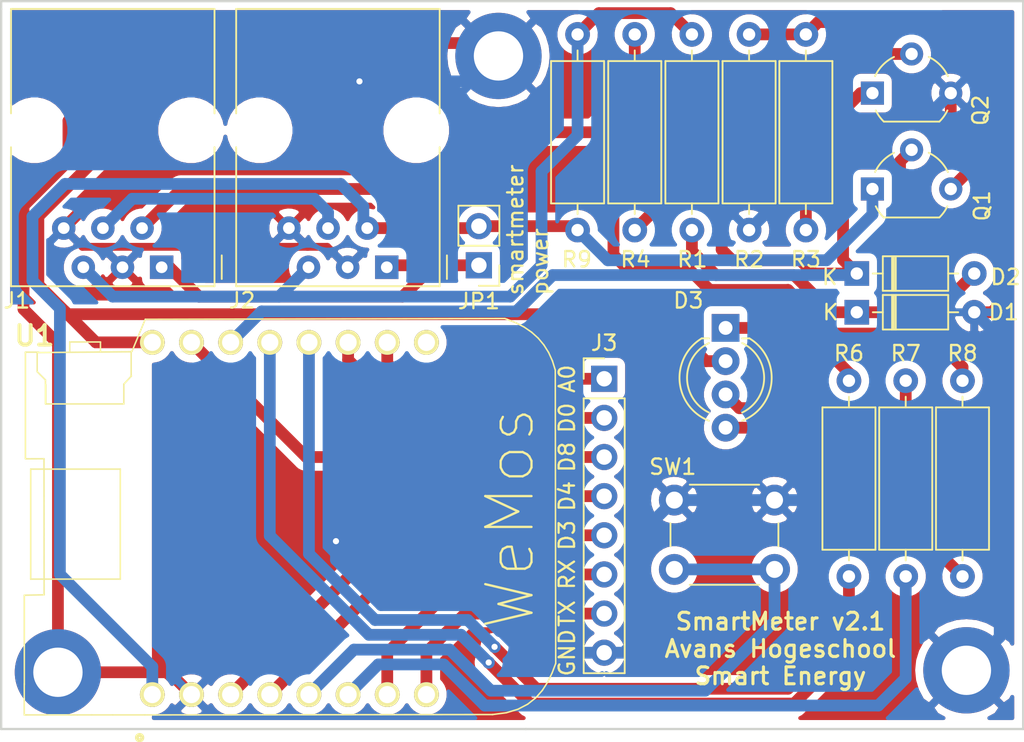
<source format=kicad_pcb>
(kicad_pcb (version 20171130) (host pcbnew "(5.1.9)-1")

  (general
    (thickness 1.6)
    (drawings 16)
    (tracks 238)
    (zones 0)
    (modules 22)
    (nets 26)
  )

  (page A4)
  (layers
    (0 F.Cu signal)
    (31 B.Cu signal)
    (32 B.Adhes user)
    (33 F.Adhes user)
    (34 B.Paste user)
    (35 F.Paste user)
    (36 B.SilkS user)
    (37 F.SilkS user)
    (38 B.Mask user)
    (39 F.Mask user)
    (40 Dwgs.User user)
    (41 Cmts.User user)
    (42 Eco1.User user)
    (43 Eco2.User user)
    (44 Edge.Cuts user)
    (45 Margin user)
    (46 B.CrtYd user)
    (47 F.CrtYd user)
    (48 B.Fab user)
    (49 F.Fab user hide)
  )

  (setup
    (last_trace_width 0.8128)
    (user_trace_width 0.1524)
    (user_trace_width 0.254)
    (user_trace_width 0.381)
    (user_trace_width 0.508)
    (user_trace_width 0.762)
    (user_trace_width 0.8128)
    (trace_clearance 0.2)
    (zone_clearance 0.508)
    (zone_45_only no)
    (trace_min 0.1)
    (via_size 0.8)
    (via_drill 0.4)
    (via_min_size 0.4)
    (via_min_drill 0.2)
    (user_via 0.4826 0.3302)
    (user_via 0.5 0.4)
    (user_via 1.905 0.254)
    (uvia_size 0.3)
    (uvia_drill 0.1)
    (uvias_allowed no)
    (uvia_min_size 0.2)
    (uvia_min_drill 0.1)
    (edge_width 0.15)
    (segment_width 0.2)
    (pcb_text_width 0.3)
    (pcb_text_size 1.5 1.5)
    (mod_edge_width 0.15)
    (mod_text_size 1 1)
    (mod_text_width 0.15)
    (pad_size 1.524 1.524)
    (pad_drill 0.762)
    (pad_to_mask_clearance 0.051)
    (solder_mask_min_width 0.25)
    (aux_axis_origin 0 0)
    (visible_elements 7FFFFFFF)
    (pcbplotparams
      (layerselection 0x010fc_ffffffff)
      (usegerberextensions false)
      (usegerberattributes false)
      (usegerberadvancedattributes false)
      (creategerberjobfile false)
      (excludeedgelayer true)
      (linewidth 0.100000)
      (plotframeref false)
      (viasonmask false)
      (mode 1)
      (useauxorigin false)
      (hpglpennumber 1)
      (hpglpenspeed 20)
      (hpglpendiameter 15.000000)
      (psnegative false)
      (psa4output false)
      (plotreference true)
      (plotvalue true)
      (plotinvisibletext false)
      (padsonsilk false)
      (subtractmaskfromsilk false)
      (outputformat 1)
      (mirror false)
      (drillshape 0)
      (scaleselection 1)
      (outputdirectory "gerber"))
  )

  (net 0 "")
  (net 1 +3V3)
  (net 2 RXD)
  (net 3 "Net-(U1-Pad9)")
  (net 4 "Net-(D1-Pad1)")
  (net 5 "Net-(Q1-Pad3)")
  (net 6 "Net-(D2-Pad2)")
  (net 7 +5V)
  (net 8 LED_R)
  (net 9 LED_B)
  (net 10 LED_G)
  (net 11 "Net-(D3-Pad1)")
  (net 12 "Net-(D3-Pad3)")
  (net 13 "Net-(D3-Pad4)")
  (net 14 SM_GND)
  (net 15 SM_TXD)
  (net 16 SM_4)
  (net 17 SM_5V)
  (net 18 D4)
  (net 19 D3)
  (net 20 Rx)
  (net 21 Tx)
  (net 22 D0)
  (net 23 D8)
  (net 24 A0)
  (net 25 FACTORY_RESET)

  (net_class Default "This is the default net class."
    (clearance 0.2)
    (trace_width 0.25)
    (via_dia 0.8)
    (via_drill 0.4)
    (uvia_dia 0.3)
    (uvia_drill 0.1)
    (add_net +3V3)
    (add_net +5V)
    (add_net A0)
    (add_net D0)
    (add_net D3)
    (add_net D4)
    (add_net D8)
    (add_net FACTORY_RESET)
    (add_net LED_B)
    (add_net LED_G)
    (add_net LED_R)
    (add_net "Net-(D1-Pad1)")
    (add_net "Net-(D2-Pad2)")
    (add_net "Net-(D3-Pad1)")
    (add_net "Net-(D3-Pad3)")
    (add_net "Net-(D3-Pad4)")
    (add_net "Net-(Q1-Pad3)")
    (add_net "Net-(U1-Pad9)")
    (add_net RXD)
    (add_net Rx)
    (add_net SM_4)
    (add_net SM_5V)
    (add_net SM_GND)
    (add_net SM_TXD)
    (add_net Tx)
  )

  (module MountingHole:MountingHole_3.2mm_M3_DIN965_Pad (layer F.Cu) (tedit 56D1B4CB) (tstamp 619BEEB4)
    (at 129.794 33.02)
    (descr "Mounting Hole 3.2mm, M3, DIN965")
    (tags "mounting hole 3.2mm m3 din965")
    (path /61A41786)
    (attr virtual)
    (fp_text reference H1 (at 0 0.127) (layer F.SilkS)
      (effects (font (size 1 1) (thickness 0.15)))
    )
    (fp_text value MountingHole_Pad (at 0 3.8) (layer F.Fab)
      (effects (font (size 1 1) (thickness 0.15)))
    )
    (fp_text user %R (at 0.3 0) (layer F.Fab)
      (effects (font (size 1 1) (thickness 0.15)))
    )
    (fp_circle (center 0 0) (end 2.8 0) (layer Cmts.User) (width 0.15))
    (fp_circle (center 0 0) (end 3.05 0) (layer F.CrtYd) (width 0.05))
    (pad 1 thru_hole circle (at 0 0) (size 5.6 5.6) (drill 3.2) (layers *.Cu *.Mask)
      (net 14 SM_GND))
  )

  (module MountingHole:MountingHole_3.2mm_M3_DIN965_Pad (layer F.Cu) (tedit 56D1B4CB) (tstamp 619BEEBC)
    (at 160.147 72.898)
    (descr "Mounting Hole 3.2mm, M3, DIN965")
    (tags "mounting hole 3.2mm m3 din965")
    (path /61A41C3C)
    (attr virtual)
    (fp_text reference H2 (at 0 0.127) (layer F.SilkS)
      (effects (font (size 1 1) (thickness 0.15)))
    )
    (fp_text value MountingHole_Pad (at 0 3.8) (layer F.Fab)
      (effects (font (size 1 1) (thickness 0.15)))
    )
    (fp_circle (center 0 0) (end 3.05 0) (layer F.CrtYd) (width 0.05))
    (fp_circle (center 0 0) (end 2.8 0) (layer Cmts.User) (width 0.15))
    (fp_text user %R (at 0.3 0) (layer F.Fab)
      (effects (font (size 1 1) (thickness 0.15)))
    )
    (pad 1 thru_hole circle (at 0 0) (size 5.6 5.6) (drill 3.2) (layers *.Cu *.Mask)
      (net 14 SM_GND))
  )

  (module MountingHole:MountingHole_3.2mm_M3_DIN965_Pad (layer F.Cu) (tedit 56D1B4CB) (tstamp 619BEEC4)
    (at 101.219 73.025)
    (descr "Mounting Hole 3.2mm, M3, DIN965")
    (tags "mounting hole 3.2mm m3 din965")
    (path /61A41DC7)
    (attr virtual)
    (fp_text reference H3 (at -0.127 0) (layer F.SilkS)
      (effects (font (size 1 1) (thickness 0.15)))
    )
    (fp_text value MountingHole_Pad (at 0 3.8) (layer F.Fab)
      (effects (font (size 1 1) (thickness 0.15)))
    )
    (fp_text user %R (at 0.3 0) (layer F.Fab)
      (effects (font (size 1 1) (thickness 0.15)))
    )
    (fp_circle (center 0 0) (end 2.8 0) (layer Cmts.User) (width 0.15))
    (fp_circle (center 0 0) (end 3.05 0) (layer F.CrtYd) (width 0.05))
    (pad 1 thru_hole circle (at 0 0) (size 5.6 5.6) (drill 3.2) (layers *.Cu *.Mask)
      (net 14 SM_GND))
  )

  (module Package_TO_SOT_THT:TO-92_Wide (layer F.Cu) (tedit 5A2795B7) (tstamp 619BF117)
    (at 154.051 41.656)
    (descr "TO-92 leads molded, wide, drill 0.75mm (see NXP sot054_po.pdf)")
    (tags "to-92 sc-43 sc-43a sot54 PA33 transistor")
    (path /5D1A04B1)
    (fp_text reference Q1 (at 7.112 1.0922 90) (layer F.SilkS)
      (effects (font (size 1 1) (thickness 0.15)))
    )
    (fp_text value BC547 (at 2.54 2.79) (layer F.Fab)
      (effects (font (size 1 1) (thickness 0.15)))
    )
    (fp_line (start 0.74 1.85) (end 4.34 1.85) (layer F.SilkS) (width 0.12))
    (fp_line (start 0.8 1.75) (end 4.3 1.75) (layer F.Fab) (width 0.1))
    (fp_line (start -1.01 -3.55) (end 6.09 -3.55) (layer F.CrtYd) (width 0.05))
    (fp_line (start -1.01 -3.55) (end -1.01 2.01) (layer F.CrtYd) (width 0.05))
    (fp_line (start 6.09 2.01) (end 6.09 -3.55) (layer F.CrtYd) (width 0.05))
    (fp_line (start 6.09 2.01) (end -1.01 2.01) (layer F.CrtYd) (width 0.05))
    (fp_arc (start 2.54 0) (end 4.34 1.85) (angle -20) (layer F.SilkS) (width 0.12))
    (fp_arc (start 2.54 0) (end 2.54 -2.48) (angle -135) (layer F.Fab) (width 0.1))
    (fp_arc (start 2.54 0) (end 2.54 -2.48) (angle 135) (layer F.Fab) (width 0.1))
    (fp_arc (start 2.54 0) (end 3.65 -2.35) (angle 39.71668247) (layer F.SilkS) (width 0.12))
    (fp_arc (start 2.54 0) (end 1.4 -2.35) (angle -39.12170074) (layer F.SilkS) (width 0.12))
    (fp_arc (start 2.54 0) (end 0.74 1.85) (angle 20) (layer F.SilkS) (width 0.12))
    (fp_text user %R (at 2.54 0) (layer F.Fab)
      (effects (font (size 1 1) (thickness 0.15)))
    )
    (pad 1 thru_hole rect (at 0 0 90) (size 1.5 1.5) (drill 0.8) (layers *.Cu *.Mask)
      (net 7 +5V))
    (pad 3 thru_hole circle (at 5.08 0 90) (size 1.5 1.5) (drill 0.8) (layers *.Cu *.Mask)
      (net 5 "Net-(Q1-Pad3)"))
    (pad 2 thru_hole circle (at 2.54 -2.54 90) (size 1.5 1.5) (drill 0.8) (layers *.Cu *.Mask)
      (net 4 "Net-(D1-Pad1)"))
    (model ${KISYS3DMOD}/Package_TO_SOT_THT.3dshapes/TO-92_Wide.wrl
      (at (xyz 0 0 0))
      (scale (xyz 1 1 1))
      (rotate (xyz 0 0 0))
    )
  )

  (module Package_TO_SOT_THT:TO-92_Wide (layer F.Cu) (tedit 5A2795B7) (tstamp 619BF0B7)
    (at 154.051 35.433)
    (descr "TO-92 leads molded, wide, drill 0.75mm (see NXP sot054_po.pdf)")
    (tags "to-92 sc-43 sc-43a sot54 PA33 transistor")
    (path /5D1A1035)
    (fp_text reference Q2 (at 7.0104 1.1176 90) (layer F.SilkS)
      (effects (font (size 1 1) (thickness 0.15)))
    )
    (fp_text value BC547 (at 2.54 2.79) (layer F.Fab)
      (effects (font (size 1 1) (thickness 0.15)))
    )
    (fp_line (start 6.09 2.01) (end -1.01 2.01) (layer F.CrtYd) (width 0.05))
    (fp_line (start 6.09 2.01) (end 6.09 -3.55) (layer F.CrtYd) (width 0.05))
    (fp_line (start -1.01 -3.55) (end -1.01 2.01) (layer F.CrtYd) (width 0.05))
    (fp_line (start -1.01 -3.55) (end 6.09 -3.55) (layer F.CrtYd) (width 0.05))
    (fp_line (start 0.8 1.75) (end 4.3 1.75) (layer F.Fab) (width 0.1))
    (fp_line (start 0.74 1.85) (end 4.34 1.85) (layer F.SilkS) (width 0.12))
    (fp_text user %R (at 2.54 0) (layer F.Fab)
      (effects (font (size 1 1) (thickness 0.15)))
    )
    (fp_arc (start 2.54 0) (end 0.74 1.85) (angle 20) (layer F.SilkS) (width 0.12))
    (fp_arc (start 2.54 0) (end 1.4 -2.35) (angle -39.12170074) (layer F.SilkS) (width 0.12))
    (fp_arc (start 2.54 0) (end 3.65 -2.35) (angle 39.71668247) (layer F.SilkS) (width 0.12))
    (fp_arc (start 2.54 0) (end 2.54 -2.48) (angle 135) (layer F.Fab) (width 0.1))
    (fp_arc (start 2.54 0) (end 2.54 -2.48) (angle -135) (layer F.Fab) (width 0.1))
    (fp_arc (start 2.54 0) (end 4.34 1.85) (angle -20) (layer F.SilkS) (width 0.12))
    (pad 2 thru_hole circle (at 2.54 -2.54 90) (size 1.5 1.5) (drill 0.8) (layers *.Cu *.Mask)
      (net 6 "Net-(D2-Pad2)"))
    (pad 3 thru_hole circle (at 5.08 0 90) (size 1.5 1.5) (drill 0.8) (layers *.Cu *.Mask)
      (net 14 SM_GND))
    (pad 1 thru_hole rect (at 0 0 90) (size 1.5 1.5) (drill 0.8) (layers *.Cu *.Mask)
      (net 2 RXD))
    (model ${KISYS3DMOD}/Package_TO_SOT_THT.3dshapes/TO-92_Wide.wrl
      (at (xyz 0 0 0))
      (scale (xyz 1 1 1))
      (rotate (xyz 0 0 0))
    )
  )

  (module Resistor_THT:R_Axial_DIN0309_L9.0mm_D3.2mm_P12.70mm_Horizontal (layer F.Cu) (tedit 5AE5139B) (tstamp 5D69BBB5)
    (at 156.21 66.802 90)
    (descr "Resistor, Axial_DIN0309 series, Axial, Horizontal, pin pitch=12.7mm, 0.5W = 1/2W, length*diameter=9*3.2mm^2, http://cdn-reichelt.de/documents/datenblatt/B400/1_4W%23YAG.pdf")
    (tags "Resistor Axial_DIN0309 series Axial Horizontal pin pitch 12.7mm 0.5W = 1/2W length 9mm diameter 3.2mm")
    (path /5D67F2E9)
    (fp_text reference R7 (at 14.478 0 180) (layer F.SilkS)
      (effects (font (size 1 1) (thickness 0.15)))
    )
    (fp_text value 100 (at 6.35 2.72 90) (layer F.Fab)
      (effects (font (size 1 1) (thickness 0.15)))
    )
    (fp_line (start 13.75 -1.85) (end -1.05 -1.85) (layer F.CrtYd) (width 0.05))
    (fp_line (start 13.75 1.85) (end 13.75 -1.85) (layer F.CrtYd) (width 0.05))
    (fp_line (start -1.05 1.85) (end 13.75 1.85) (layer F.CrtYd) (width 0.05))
    (fp_line (start -1.05 -1.85) (end -1.05 1.85) (layer F.CrtYd) (width 0.05))
    (fp_line (start 11.66 0) (end 10.97 0) (layer F.SilkS) (width 0.12))
    (fp_line (start 1.04 0) (end 1.73 0) (layer F.SilkS) (width 0.12))
    (fp_line (start 10.97 -1.72) (end 1.73 -1.72) (layer F.SilkS) (width 0.12))
    (fp_line (start 10.97 1.72) (end 10.97 -1.72) (layer F.SilkS) (width 0.12))
    (fp_line (start 1.73 1.72) (end 10.97 1.72) (layer F.SilkS) (width 0.12))
    (fp_line (start 1.73 -1.72) (end 1.73 1.72) (layer F.SilkS) (width 0.12))
    (fp_line (start 12.7 0) (end 10.85 0) (layer F.Fab) (width 0.1))
    (fp_line (start 0 0) (end 1.85 0) (layer F.Fab) (width 0.1))
    (fp_line (start 10.85 -1.6) (end 1.85 -1.6) (layer F.Fab) (width 0.1))
    (fp_line (start 10.85 1.6) (end 10.85 -1.6) (layer F.Fab) (width 0.1))
    (fp_line (start 1.85 1.6) (end 10.85 1.6) (layer F.Fab) (width 0.1))
    (fp_line (start 1.85 -1.6) (end 1.85 1.6) (layer F.Fab) (width 0.1))
    (fp_text user %R (at 6.35 0 90) (layer F.Fab)
      (effects (font (size 1 1) (thickness 0.15)))
    )
    (pad 1 thru_hole circle (at 0 0 90) (size 1.6 1.6) (drill 0.8) (layers *.Cu *.Mask)
      (net 10 LED_G))
    (pad 2 thru_hole oval (at 12.7 0 90) (size 1.6 1.6) (drill 0.8) (layers *.Cu *.Mask)
      (net 13 "Net-(D3-Pad4)"))
    (model ${KISYS3DMOD}/Resistor_THT.3dshapes/R_Axial_DIN0309_L9.0mm_D3.2mm_P12.70mm_Horizontal.wrl
      (at (xyz 0 0 0))
      (scale (xyz 1 1 1))
      (rotate (xyz 0 0 0))
    )
  )

  (module WEMOS_D1_V3:D1-MINI (layer F.Cu) (tedit 5D1B2D9F) (tstamp 5D658F9D)
    (at 116.2304 63.0428 90)
    (descr D1-Mini)
    (tags "Undefined or Miscellaneous")
    (path /5D587898)
    (fp_text reference U1 (at 11.8618 -16.5354 180) (layer F.SilkS)
      (effects (font (size 1.27 1.27) (thickness 0.254)))
    )
    (fp_text value WeMos_mini (at -0.306 0.098 90) (layer F.SilkS) hide
      (effects (font (size 1.27 1.27) (thickness 0.254)))
    )
    (fp_circle (center -14.225 -9.712) (end -14.39892 -9.712) (layer F.SilkS) (width 0.254))
    (fp_line (start 7.43525 -15.798685) (end 7.43525 -10.736324) (layer F.SilkS) (width 0.1))
    (fp_line (start 9.525 -16.3576) (end 10.7442 -16.3576) (layer F.SilkS) (width 0.1))
    (fp_line (start -12.610082 14.070175) (end -12.725678 13.177407) (layer F.SilkS) (width 0.1))
    (fp_line (start 8.991 -15.819851) (end 7.438778 -15.819851) (layer F.SilkS) (width 0.1))
    (fp_line (start -3.934531 -16.779588) (end 3.20505 -16.779588) (layer F.SilkS) (width 0.1))
    (fp_line (start -12.7508 -17.1958) (end -10.7188 -17.1958) (layer F.SilkS) (width 0.1))
    (fp_line (start -12.7508 -17.145) (end -12.7508 -17.1958) (layer F.SilkS) (width 0.1))
    (fp_line (start -12.7508 -12.827) (end -12.7508 -13.7414) (layer F.SilkS) (width 0.1))
    (fp_line (start 11.456917 -14.246462) (end 11.456917 -12.253268) (layer F.SilkS) (width 0.1))
    (fp_line (start 10.804278 -14.246462) (end 11.456917 -14.246462) (layer F.SilkS) (width 0.1))
    (fp_line (start 12.9794 13.97) (end 12.9286 14.1224) (layer F.SilkS) (width 0.1))
    (fp_line (start 3.8862 -17.1196) (end 10.7442 -17.1196) (layer F.SilkS) (width 0.1))
    (fp_line (start 12.9286 -9.3472) (end 10.8458 -10.2108) (layer F.SilkS) (width 0.1))
    (fp_line (start 7.43525 -10.736324) (end 8.722889 -10.736324) (layer F.SilkS) (width 0.1))
    (fp_line (start -12.054195 15.45706) (end -12.381722 14.825213) (layer F.SilkS) (width 0.1))
    (fp_line (start 11.456917 -12.253268) (end 10.839556 -12.253268) (layer F.SilkS) (width 0.1))
    (fp_line (start 10.7442 -17.1196) (end 10.795 -17.1196) (layer F.SilkS) (width 0.1))
    (fp_line (start 8.722889 -10.736324) (end 9.252056 -10.242435) (layer F.SilkS) (width 0.1))
    (fp_line (start 10.8458 -10.2616) (end 9.2202 -10.2616) (layer F.SilkS) (width 0.1))
    (fp_line (start -12.7508 -17.0434) (end -12.7508 -17.145) (layer F.SilkS) (width 0.1))
    (fp_line (start 12.9286 -9.3472) (end 12.9794 13.97) (layer F.SilkS) (width 0.1))
    (fp_line (start 10.821917 -10.242435) (end 10.769 -16.327851) (layer F.SilkS) (width 0.1))
    (fp_line (start -10.024424 17.043341) (end -10.612618 16.758858) (layer F.SilkS) (width 0.1))
    (fp_line (start -12.7508 -13.7414) (end -12.7508 -17.0434) (layer F.SilkS) (width 0.1))
    (fp_line (start -3.934531 -10.965851) (end -3.934531 -16.779588) (layer F.SilkS) (width 0.1))
    (fp_line (start -12.7508 -11.4554) (end -12.7508 -12.827) (layer F.SilkS) (width 0.1))
    (fp_line (start -12.7508 -9.3726) (end -12.7508 -11.4554) (layer F.SilkS) (width 0.1))
    (fp_line (start 9.520167 -16.349017) (end 8.991 -15.819851) (layer F.SilkS) (width 0.1))
    (fp_line (start 3.20505 -16.779588) (end 3.20505 -10.965851) (layer F.SilkS) (width 0.1))
    (fp_line (start -12.381722 14.825213) (end -12.610082 14.070175) (layer F.SilkS) (width 0.1))
    (fp_line (start -10.612618 16.758858) (end -11.156045 16.409343) (layer F.SilkS) (width 0.1))
    (fp_line (start 3.20505 -10.965851) (end -3.934531 -10.965851) (layer F.SilkS) (width 0.1))
    (fp_line (start -12.725678 13.177407) (end -12.750626 -9.377685) (layer F.SilkS) (width 0.1))
    (fp_line (start -11.641103 15.980258) (end -12.054195 15.45706) (layer F.SilkS) (width 0.1))
    (fp_line (start -11.156045 16.409343) (end -11.641103 15.980258) (layer F.SilkS) (width 0.1))
    (fp_line (start 10.795 -17.1196) (end 10.795 -16.256) (layer F.SilkS) (width 0.1))
    (fp_line (start 8.687611 -15.798685) (end 7.43525 -15.798685) (layer F.SilkS) (width 0.1))
    (fp_line (start -9.40506 17.277334) (end -10.024424 17.043341) (layer F.SilkS) (width 0.1))
    (fp_line (start 9.632853 17.248576) (end -9.40506 17.277334) (layer F.SilkS) (width 0.1))
    (fp_line (start 12.090653 15.713177) (end 11.704353 16.140552) (layer F.SilkS) (width 0.1))
    (fp_line (start -4.954449 -15.908195) (end 3.876773 -15.914883) (layer F.SilkS) (width 0.1))
    (fp_line (start 12.941595 14.079093) (end 12.708784 14.681886) (layer F.SilkS) (width 0.1))
    (fp_line (start 10.23065 17.06291) (end 9.632853 17.248576) (layer F.SilkS) (width 0.1))
    (fp_line (start 11.704353 16.140552) (end 11.265912 16.508341) (layer F.SilkS) (width 0.1))
    (fp_line (start 10.77484 16.815977) (end 10.23065 17.06291) (layer F.SilkS) (width 0.1))
    (fp_line (start 12.708784 14.681886) (end 12.425301 15.226767) (layer F.SilkS) (width 0.1))
    (fp_line (start -10.792072 -17.191628) (end -4.98078 -17.191628) (layer F.SilkS) (width 0.1))
    (fp_line (start 11.265912 16.508341) (end 10.77484 16.815977) (layer F.SilkS) (width 0.1))
    (fp_line (start 3.876773 -15.914883) (end 3.874797 -17.117136) (layer F.SilkS) (width 0.1))
    (fp_line (start -4.98078 -17.191628) (end -4.954449 -15.908195) (layer F.SilkS) (width 0.1))
    (fp_line (start 12.425301 15.226767) (end 12.090653 15.713177) (layer F.SilkS) (width 0.1))
    (fp_text user WeMos (at 0.0254 14.3256 270) (layer F.SilkS)
      (effects (font (size 3 3) (thickness 0.15)))
    )
    (pad 16 thru_hole circle (at 11.43 -8.89 180) (size 1.61 1.61) (drill 1.11) (layers *.Cu *.Mask F.SilkS)
      (net 1 +3V3))
    (pad 15 thru_hole circle (at 11.43 -6.35 180) (size 1.61 1.61) (drill 1.11) (layers *.Cu *.Mask F.SilkS)
      (net 23 D8))
    (pad 14 thru_hole circle (at 11.43 -3.81 180) (size 1.61 1.61) (drill 1.11) (layers *.Cu *.Mask F.SilkS)
      (net 2 RXD))
    (pad 13 thru_hole circle (at 11.43 -1.27 180) (size 1.61 1.61) (drill 1.11) (layers *.Cu *.Mask F.SilkS)
      (net 8 LED_R))
    (pad 12 thru_hole circle (at 11.43 1.27 180) (size 1.61 1.61) (drill 1.11) (layers *.Cu *.Mask F.SilkS)
      (net 9 LED_B))
    (pad 11 thru_hole circle (at 11.43 3.81 180) (size 1.61 1.61) (drill 1.11) (layers *.Cu *.Mask F.SilkS)
      (net 22 D0))
    (pad 10 thru_hole circle (at 11.43 6.35 180) (size 1.61 1.61) (drill 1.11) (layers *.Cu *.Mask F.SilkS)
      (net 24 A0))
    (pad 9 thru_hole circle (at 11.43 8.89 180) (size 1.61 1.61) (drill 1.11) (layers *.Cu *.Mask F.SilkS)
      (net 3 "Net-(U1-Pad9)"))
    (pad 8 thru_hole circle (at -11.43 8.89 180) (size 1.61 1.61) (drill 1.11) (layers *.Cu *.Mask F.SilkS)
      (net 21 Tx))
    (pad 7 thru_hole circle (at -11.43 6.35 180) (size 1.61 1.61) (drill 1.11) (layers *.Cu *.Mask F.SilkS)
      (net 20 Rx))
    (pad 6 thru_hole circle (at -11.43 3.81 180) (size 1.61 1.61) (drill 1.11) (layers *.Cu *.Mask F.SilkS)
      (net 10 LED_G))
    (pad 5 thru_hole circle (at -11.43 1.27 180) (size 1.61 1.61) (drill 1.11) (layers *.Cu *.Mask F.SilkS)
      (net 25 FACTORY_RESET))
    (pad 4 thru_hole circle (at -11.43 -1.27 180) (size 1.61 1.61) (drill 1.11) (layers *.Cu *.Mask F.SilkS)
      (net 19 D3))
    (pad 3 thru_hole circle (at -11.43 -3.81 180) (size 1.61 1.61) (drill 1.11) (layers *.Cu *.Mask F.SilkS)
      (net 18 D4))
    (pad 2 thru_hole circle (at -11.43 -6.35 180) (size 1.61 1.61) (drill 1.11) (layers *.Cu *.Mask F.SilkS)
      (net 14 SM_GND))
    (pad 1 thru_hole circle (at -11.43 -8.89 180) (size 1.61 1.61) (drill 1.11) (layers *.Cu *.Mask F.SilkS)
      (net 7 +5V))
  )

  (module Button_Switch_THT:SW_PUSH_6mm locked (layer F.Cu) (tedit 5A02FE31) (tstamp 619BEF68)
    (at 141.201 61.849)
    (descr https://www.omron.com/ecb/products/pdf/en-b3f.pdf)
    (tags "tact sw push 6mm")
    (path /5D1A2C32)
    (fp_text reference SW1 (at -0.104 -2.159) (layer F.SilkS)
      (effects (font (size 1 1) (thickness 0.15)))
    )
    (fp_text value SW_Push (at 3.75 6.7) (layer F.Fab)
      (effects (font (size 1 1) (thickness 0.15)))
    )
    (fp_circle (center 3.25 2.25) (end 1.25 2.5) (layer F.Fab) (width 0.1))
    (fp_line (start 6.75 3) (end 6.75 1.5) (layer F.SilkS) (width 0.12))
    (fp_line (start 5.5 -1) (end 1 -1) (layer F.SilkS) (width 0.12))
    (fp_line (start -0.25 1.5) (end -0.25 3) (layer F.SilkS) (width 0.12))
    (fp_line (start 1 5.5) (end 5.5 5.5) (layer F.SilkS) (width 0.12))
    (fp_line (start 8 -1.25) (end 8 5.75) (layer F.CrtYd) (width 0.05))
    (fp_line (start 7.75 6) (end -1.25 6) (layer F.CrtYd) (width 0.05))
    (fp_line (start -1.5 5.75) (end -1.5 -1.25) (layer F.CrtYd) (width 0.05))
    (fp_line (start -1.25 -1.5) (end 7.75 -1.5) (layer F.CrtYd) (width 0.05))
    (fp_line (start -1.5 6) (end -1.25 6) (layer F.CrtYd) (width 0.05))
    (fp_line (start -1.5 5.75) (end -1.5 6) (layer F.CrtYd) (width 0.05))
    (fp_line (start -1.5 -1.5) (end -1.25 -1.5) (layer F.CrtYd) (width 0.05))
    (fp_line (start -1.5 -1.25) (end -1.5 -1.5) (layer F.CrtYd) (width 0.05))
    (fp_line (start 8 -1.5) (end 8 -1.25) (layer F.CrtYd) (width 0.05))
    (fp_line (start 7.75 -1.5) (end 8 -1.5) (layer F.CrtYd) (width 0.05))
    (fp_line (start 8 6) (end 8 5.75) (layer F.CrtYd) (width 0.05))
    (fp_line (start 7.75 6) (end 8 6) (layer F.CrtYd) (width 0.05))
    (fp_line (start 0.25 -0.75) (end 3.25 -0.75) (layer F.Fab) (width 0.1))
    (fp_line (start 0.25 5.25) (end 0.25 -0.75) (layer F.Fab) (width 0.1))
    (fp_line (start 6.25 5.25) (end 0.25 5.25) (layer F.Fab) (width 0.1))
    (fp_line (start 6.25 -0.75) (end 6.25 5.25) (layer F.Fab) (width 0.1))
    (fp_line (start 3.25 -0.75) (end 6.25 -0.75) (layer F.Fab) (width 0.1))
    (fp_text user %R (at 3.25 2.25) (layer F.Fab)
      (effects (font (size 1 1) (thickness 0.15)))
    )
    (pad 2 thru_hole circle (at 0 4.5 90) (size 2 2) (drill 1.1) (layers *.Cu *.Mask)
      (net 25 FACTORY_RESET))
    (pad 1 thru_hole circle (at 0 0 90) (size 2 2) (drill 1.1) (layers *.Cu *.Mask)
      (net 14 SM_GND))
    (pad 2 thru_hole circle (at 6.5 4.5 90) (size 2 2) (drill 1.1) (layers *.Cu *.Mask)
      (net 25 FACTORY_RESET))
    (pad 1 thru_hole circle (at 6.5 0 90) (size 2 2) (drill 1.1) (layers *.Cu *.Mask)
      (net 14 SM_GND))
    (model ${KISYS3DMOD}/Button_Switch_THT.3dshapes/SW_PUSH_6mm.wrl
      (at (xyz 0 0 0))
      (scale (xyz 1 1 1))
      (rotate (xyz 0 0 0))
    )
  )

  (module Connector_RJ:RJ12_Amphenol_54601 locked (layer F.Cu) (tedit 5AE2E32D) (tstamp 5D26A60B)
    (at 107.945 46.736 180)
    (descr "RJ12 connector  https://cdn.amphenol-icc.com/media/wysiwyg/files/drawing/c-bmj-0082.pdf")
    (tags "RJ12 connector")
    (path /5D19FFB2)
    (fp_text reference J1 (at 9.393 -2.159 180) (layer F.SilkS)
      (effects (font (size 1 1) (thickness 0.15)))
    )
    (fp_text value RJ12 (at 3.54 18.3 180) (layer F.Fab)
      (effects (font (size 1 1) (thickness 0.15)))
    )
    (fp_line (start -3.43 16.77) (end -3.43 0.52) (layer F.Fab) (width 0.1))
    (fp_line (start -3.43 -1.23) (end 9.77 -1.23) (layer F.Fab) (width 0.1))
    (fp_line (start 9.77 -1.23) (end 9.77 16.77) (layer F.Fab) (width 0.1))
    (fp_line (start 9.77 16.77) (end -3.43 16.77) (layer F.Fab) (width 0.1))
    (fp_line (start -4.04 -1.73) (end 10.38 -1.73) (layer F.CrtYd) (width 0.05))
    (fp_line (start 10.38 -1.73) (end 10.38 17.27) (layer F.CrtYd) (width 0.05))
    (fp_line (start 10.38 17.27) (end -4.04 17.27) (layer F.CrtYd) (width 0.05))
    (fp_line (start -4.04 17.27) (end -4.04 -1.73) (layer F.CrtYd) (width 0.05))
    (fp_line (start -3.43 -1.23) (end 9.77 -1.23) (layer F.SilkS) (width 0.12))
    (fp_line (start 9.77 -1.23) (end 9.77 7.79) (layer F.SilkS) (width 0.12))
    (fp_line (start 9.77 16.65) (end 9.77 16.77) (layer F.SilkS) (width 0.1))
    (fp_line (start 9.77 16.77) (end 9.77 9.99) (layer F.SilkS) (width 0.12))
    (fp_line (start 9.77 16.76) (end 9.77 16.77) (layer F.SilkS) (width 0.1))
    (fp_line (start 9.77 16.77) (end -3.43 16.77) (layer F.SilkS) (width 0.12))
    (fp_line (start -3.43 16.77) (end -3.43 9.99) (layer F.SilkS) (width 0.12))
    (fp_line (start -3.43 7.72) (end -3.43 7.79) (layer F.SilkS) (width 0.1))
    (fp_line (start -3.43 7.79) (end -3.43 -1.23) (layer F.SilkS) (width 0.12))
    (fp_line (start -3.9 0.77) (end -3.9 -0.76) (layer F.SilkS) (width 0.12))
    (fp_line (start -3.43 0.52) (end -2.93 0.02) (layer F.Fab) (width 0.1))
    (fp_line (start -2.93 0.02) (end -3.43 -0.48) (layer F.Fab) (width 0.1))
    (fp_line (start -3.43 -0.48) (end -3.43 -1.23) (layer F.Fab) (width 0.1))
    (fp_text user %R (at 3.612199 8.455799 180) (layer F.Fab)
      (effects (font (size 1 1) (thickness 0.15)))
    )
    (pad "" np_thru_hole circle (at 8.25 8.89 180) (size 3.25 3.25) (drill 3.25) (layers *.Cu *.Mask))
    (pad 6 thru_hole circle (at 6.35 2.54 180) (size 1.52 1.52) (drill 0.76) (layers *.Cu *.Mask)
      (net 14 SM_GND))
    (pad 5 thru_hole circle (at 5.08 0 180) (size 1.52 1.52) (drill 0.76) (layers *.Cu *.Mask)
      (net 15 SM_TXD))
    (pad 4 thru_hole circle (at 3.81 2.54 180) (size 1.52 1.52) (drill 0.76) (layers *.Cu *.Mask)
      (net 16 SM_4))
    (pad 3 thru_hole circle (at 2.54 0 180) (size 1.52 1.52) (drill 0.76) (layers *.Cu *.Mask)
      (net 14 SM_GND))
    (pad 2 thru_hole circle (at 1.27 2.54 180) (size 1.52 1.52) (drill 0.76) (layers *.Cu *.Mask)
      (net 7 +5V))
    (pad "" np_thru_hole circle (at -1.91 8.89 180) (size 3.25 3.25) (drill 3.25) (layers *.Cu *.Mask))
    (pad 1 thru_hole rect (at 0 0 180) (size 1.52 1.52) (drill 0.76) (layers *.Cu *.Mask)
      (net 17 SM_5V))
    (model ${KISYS3DMOD}/Connector_RJ.3dshapes/RJ12_Amphenol_54601.wrl
      (at (xyz 0 0 0))
      (scale (xyz 1 1 1))
      (rotate (xyz 0 0 0))
    )
  )

  (module Resistor_THT:R_Axial_DIN0309_L9.0mm_D3.2mm_P12.70mm_Horizontal locked (layer F.Cu) (tedit 5AE5139B) (tstamp 619BF051)
    (at 134.9248 31.623 270)
    (descr "Resistor, Axial_DIN0309 series, Axial, Horizontal, pin pitch=12.7mm, 0.5W = 1/2W, length*diameter=9*3.2mm^2, http://cdn-reichelt.de/documents/datenblatt/B400/1_4W%23YAG.pdf")
    (tags "Resistor Axial_DIN0309 series Axial Horizontal pin pitch 12.7mm 0.5W = 1/2W length 9mm diameter 3.2mm")
    (path /5D1CCB87)
    (fp_text reference R9 (at 14.605 0.0508) (layer F.SilkS)
      (effects (font (size 1 1) (thickness 0.15)))
    )
    (fp_text value 1kΩ (at 6.35 2.72 270) (layer F.Fab)
      (effects (font (size 1 1) (thickness 0.15)))
    )
    (fp_line (start 13.75 -1.85) (end -1.05 -1.85) (layer F.CrtYd) (width 0.05))
    (fp_line (start 13.75 1.85) (end 13.75 -1.85) (layer F.CrtYd) (width 0.05))
    (fp_line (start -1.05 1.85) (end 13.75 1.85) (layer F.CrtYd) (width 0.05))
    (fp_line (start -1.05 -1.85) (end -1.05 1.85) (layer F.CrtYd) (width 0.05))
    (fp_line (start 11.66 0) (end 10.97 0) (layer F.SilkS) (width 0.12))
    (fp_line (start 1.04 0) (end 1.73 0) (layer F.SilkS) (width 0.12))
    (fp_line (start 10.97 -1.72) (end 1.73 -1.72) (layer F.SilkS) (width 0.12))
    (fp_line (start 10.97 1.72) (end 10.97 -1.72) (layer F.SilkS) (width 0.12))
    (fp_line (start 1.73 1.72) (end 10.97 1.72) (layer F.SilkS) (width 0.12))
    (fp_line (start 1.73 -1.72) (end 1.73 1.72) (layer F.SilkS) (width 0.12))
    (fp_line (start 12.7 0) (end 10.85 0) (layer F.Fab) (width 0.1))
    (fp_line (start 0 0) (end 1.85 0) (layer F.Fab) (width 0.1))
    (fp_line (start 10.85 -1.6) (end 1.85 -1.6) (layer F.Fab) (width 0.1))
    (fp_line (start 10.85 1.6) (end 10.85 -1.6) (layer F.Fab) (width 0.1))
    (fp_line (start 1.85 1.6) (end 10.85 1.6) (layer F.Fab) (width 0.1))
    (fp_line (start 1.85 -1.6) (end 1.85 1.6) (layer F.Fab) (width 0.1))
    (fp_text user %R (at 6.35 0 270) (layer F.Fab)
      (effects (font (size 1 1) (thickness 0.15)))
    )
    (pad 1 thru_hole circle (at 0 0 270) (size 1.6 1.6) (drill 0.8) (layers *.Cu *.Mask)
      (net 15 SM_TXD))
    (pad 2 thru_hole oval (at 12.7 0 270) (size 1.6 1.6) (drill 0.8) (layers *.Cu *.Mask)
      (net 7 +5V))
    (model ${KISYS3DMOD}/Resistor_THT.3dshapes/R_Axial_DIN0309_L9.0mm_D3.2mm_P12.70mm_Horizontal.wrl
      (at (xyz 0 0 0))
      (scale (xyz 1 1 1))
      (rotate (xyz 0 0 0))
    )
  )

  (module Diode_THT:D_DO-35_SOD27_P7.62mm_Horizontal (layer F.Cu) (tedit 5AE50CD5) (tstamp 5D6FE751)
    (at 153.035 49.657)
    (descr "Diode, DO-35_SOD27 series, Axial, Horizontal, pin pitch=7.62mm, , length*diameter=4*2mm^2, , http://www.diodes.com/_files/packages/DO-35.pdf")
    (tags "Diode DO-35_SOD27 series Axial Horizontal pin pitch 7.62mm  length 4mm diameter 2mm")
    (path /5D1A08CB)
    (fp_text reference D1 (at 9.525 0) (layer F.SilkS)
      (effects (font (size 1 1) (thickness 0.15)))
    )
    (fp_text value 1N4148 (at 3.81 2.12) (layer F.Fab)
      (effects (font (size 1 1) (thickness 0.15)))
    )
    (fp_line (start 1.81 -1) (end 1.81 1) (layer F.Fab) (width 0.1))
    (fp_line (start 1.81 1) (end 5.81 1) (layer F.Fab) (width 0.1))
    (fp_line (start 5.81 1) (end 5.81 -1) (layer F.Fab) (width 0.1))
    (fp_line (start 5.81 -1) (end 1.81 -1) (layer F.Fab) (width 0.1))
    (fp_line (start 0 0) (end 1.81 0) (layer F.Fab) (width 0.1))
    (fp_line (start 7.62 0) (end 5.81 0) (layer F.Fab) (width 0.1))
    (fp_line (start 2.41 -1) (end 2.41 1) (layer F.Fab) (width 0.1))
    (fp_line (start 2.51 -1) (end 2.51 1) (layer F.Fab) (width 0.1))
    (fp_line (start 2.31 -1) (end 2.31 1) (layer F.Fab) (width 0.1))
    (fp_line (start 1.69 -1.12) (end 1.69 1.12) (layer F.SilkS) (width 0.12))
    (fp_line (start 1.69 1.12) (end 5.93 1.12) (layer F.SilkS) (width 0.12))
    (fp_line (start 5.93 1.12) (end 5.93 -1.12) (layer F.SilkS) (width 0.12))
    (fp_line (start 5.93 -1.12) (end 1.69 -1.12) (layer F.SilkS) (width 0.12))
    (fp_line (start 1.04 0) (end 1.69 0) (layer F.SilkS) (width 0.12))
    (fp_line (start 6.58 0) (end 5.93 0) (layer F.SilkS) (width 0.12))
    (fp_line (start 2.41 -1.12) (end 2.41 1.12) (layer F.SilkS) (width 0.12))
    (fp_line (start 2.53 -1.12) (end 2.53 1.12) (layer F.SilkS) (width 0.12))
    (fp_line (start 2.29 -1.12) (end 2.29 1.12) (layer F.SilkS) (width 0.12))
    (fp_line (start -1.05 -1.25) (end -1.05 1.25) (layer F.CrtYd) (width 0.05))
    (fp_line (start -1.05 1.25) (end 8.67 1.25) (layer F.CrtYd) (width 0.05))
    (fp_line (start 8.67 1.25) (end 8.67 -1.25) (layer F.CrtYd) (width 0.05))
    (fp_line (start 8.67 -1.25) (end -1.05 -1.25) (layer F.CrtYd) (width 0.05))
    (fp_text user K (at -1.7018 0) (layer F.SilkS)
      (effects (font (size 1 1) (thickness 0.15)))
    )
    (fp_text user K (at 0 -1.8) (layer F.Fab)
      (effects (font (size 1 1) (thickness 0.15)))
    )
    (fp_text user %R (at 9.4742 0.762) (layer F.Fab)
      (effects (font (size 0.8 0.8) (thickness 0.12)))
    )
    (pad 2 thru_hole oval (at 7.62 0) (size 1.6 1.6) (drill 0.8) (layers *.Cu *.Mask)
      (net 14 SM_GND))
    (pad 1 thru_hole rect (at 0 0) (size 1.6 1.6) (drill 0.8) (layers *.Cu *.Mask)
      (net 4 "Net-(D1-Pad1)"))
    (model ${KISYS3DMOD}/Diode_THT.3dshapes/D_DO-35_SOD27_P7.62mm_Horizontal.wrl
      (at (xyz 0 0 0))
      (scale (xyz 1 1 1))
      (rotate (xyz 0 0 0))
    )
  )

  (module Diode_THT:D_DO-35_SOD27_P7.62mm_Horizontal (layer F.Cu) (tedit 5AE50CD5) (tstamp 5D6FE8CA)
    (at 153.035 47.1424)
    (descr "Diode, DO-35_SOD27 series, Axial, Horizontal, pin pitch=7.62mm, , length*diameter=4*2mm^2, , http://www.diodes.com/_files/packages/DO-35.pdf")
    (tags "Diode DO-35_SOD27 series Axial Horizontal pin pitch 7.62mm  length 4mm diameter 2mm")
    (path /5D1A0F8D)
    (fp_text reference D2 (at 9.652 0.2286) (layer F.SilkS)
      (effects (font (size 1 1) (thickness 0.15)))
    )
    (fp_text value 1N4148 (at 3.81 2.12) (layer F.Fab)
      (effects (font (size 1 1) (thickness 0.15)))
    )
    (fp_line (start 8.67 -1.25) (end -1.05 -1.25) (layer F.CrtYd) (width 0.05))
    (fp_line (start 8.67 1.25) (end 8.67 -1.25) (layer F.CrtYd) (width 0.05))
    (fp_line (start -1.05 1.25) (end 8.67 1.25) (layer F.CrtYd) (width 0.05))
    (fp_line (start -1.05 -1.25) (end -1.05 1.25) (layer F.CrtYd) (width 0.05))
    (fp_line (start 2.29 -1.12) (end 2.29 1.12) (layer F.SilkS) (width 0.12))
    (fp_line (start 2.53 -1.12) (end 2.53 1.12) (layer F.SilkS) (width 0.12))
    (fp_line (start 2.41 -1.12) (end 2.41 1.12) (layer F.SilkS) (width 0.12))
    (fp_line (start 6.58 0) (end 5.93 0) (layer F.SilkS) (width 0.12))
    (fp_line (start 1.04 0) (end 1.69 0) (layer F.SilkS) (width 0.12))
    (fp_line (start 5.93 -1.12) (end 1.69 -1.12) (layer F.SilkS) (width 0.12))
    (fp_line (start 5.93 1.12) (end 5.93 -1.12) (layer F.SilkS) (width 0.12))
    (fp_line (start 1.69 1.12) (end 5.93 1.12) (layer F.SilkS) (width 0.12))
    (fp_line (start 1.69 -1.12) (end 1.69 1.12) (layer F.SilkS) (width 0.12))
    (fp_line (start 2.31 -1) (end 2.31 1) (layer F.Fab) (width 0.1))
    (fp_line (start 2.51 -1) (end 2.51 1) (layer F.Fab) (width 0.1))
    (fp_line (start 2.41 -1) (end 2.41 1) (layer F.Fab) (width 0.1))
    (fp_line (start 7.62 0) (end 5.81 0) (layer F.Fab) (width 0.1))
    (fp_line (start 0 0) (end 1.81 0) (layer F.Fab) (width 0.1))
    (fp_line (start 5.81 -1) (end 1.81 -1) (layer F.Fab) (width 0.1))
    (fp_line (start 5.81 1) (end 5.81 -1) (layer F.Fab) (width 0.1))
    (fp_line (start 1.81 1) (end 5.81 1) (layer F.Fab) (width 0.1))
    (fp_line (start 1.81 -1) (end 1.81 1) (layer F.Fab) (width 0.1))
    (fp_text user %R (at 9.5504 0.8636) (layer F.Fab)
      (effects (font (size 0.8 0.8) (thickness 0.12)))
    )
    (fp_text user K (at 0.0508 -2.032) (layer F.Fab)
      (effects (font (size 1 1) (thickness 0.15)))
    )
    (fp_text user K (at -1.7526 0.2286) (layer F.SilkS)
      (effects (font (size 1 1) (thickness 0.15)))
    )
    (pad 1 thru_hole rect (at 0 0) (size 1.6 1.6) (drill 0.8) (layers *.Cu *.Mask)
      (net 2 RXD))
    (pad 2 thru_hole oval (at 7.62 0) (size 1.6 1.6) (drill 0.8) (layers *.Cu *.Mask)
      (net 6 "Net-(D2-Pad2)"))
    (model ${KISYS3DMOD}/Diode_THT.3dshapes/D_DO-35_SOD27_P7.62mm_Horizontal.wrl
      (at (xyz 0 0 0))
      (scale (xyz 1 1 1))
      (rotate (xyz 0 0 0))
    )
  )

  (module Resistor_THT:R_Axial_DIN0309_L9.0mm_D3.2mm_P12.70mm_Horizontal (layer F.Cu) (tedit 5AE5139B) (tstamp 5D26A539)
    (at 149.733 44.323 90)
    (descr "Resistor, Axial_DIN0309 series, Axial, Horizontal, pin pitch=12.7mm, 0.5W = 1/2W, length*diameter=9*3.2mm^2, http://cdn-reichelt.de/documents/datenblatt/B400/1_4W%23YAG.pdf")
    (tags "Resistor Axial_DIN0309 series Axial Horizontal pin pitch 12.7mm 0.5W = 1/2W length 9mm diameter 3.2mm")
    (path /5D1A0DFA)
    (fp_text reference R3 (at -1.905 0 180) (layer F.SilkS)
      (effects (font (size 1 1) (thickness 0.15)))
    )
    (fp_text value 1kΩ (at 6.35 2.72 90) (layer F.Fab)
      (effects (font (size 1 1) (thickness 0.15)))
    )
    (fp_line (start 13.75 -1.85) (end -1.05 -1.85) (layer F.CrtYd) (width 0.05))
    (fp_line (start 13.75 1.85) (end 13.75 -1.85) (layer F.CrtYd) (width 0.05))
    (fp_line (start -1.05 1.85) (end 13.75 1.85) (layer F.CrtYd) (width 0.05))
    (fp_line (start -1.05 -1.85) (end -1.05 1.85) (layer F.CrtYd) (width 0.05))
    (fp_line (start 11.66 0) (end 10.97 0) (layer F.SilkS) (width 0.12))
    (fp_line (start 1.04 0) (end 1.73 0) (layer F.SilkS) (width 0.12))
    (fp_line (start 10.97 -1.72) (end 1.73 -1.72) (layer F.SilkS) (width 0.12))
    (fp_line (start 10.97 1.72) (end 10.97 -1.72) (layer F.SilkS) (width 0.12))
    (fp_line (start 1.73 1.72) (end 10.97 1.72) (layer F.SilkS) (width 0.12))
    (fp_line (start 1.73 -1.72) (end 1.73 1.72) (layer F.SilkS) (width 0.12))
    (fp_line (start 12.7 0) (end 10.85 0) (layer F.Fab) (width 0.1))
    (fp_line (start 0 0) (end 1.85 0) (layer F.Fab) (width 0.1))
    (fp_line (start 10.85 -1.6) (end 1.85 -1.6) (layer F.Fab) (width 0.1))
    (fp_line (start 10.85 1.6) (end 10.85 -1.6) (layer F.Fab) (width 0.1))
    (fp_line (start 1.85 1.6) (end 10.85 1.6) (layer F.Fab) (width 0.1))
    (fp_line (start 1.85 -1.6) (end 1.85 1.6) (layer F.Fab) (width 0.1))
    (fp_text user %R (at 6.35 0 90) (layer F.Fab)
      (effects (font (size 1 1) (thickness 0.15)))
    )
    (pad 1 thru_hole circle (at 0 0 90) (size 1.6 1.6) (drill 0.8) (layers *.Cu *.Mask)
      (net 6 "Net-(D2-Pad2)"))
    (pad 2 thru_hole oval (at 12.7 0 90) (size 1.6 1.6) (drill 0.8) (layers *.Cu *.Mask)
      (net 5 "Net-(Q1-Pad3)"))
    (model ${KISYS3DMOD}/Resistor_THT.3dshapes/R_Axial_DIN0309_L9.0mm_D3.2mm_P12.70mm_Horizontal.wrl
      (at (xyz 0 0 0))
      (scale (xyz 1 1 1))
      (rotate (xyz 0 0 0))
    )
  )

  (module Resistor_THT:R_Axial_DIN0309_L9.0mm_D3.2mm_P12.70mm_Horizontal (layer F.Cu) (tedit 5AE5139B) (tstamp 5D26A522)
    (at 146.05 44.323 90)
    (descr "Resistor, Axial_DIN0309 series, Axial, Horizontal, pin pitch=12.7mm, 0.5W = 1/2W, length*diameter=9*3.2mm^2, http://cdn-reichelt.de/documents/datenblatt/B400/1_4W%23YAG.pdf")
    (tags "Resistor Axial_DIN0309 series Axial Horizontal pin pitch 12.7mm 0.5W = 1/2W length 9mm diameter 3.2mm")
    (path /5D1A0B02)
    (fp_text reference R2 (at -1.905 0 180) (layer F.SilkS)
      (effects (font (size 1 1) (thickness 0.15)))
    )
    (fp_text value 1kΩ (at 6.35 2.72 90) (layer F.Fab)
      (effects (font (size 1 1) (thickness 0.15)))
    )
    (fp_line (start 1.85 -1.6) (end 1.85 1.6) (layer F.Fab) (width 0.1))
    (fp_line (start 1.85 1.6) (end 10.85 1.6) (layer F.Fab) (width 0.1))
    (fp_line (start 10.85 1.6) (end 10.85 -1.6) (layer F.Fab) (width 0.1))
    (fp_line (start 10.85 -1.6) (end 1.85 -1.6) (layer F.Fab) (width 0.1))
    (fp_line (start 0 0) (end 1.85 0) (layer F.Fab) (width 0.1))
    (fp_line (start 12.7 0) (end 10.85 0) (layer F.Fab) (width 0.1))
    (fp_line (start 1.73 -1.72) (end 1.73 1.72) (layer F.SilkS) (width 0.12))
    (fp_line (start 1.73 1.72) (end 10.97 1.72) (layer F.SilkS) (width 0.12))
    (fp_line (start 10.97 1.72) (end 10.97 -1.72) (layer F.SilkS) (width 0.12))
    (fp_line (start 10.97 -1.72) (end 1.73 -1.72) (layer F.SilkS) (width 0.12))
    (fp_line (start 1.04 0) (end 1.73 0) (layer F.SilkS) (width 0.12))
    (fp_line (start 11.66 0) (end 10.97 0) (layer F.SilkS) (width 0.12))
    (fp_line (start -1.05 -1.85) (end -1.05 1.85) (layer F.CrtYd) (width 0.05))
    (fp_line (start -1.05 1.85) (end 13.75 1.85) (layer F.CrtYd) (width 0.05))
    (fp_line (start 13.75 1.85) (end 13.75 -1.85) (layer F.CrtYd) (width 0.05))
    (fp_line (start 13.75 -1.85) (end -1.05 -1.85) (layer F.CrtYd) (width 0.05))
    (fp_text user %R (at 6.35 0 90) (layer F.Fab)
      (effects (font (size 1 1) (thickness 0.15)))
    )
    (pad 2 thru_hole oval (at 12.7 0 90) (size 1.6 1.6) (drill 0.8) (layers *.Cu *.Mask)
      (net 5 "Net-(Q1-Pad3)"))
    (pad 1 thru_hole circle (at 0 0 90) (size 1.6 1.6) (drill 0.8) (layers *.Cu *.Mask)
      (net 14 SM_GND))
    (model ${KISYS3DMOD}/Resistor_THT.3dshapes/R_Axial_DIN0309_L9.0mm_D3.2mm_P12.70mm_Horizontal.wrl
      (at (xyz 0 0 0))
      (scale (xyz 1 1 1))
      (rotate (xyz 0 0 0))
    )
  )

  (module Resistor_THT:R_Axial_DIN0309_L9.0mm_D3.2mm_P12.70mm_Horizontal locked (layer F.Cu) (tedit 5AE5139B) (tstamp 619C0563)
    (at 142.3416 44.323 90)
    (descr "Resistor, Axial_DIN0309 series, Axial, Horizontal, pin pitch=12.7mm, 0.5W = 1/2W, length*diameter=9*3.2mm^2, http://cdn-reichelt.de/documents/datenblatt/B400/1_4W%23YAG.pdf")
    (tags "Resistor Axial_DIN0309 series Axial Horizontal pin pitch 12.7mm 0.5W = 1/2W length 9mm diameter 3.2mm")
    (path /5D1A06D2)
    (fp_text reference R1 (at -1.905 0.0254 180) (layer F.SilkS)
      (effects (font (size 1 1) (thickness 0.15)))
    )
    (fp_text value 1kΩ (at 6.35 2.72 90) (layer F.Fab)
      (effects (font (size 1 1) (thickness 0.15)))
    )
    (fp_line (start 13.75 -1.85) (end -1.05 -1.85) (layer F.CrtYd) (width 0.05))
    (fp_line (start 13.75 1.85) (end 13.75 -1.85) (layer F.CrtYd) (width 0.05))
    (fp_line (start -1.05 1.85) (end 13.75 1.85) (layer F.CrtYd) (width 0.05))
    (fp_line (start -1.05 -1.85) (end -1.05 1.85) (layer F.CrtYd) (width 0.05))
    (fp_line (start 11.66 0) (end 10.97 0) (layer F.SilkS) (width 0.12))
    (fp_line (start 1.04 0) (end 1.73 0) (layer F.SilkS) (width 0.12))
    (fp_line (start 10.97 -1.72) (end 1.73 -1.72) (layer F.SilkS) (width 0.12))
    (fp_line (start 10.97 1.72) (end 10.97 -1.72) (layer F.SilkS) (width 0.12))
    (fp_line (start 1.73 1.72) (end 10.97 1.72) (layer F.SilkS) (width 0.12))
    (fp_line (start 1.73 -1.72) (end 1.73 1.72) (layer F.SilkS) (width 0.12))
    (fp_line (start 12.7 0) (end 10.85 0) (layer F.Fab) (width 0.1))
    (fp_line (start 0 0) (end 1.85 0) (layer F.Fab) (width 0.1))
    (fp_line (start 10.85 -1.6) (end 1.85 -1.6) (layer F.Fab) (width 0.1))
    (fp_line (start 10.85 1.6) (end 10.85 -1.6) (layer F.Fab) (width 0.1))
    (fp_line (start 1.85 1.6) (end 10.85 1.6) (layer F.Fab) (width 0.1))
    (fp_line (start 1.85 -1.6) (end 1.85 1.6) (layer F.Fab) (width 0.1))
    (fp_text user %R (at 6.35 0 90) (layer F.Fab)
      (effects (font (size 1 1) (thickness 0.15)))
    )
    (pad 1 thru_hole circle (at 0 0 90) (size 1.6 1.6) (drill 0.8) (layers *.Cu *.Mask)
      (net 4 "Net-(D1-Pad1)"))
    (pad 2 thru_hole oval (at 12.7 0 90) (size 1.6 1.6) (drill 0.8) (layers *.Cu *.Mask)
      (net 15 SM_TXD))
    (model ${KISYS3DMOD}/Resistor_THT.3dshapes/R_Axial_DIN0309_L9.0mm_D3.2mm_P12.70mm_Horizontal.wrl
      (at (xyz 0 0 0))
      (scale (xyz 1 1 1))
      (rotate (xyz 0 0 0))
    )
  )

  (module Resistor_THT:R_Axial_DIN0309_L9.0mm_D3.2mm_P12.70mm_Horizontal locked (layer F.Cu) (tedit 5AE5139B) (tstamp 5D26A4F4)
    (at 138.6332 44.323 90)
    (descr "Resistor, Axial_DIN0309 series, Axial, Horizontal, pin pitch=12.7mm, 0.5W = 1/2W, length*diameter=9*3.2mm^2, http://cdn-reichelt.de/documents/datenblatt/B400/1_4W%23YAG.pdf")
    (tags "Resistor Axial_DIN0309 series Axial Horizontal pin pitch 12.7mm 0.5W = 1/2W length 9mm diameter 3.2mm")
    (path /5D1A2002)
    (fp_text reference R4 (at -1.905 0.0508 180) (layer F.SilkS)
      (effects (font (size 1 1) (thickness 0.15)))
    )
    (fp_text value 1kΩ (at 6.35 2.72 90) (layer F.Fab)
      (effects (font (size 1 1) (thickness 0.15)))
    )
    (fp_line (start 1.85 -1.6) (end 1.85 1.6) (layer F.Fab) (width 0.1))
    (fp_line (start 1.85 1.6) (end 10.85 1.6) (layer F.Fab) (width 0.1))
    (fp_line (start 10.85 1.6) (end 10.85 -1.6) (layer F.Fab) (width 0.1))
    (fp_line (start 10.85 -1.6) (end 1.85 -1.6) (layer F.Fab) (width 0.1))
    (fp_line (start 0 0) (end 1.85 0) (layer F.Fab) (width 0.1))
    (fp_line (start 12.7 0) (end 10.85 0) (layer F.Fab) (width 0.1))
    (fp_line (start 1.73 -1.72) (end 1.73 1.72) (layer F.SilkS) (width 0.12))
    (fp_line (start 1.73 1.72) (end 10.97 1.72) (layer F.SilkS) (width 0.12))
    (fp_line (start 10.97 1.72) (end 10.97 -1.72) (layer F.SilkS) (width 0.12))
    (fp_line (start 10.97 -1.72) (end 1.73 -1.72) (layer F.SilkS) (width 0.12))
    (fp_line (start 1.04 0) (end 1.73 0) (layer F.SilkS) (width 0.12))
    (fp_line (start 11.66 0) (end 10.97 0) (layer F.SilkS) (width 0.12))
    (fp_line (start -1.05 -1.85) (end -1.05 1.85) (layer F.CrtYd) (width 0.05))
    (fp_line (start -1.05 1.85) (end 13.75 1.85) (layer F.CrtYd) (width 0.05))
    (fp_line (start 13.75 1.85) (end 13.75 -1.85) (layer F.CrtYd) (width 0.05))
    (fp_line (start 13.75 -1.85) (end -1.05 -1.85) (layer F.CrtYd) (width 0.05))
    (fp_text user %R (at 6.35 0 90) (layer F.Fab)
      (effects (font (size 1 1) (thickness 0.15)))
    )
    (pad 2 thru_hole oval (at 12.7 0 90) (size 1.6 1.6) (drill 0.8) (layers *.Cu *.Mask)
      (net 1 +3V3))
    (pad 1 thru_hole circle (at 0 0 90) (size 1.6 1.6) (drill 0.8) (layers *.Cu *.Mask)
      (net 2 RXD))
    (model ${KISYS3DMOD}/Resistor_THT.3dshapes/R_Axial_DIN0309_L9.0mm_D3.2mm_P12.70mm_Horizontal.wrl
      (at (xyz 0 0 0))
      (scale (xyz 1 1 1))
      (rotate (xyz 0 0 0))
    )
  )

  (module Resistor_THT:R_Axial_DIN0309_L9.0mm_D3.2mm_P12.70mm_Horizontal (layer F.Cu) (tedit 5AE5139B) (tstamp 5D26A4C6)
    (at 152.527 66.802 90)
    (descr "Resistor, Axial_DIN0309 series, Axial, Horizontal, pin pitch=12.7mm, 0.5W = 1/2W, length*diameter=9*3.2mm^2, http://cdn-reichelt.de/documents/datenblatt/B400/1_4W%23YAG.pdf")
    (tags "Resistor Axial_DIN0309 series Axial Horizontal pin pitch 12.7mm 0.5W = 1/2W length 9mm diameter 3.2mm")
    (path /5D67F26C)
    (fp_text reference R6 (at 14.478 0 180) (layer F.SilkS)
      (effects (font (size 1 1) (thickness 0.15)))
    )
    (fp_text value 100 (at 6.35 2.72 90) (layer F.Fab)
      (effects (font (size 1 1) (thickness 0.15)))
    )
    (fp_line (start 1.85 -1.6) (end 1.85 1.6) (layer F.Fab) (width 0.1))
    (fp_line (start 1.85 1.6) (end 10.85 1.6) (layer F.Fab) (width 0.1))
    (fp_line (start 10.85 1.6) (end 10.85 -1.6) (layer F.Fab) (width 0.1))
    (fp_line (start 10.85 -1.6) (end 1.85 -1.6) (layer F.Fab) (width 0.1))
    (fp_line (start 0 0) (end 1.85 0) (layer F.Fab) (width 0.1))
    (fp_line (start 12.7 0) (end 10.85 0) (layer F.Fab) (width 0.1))
    (fp_line (start 1.73 -1.72) (end 1.73 1.72) (layer F.SilkS) (width 0.12))
    (fp_line (start 1.73 1.72) (end 10.97 1.72) (layer F.SilkS) (width 0.12))
    (fp_line (start 10.97 1.72) (end 10.97 -1.72) (layer F.SilkS) (width 0.12))
    (fp_line (start 10.97 -1.72) (end 1.73 -1.72) (layer F.SilkS) (width 0.12))
    (fp_line (start 1.04 0) (end 1.73 0) (layer F.SilkS) (width 0.12))
    (fp_line (start 11.66 0) (end 10.97 0) (layer F.SilkS) (width 0.12))
    (fp_line (start -1.05 -1.85) (end -1.05 1.85) (layer F.CrtYd) (width 0.05))
    (fp_line (start -1.05 1.85) (end 13.75 1.85) (layer F.CrtYd) (width 0.05))
    (fp_line (start 13.75 1.85) (end 13.75 -1.85) (layer F.CrtYd) (width 0.05))
    (fp_line (start 13.75 -1.85) (end -1.05 -1.85) (layer F.CrtYd) (width 0.05))
    (fp_text user %R (at 6.35 0 90) (layer F.Fab)
      (effects (font (size 1 1) (thickness 0.15)))
    )
    (pad 2 thru_hole oval (at 12.7 0 90) (size 1.6 1.6) (drill 0.8) (layers *.Cu *.Mask)
      (net 11 "Net-(D3-Pad1)"))
    (pad 1 thru_hole circle (at 0 0 90) (size 1.6 1.6) (drill 0.8) (layers *.Cu *.Mask)
      (net 8 LED_R))
    (model ${KISYS3DMOD}/Resistor_THT.3dshapes/R_Axial_DIN0309_L9.0mm_D3.2mm_P12.70mm_Horizontal.wrl
      (at (xyz 0 0 0))
      (scale (xyz 1 1 1))
      (rotate (xyz 0 0 0))
    )
  )

  (module Resistor_THT:R_Axial_DIN0309_L9.0mm_D3.2mm_P12.70mm_Horizontal (layer F.Cu) (tedit 5AE5139B) (tstamp 5D745595)
    (at 159.893 66.802 90)
    (descr "Resistor, Axial_DIN0309 series, Axial, Horizontal, pin pitch=12.7mm, 0.5W = 1/2W, length*diameter=9*3.2mm^2, http://cdn-reichelt.de/documents/datenblatt/B400/1_4W%23YAG.pdf")
    (tags "Resistor Axial_DIN0309 series Axial Horizontal pin pitch 12.7mm 0.5W = 1/2W length 9mm diameter 3.2mm")
    (path /5D67F321)
    (fp_text reference R8 (at 14.478 0 180) (layer F.SilkS)
      (effects (font (size 1 1) (thickness 0.15)))
    )
    (fp_text value 100 (at 6.35 2.72 90) (layer F.Fab)
      (effects (font (size 1 1) (thickness 0.15)))
    )
    (fp_line (start 13.75 -1.85) (end -1.05 -1.85) (layer F.CrtYd) (width 0.05))
    (fp_line (start 13.75 1.85) (end 13.75 -1.85) (layer F.CrtYd) (width 0.05))
    (fp_line (start -1.05 1.85) (end 13.75 1.85) (layer F.CrtYd) (width 0.05))
    (fp_line (start -1.05 -1.85) (end -1.05 1.85) (layer F.CrtYd) (width 0.05))
    (fp_line (start 11.66 0) (end 10.97 0) (layer F.SilkS) (width 0.12))
    (fp_line (start 1.04 0) (end 1.73 0) (layer F.SilkS) (width 0.12))
    (fp_line (start 10.97 -1.72) (end 1.73 -1.72) (layer F.SilkS) (width 0.12))
    (fp_line (start 10.97 1.72) (end 10.97 -1.72) (layer F.SilkS) (width 0.12))
    (fp_line (start 1.73 1.72) (end 10.97 1.72) (layer F.SilkS) (width 0.12))
    (fp_line (start 1.73 -1.72) (end 1.73 1.72) (layer F.SilkS) (width 0.12))
    (fp_line (start 12.7 0) (end 10.85 0) (layer F.Fab) (width 0.1))
    (fp_line (start 0 0) (end 1.85 0) (layer F.Fab) (width 0.1))
    (fp_line (start 10.85 -1.6) (end 1.85 -1.6) (layer F.Fab) (width 0.1))
    (fp_line (start 10.85 1.6) (end 10.85 -1.6) (layer F.Fab) (width 0.1))
    (fp_line (start 1.85 1.6) (end 10.85 1.6) (layer F.Fab) (width 0.1))
    (fp_line (start 1.85 -1.6) (end 1.85 1.6) (layer F.Fab) (width 0.1))
    (fp_text user %R (at 6.35 0 90) (layer F.Fab)
      (effects (font (size 1 1) (thickness 0.15)))
    )
    (pad 1 thru_hole circle (at 0 0 90) (size 1.6 1.6) (drill 0.8) (layers *.Cu *.Mask)
      (net 9 LED_B))
    (pad 2 thru_hole oval (at 12.7 0 90) (size 1.6 1.6) (drill 0.8) (layers *.Cu *.Mask)
      (net 12 "Net-(D3-Pad3)"))
    (model ${KISYS3DMOD}/Resistor_THT.3dshapes/R_Axial_DIN0309_L9.0mm_D3.2mm_P12.70mm_Horizontal.wrl
      (at (xyz 0 0 0))
      (scale (xyz 1 1 1))
      (rotate (xyz 0 0 0))
    )
  )

  (module Connector_RJ:RJ12_Amphenol_54601 (layer F.Cu) (tedit 5AE2E32D) (tstamp 619BECE7)
    (at 122.55 46.736 180)
    (descr "RJ12 connector  https://cdn.amphenol-icc.com/media/wysiwyg/files/drawing/c-bmj-0082.pdf")
    (tags "RJ12 connector")
    (path /619BF275)
    (fp_text reference J2 (at 9.393 -2.16) (layer F.SilkS)
      (effects (font (size 1 1) (thickness 0.15)))
    )
    (fp_text value RJ12 (at 3.54 18.3) (layer F.Fab)
      (effects (font (size 1 1) (thickness 0.15)))
    )
    (fp_line (start -3.43 16.77) (end -3.43 0.52) (layer F.Fab) (width 0.1))
    (fp_line (start -3.43 -1.23) (end 9.77 -1.23) (layer F.Fab) (width 0.1))
    (fp_line (start 9.77 -1.23) (end 9.77 16.77) (layer F.Fab) (width 0.1))
    (fp_line (start 9.77 16.77) (end -3.43 16.77) (layer F.Fab) (width 0.1))
    (fp_line (start -4.04 -1.73) (end 10.38 -1.73) (layer F.CrtYd) (width 0.05))
    (fp_line (start 10.38 -1.73) (end 10.38 17.27) (layer F.CrtYd) (width 0.05))
    (fp_line (start 10.38 17.27) (end -4.04 17.27) (layer F.CrtYd) (width 0.05))
    (fp_line (start -4.04 17.27) (end -4.04 -1.73) (layer F.CrtYd) (width 0.05))
    (fp_line (start -3.43 -1.23) (end 9.77 -1.23) (layer F.SilkS) (width 0.12))
    (fp_line (start 9.77 -1.23) (end 9.77 7.79) (layer F.SilkS) (width 0.12))
    (fp_line (start 9.77 16.65) (end 9.77 16.77) (layer F.SilkS) (width 0.1))
    (fp_line (start 9.77 16.77) (end 9.77 9.99) (layer F.SilkS) (width 0.12))
    (fp_line (start 9.77 16.76) (end 9.77 16.77) (layer F.SilkS) (width 0.1))
    (fp_line (start 9.77 16.77) (end -3.43 16.77) (layer F.SilkS) (width 0.12))
    (fp_line (start -3.43 16.77) (end -3.43 9.99) (layer F.SilkS) (width 0.12))
    (fp_line (start -3.43 7.72) (end -3.43 7.79) (layer F.SilkS) (width 0.1))
    (fp_line (start -3.43 7.79) (end -3.43 -1.23) (layer F.SilkS) (width 0.12))
    (fp_line (start -3.9 0.77) (end -3.9 -0.76) (layer F.SilkS) (width 0.12))
    (fp_line (start -3.43 0.52) (end -2.93 0.02) (layer F.Fab) (width 0.1))
    (fp_line (start -2.93 0.02) (end -3.43 -0.48) (layer F.Fab) (width 0.1))
    (fp_line (start -3.43 -0.48) (end -3.43 -1.23) (layer F.Fab) (width 0.1))
    (fp_text user %R (at 3.16 7.76) (layer F.Fab)
      (effects (font (size 1 1) (thickness 0.15)))
    )
    (pad "" np_thru_hole circle (at 8.25 8.89 180) (size 3.25 3.25) (drill 3.25) (layers *.Cu *.Mask))
    (pad 6 thru_hole circle (at 6.35 2.54 180) (size 1.52 1.52) (drill 0.76) (layers *.Cu *.Mask)
      (net 14 SM_GND))
    (pad 5 thru_hole circle (at 5.08 0 180) (size 1.52 1.52) (drill 0.76) (layers *.Cu *.Mask)
      (net 15 SM_TXD))
    (pad 4 thru_hole circle (at 3.81 2.54 180) (size 1.52 1.52) (drill 0.76) (layers *.Cu *.Mask)
      (net 16 SM_4))
    (pad 3 thru_hole circle (at 2.54 0 180) (size 1.52 1.52) (drill 0.76) (layers *.Cu *.Mask)
      (net 14 SM_GND))
    (pad 2 thru_hole circle (at 1.27 2.54 180) (size 1.52 1.52) (drill 0.76) (layers *.Cu *.Mask)
      (net 7 +5V))
    (pad "" np_thru_hole circle (at -1.91 8.89 180) (size 3.25 3.25) (drill 3.25) (layers *.Cu *.Mask))
    (pad 1 thru_hole rect (at 0 0 180) (size 1.52 1.52) (drill 0.76) (layers *.Cu *.Mask)
      (net 17 SM_5V))
    (model ${KISYS3DMOD}/Connector_RJ.3dshapes/RJ12_Amphenol_54601.wrl
      (at (xyz 0 0 0))
      (scale (xyz 1 1 1))
      (rotate (xyz 0 0 0))
    )
  )

  (module Connector_PinHeader_2.54mm:PinHeader_1x08_P2.54mm_Vertical (layer F.Cu) (tedit 59FED5CC) (tstamp 619BED03)
    (at 136.652 53.975)
    (descr "Through hole straight pin header, 1x08, 2.54mm pitch, single row")
    (tags "Through hole pin header THT 1x08 2.54mm single row")
    (path /61A35A6F)
    (fp_text reference J3 (at 0 -2.33) (layer F.SilkS)
      (effects (font (size 1 1) (thickness 0.15)))
    )
    (fp_text value "Breakout Header 1x8" (at 0 20.11) (layer F.Fab)
      (effects (font (size 1 1) (thickness 0.15)))
    )
    (fp_line (start 1.8 -1.8) (end -1.8 -1.8) (layer F.CrtYd) (width 0.05))
    (fp_line (start 1.8 19.55) (end 1.8 -1.8) (layer F.CrtYd) (width 0.05))
    (fp_line (start -1.8 19.55) (end 1.8 19.55) (layer F.CrtYd) (width 0.05))
    (fp_line (start -1.8 -1.8) (end -1.8 19.55) (layer F.CrtYd) (width 0.05))
    (fp_line (start -1.33 -1.33) (end 0 -1.33) (layer F.SilkS) (width 0.12))
    (fp_line (start -1.33 0) (end -1.33 -1.33) (layer F.SilkS) (width 0.12))
    (fp_line (start -1.33 1.27) (end 1.33 1.27) (layer F.SilkS) (width 0.12))
    (fp_line (start 1.33 1.27) (end 1.33 19.11) (layer F.SilkS) (width 0.12))
    (fp_line (start -1.33 1.27) (end -1.33 19.11) (layer F.SilkS) (width 0.12))
    (fp_line (start -1.33 19.11) (end 1.33 19.11) (layer F.SilkS) (width 0.12))
    (fp_line (start -1.27 -0.635) (end -0.635 -1.27) (layer F.Fab) (width 0.1))
    (fp_line (start -1.27 19.05) (end -1.27 -0.635) (layer F.Fab) (width 0.1))
    (fp_line (start 1.27 19.05) (end -1.27 19.05) (layer F.Fab) (width 0.1))
    (fp_line (start 1.27 -1.27) (end 1.27 19.05) (layer F.Fab) (width 0.1))
    (fp_line (start -0.635 -1.27) (end 1.27 -1.27) (layer F.Fab) (width 0.1))
    (fp_text user %R (at 0 8.89 90) (layer F.Fab)
      (effects (font (size 1 1) (thickness 0.15)))
    )
    (pad 1 thru_hole rect (at 0 0) (size 1.7 1.7) (drill 1) (layers *.Cu *.Mask)
      (net 24 A0))
    (pad 2 thru_hole oval (at 0 2.54) (size 1.7 1.7) (drill 1) (layers *.Cu *.Mask)
      (net 22 D0))
    (pad 3 thru_hole oval (at 0 5.08) (size 1.7 1.7) (drill 1) (layers *.Cu *.Mask)
      (net 23 D8))
    (pad 4 thru_hole oval (at 0 7.62) (size 1.7 1.7) (drill 1) (layers *.Cu *.Mask)
      (net 18 D4))
    (pad 5 thru_hole oval (at 0 10.16) (size 1.7 1.7) (drill 1) (layers *.Cu *.Mask)
      (net 19 D3))
    (pad 6 thru_hole oval (at 0 12.7) (size 1.7 1.7) (drill 1) (layers *.Cu *.Mask)
      (net 20 Rx))
    (pad 7 thru_hole oval (at 0 15.24) (size 1.7 1.7) (drill 1) (layers *.Cu *.Mask)
      (net 21 Tx))
    (pad 8 thru_hole oval (at 0 17.78) (size 1.7 1.7) (drill 1) (layers *.Cu *.Mask)
      (net 14 SM_GND))
    (model ${KISYS3DMOD}/Connector_PinHeader_2.54mm.3dshapes/PinHeader_1x08_P2.54mm_Vertical.wrl
      (at (xyz 0 0 0))
      (scale (xyz 1 1 1))
      (rotate (xyz 0 0 0))
    )
  )

  (module Connector_PinHeader_2.54mm:PinHeader_1x02_P2.54mm_Vertical (layer F.Cu) (tedit 59FED5CC) (tstamp 619BED19)
    (at 128.524 46.609 180)
    (descr "Through hole straight pin header, 1x02, 2.54mm pitch, single row")
    (tags "Through hole pin header THT 1x02 2.54mm single row")
    (path /61A1FF2A)
    (fp_text reference JP1 (at 0 -2.33) (layer F.SilkS)
      (effects (font (size 1 1) (thickness 0.15)))
    )
    (fp_text value "Enable SmartMeter 5V" (at 0 4.87) (layer F.Fab)
      (effects (font (size 1 1) (thickness 0.15)))
    )
    (fp_line (start 1.8 -1.8) (end -1.8 -1.8) (layer F.CrtYd) (width 0.05))
    (fp_line (start 1.8 4.35) (end 1.8 -1.8) (layer F.CrtYd) (width 0.05))
    (fp_line (start -1.8 4.35) (end 1.8 4.35) (layer F.CrtYd) (width 0.05))
    (fp_line (start -1.8 -1.8) (end -1.8 4.35) (layer F.CrtYd) (width 0.05))
    (fp_line (start -1.33 -1.33) (end 0 -1.33) (layer F.SilkS) (width 0.12))
    (fp_line (start -1.33 0) (end -1.33 -1.33) (layer F.SilkS) (width 0.12))
    (fp_line (start -1.33 1.27) (end 1.33 1.27) (layer F.SilkS) (width 0.12))
    (fp_line (start 1.33 1.27) (end 1.33 3.87) (layer F.SilkS) (width 0.12))
    (fp_line (start -1.33 1.27) (end -1.33 3.87) (layer F.SilkS) (width 0.12))
    (fp_line (start -1.33 3.87) (end 1.33 3.87) (layer F.SilkS) (width 0.12))
    (fp_line (start -1.27 -0.635) (end -0.635 -1.27) (layer F.Fab) (width 0.1))
    (fp_line (start -1.27 3.81) (end -1.27 -0.635) (layer F.Fab) (width 0.1))
    (fp_line (start 1.27 3.81) (end -1.27 3.81) (layer F.Fab) (width 0.1))
    (fp_line (start 1.27 -1.27) (end 1.27 3.81) (layer F.Fab) (width 0.1))
    (fp_line (start -0.635 -1.27) (end 1.27 -1.27) (layer F.Fab) (width 0.1))
    (fp_text user %R (at 0 1.27 90) (layer F.Fab)
      (effects (font (size 1 1) (thickness 0.15)))
    )
    (pad 1 thru_hole rect (at 0 0 180) (size 1.7 1.7) (drill 1) (layers *.Cu *.Mask)
      (net 17 SM_5V))
    (pad 2 thru_hole oval (at 0 2.54 180) (size 1.7 1.7) (drill 1) (layers *.Cu *.Mask)
      (net 7 +5V))
    (model ${KISYS3DMOD}/Connector_PinHeader_2.54mm.3dshapes/PinHeader_1x02_P2.54mm_Vertical.wrl
      (at (xyz 0 0 0))
      (scale (xyz 1 1 1))
      (rotate (xyz 0 0 0))
    )
  )

  (module LED_THT:LED_D5.0mm-4_RGB_Wide_Pins (layer F.Cu) (tedit 5B74F76E) (tstamp 619BFAA2)
    (at 144.526 50.673 270)
    (descr "LED, diameter 5.0mm, 2 pins, diameter 5.0mm, 3 pins, diameter 5.0mm, 4 pins, http://www.kingbright.com/attachments/file/psearch/000/00/00/L-154A4SUREQBFZGEW(Ver.9A).pdf")
    (tags "LED diameter 5.0mm 2 pins diameter 5.0mm 3 pins diameter 5.0mm 4 pins RGB RGBLED")
    (path /61A71D98)
    (fp_text reference D3 (at -1.778 2.413 180) (layer F.SilkS)
      (effects (font (size 1 1) (thickness 0.15)))
    )
    (fp_text value WP154A4SEJ3VBDZGC/CA (at 3.2385 3.96 90) (layer F.Fab)
      (effects (font (size 1 1) (thickness 0.15)))
    )
    (fp_line (start 7.56 -3.25) (end -1.08 -3.25) (layer F.CrtYd) (width 0.05))
    (fp_line (start 7.56 3.25) (end 7.56 -3.25) (layer F.CrtYd) (width 0.05))
    (fp_line (start -1.08 3.25) (end 7.56 3.25) (layer F.CrtYd) (width 0.05))
    (fp_line (start -1.08 -3.25) (end -1.08 3.25) (layer F.CrtYd) (width 0.05))
    (fp_line (start 0.6785 1.08) (end 0.6785 1.545) (layer F.SilkS) (width 0.12))
    (fp_line (start 0.6785 -1.545) (end 0.6785 -1.08) (layer F.SilkS) (width 0.12))
    (fp_line (start 0.7385 -1.469694) (end 0.7385 1.469694) (layer F.Fab) (width 0.1))
    (fp_circle (center 3.2385 0) (end 5.7385 0) (layer F.Fab) (width 0.1))
    (fp_arc (start 3.2385 0) (end 0.7385 -1.469694) (angle 299.1) (layer F.Fab) (width 0.1))
    (fp_arc (start 3.2385 0) (end 0.6785 -1.54483) (angle 127.7) (layer F.SilkS) (width 0.12))
    (fp_arc (start 3.2385 0) (end 0.6785 1.54483) (angle -127.7) (layer F.SilkS) (width 0.12))
    (fp_arc (start 3.2385 0) (end 0.983816 -1.08) (angle 128.8) (layer F.SilkS) (width 0.12))
    (fp_arc (start 3.2385 0) (end 0.983816 1.08) (angle -128.8) (layer F.SilkS) (width 0.12))
    (fp_text user %R (at 3.2385 -3.96 90) (layer F.Fab)
      (effects (font (size 1 1) (thickness 0.15)))
    )
    (pad 1 thru_hole rect (at 0 0 270) (size 1.8 1.8) (drill 0.9) (layers *.Cu *.Mask)
      (net 11 "Net-(D3-Pad1)"))
    (pad 2 thru_hole circle (at 2.159 0 270) (size 1.8 1.8) (drill 0.9) (layers *.Cu *.Mask)
      (net 1 +3V3))
    (pad 3 thru_hole circle (at 4.318 0 270) (size 1.8 1.8) (drill 0.9) (layers *.Cu *.Mask)
      (net 12 "Net-(D3-Pad3)"))
    (pad 4 thru_hole circle (at 6.477 0 270) (size 1.8 1.8) (drill 0.9) (layers *.Cu *.Mask)
      (net 13 "Net-(D3-Pad4)"))
    (model ${KISYS3DMOD}/LED_THT.3dshapes/LED_D5.0mm-4_RGB_Wide_Pins.wrl
      (at (xyz 0 0 0))
      (scale (xyz 1 1 1))
      (rotate (xyz 0 0 0))
    )
  )

  (gr_text GND (at 134.239 71.755 90) (layer F.SilkS) (tstamp 619C07C8)
    (effects (font (size 1 1) (thickness 0.15)))
  )
  (gr_text TX (at 134.239 69.215 90) (layer F.SilkS) (tstamp 619C07C6)
    (effects (font (size 1 1) (thickness 0.15)))
  )
  (gr_text RX (at 134.239 66.675 90) (layer F.SilkS) (tstamp 619C07C4)
    (effects (font (size 1 1) (thickness 0.15)))
  )
  (gr_text D3 (at 134.239 64.135 90) (layer F.SilkS) (tstamp 619C07C2)
    (effects (font (size 1 1) (thickness 0.15)))
  )
  (gr_text D4 (at 134.239 61.595 90) (layer F.SilkS) (tstamp 619C07C0)
    (effects (font (size 1 1) (thickness 0.15)))
  )
  (gr_text D8 (at 134.239 59.055 90) (layer F.SilkS) (tstamp 619C07BE)
    (effects (font (size 1 1) (thickness 0.15)))
  )
  (gr_text D0 (at 134.239 56.515 90) (layer F.SilkS) (tstamp 619C07BC)
    (effects (font (size 1 1) (thickness 0.15)))
  )
  (gr_text A0 (at 134.239 53.975 90) (layer F.SilkS)
    (effects (font (size 1 1) (thickness 0.15)))
  )
  (gr_text "smartmeter\npower" (at 131.699 48.641 90) (layer F.SilkS)
    (effects (font (size 1 1) (thickness 0.15)) (justify left))
  )
  (gr_text "SmartMeter v2.1\nAvans Hogeschool\nSmart Energy\n" (at 148.082 71.501) (layer F.SilkS) (tstamp 619C01C9)
    (effects (font (size 1.1 1.1) (thickness 0.2)))
  )
  (gr_line (start 97.536 29.464) (end 97.536 29.972) (layer Edge.Cuts) (width 0.15))
  (gr_line (start 163.83 29.464) (end 97.536 29.464) (layer Edge.Cuts) (width 0.15) (tstamp 619BF5E8))
  (gr_line (start 163.83 76.708) (end 163.83 29.464) (layer Edge.Cuts) (width 0.15))
  (gr_line (start 131.572 76.708) (end 163.83 76.708) (layer Edge.Cuts) (width 0.15))
  (gr_line (start 97.536 76.708) (end 131.572 76.708) (layer Edge.Cuts) (width 0.15))
  (gr_line (start 97.536 29.972) (end 97.536 76.708) (layer Edge.Cuts) (width 0.15))

  (segment (start 138.6332 35.3568) (end 138.6332 31.623) (width 0.762) (layer F.Cu) (net 1))
  (segment (start 123.825 33.147) (end 128.651 37.973) (width 0.762) (layer F.Cu) (net 1))
  (segment (start 107.351513 33.147) (end 123.825 33.147) (width 0.762) (layer F.Cu) (net 1))
  (segment (start 128.651 37.973) (end 136.017 37.973) (width 0.762) (layer F.Cu) (net 1))
  (segment (start 104.70199 35.796523) (end 107.351513 33.147) (width 0.762) (layer F.Cu) (net 1))
  (segment (start 104.70199 38.68101) (end 104.70199 35.796523) (width 0.762) (layer F.Cu) (net 1))
  (segment (start 136.017 37.973) (end 138.6332 35.3568) (width 0.762) (layer F.Cu) (net 1))
  (segment (start 99.949 43.434) (end 104.70199 38.68101) (width 0.762) (layer F.Cu) (net 1))
  (segment (start 99.949 47.879) (end 99.949 43.434) (width 0.762) (layer F.Cu) (net 1))
  (segment (start 107.3404 51.6128) (end 103.6828 51.6128) (width 0.762) (layer F.Cu) (net 1))
  (segment (start 143.253208 52.832) (end 140.205208 49.784) (width 0.762) (layer F.Cu) (net 1))
  (segment (start 144.526 52.832) (end 143.253208 52.832) (width 0.762) (layer F.Cu) (net 1))
  (segment (start 101.854 49.784) (end 101.6635 49.5935) (width 0.762) (layer F.Cu) (net 1))
  (segment (start 140.205208 49.784) (end 101.854 49.784) (width 0.762) (layer F.Cu) (net 1))
  (segment (start 101.6635 49.5935) (end 99.949 47.879) (width 0.762) (layer F.Cu) (net 1))
  (segment (start 103.6828 51.6128) (end 101.6635 49.5935) (width 0.762) (layer F.Cu) (net 1))
  (segment (start 154.051 35.433) (end 153.289 35.433) (width 0.762) (layer F.Cu) (net 2))
  (segment (start 153.289 35.433) (end 152.146 36.576) (width 0.762) (layer F.Cu) (net 2))
  (segment (start 152.146 46.2534) (end 153.035 47.1424) (width 0.762) (layer F.Cu) (net 2))
  (segment (start 152.146 36.576) (end 152.146 46.2534) (width 0.762) (layer F.Cu) (net 2))
  (segment (start 150.229886 47.1424) (end 149.369477 46.28199) (width 0.762) (layer F.Cu) (net 2))
  (segment (start 153.035 47.1424) (end 150.229886 47.1424) (width 0.762) (layer F.Cu) (net 2))
  (segment (start 149.369477 46.28199) (end 144.96099 46.28199) (width 0.762) (layer F.Cu) (net 2))
  (segment (start 144.96099 46.28199) (end 144.272 45.593) (width 0.762) (layer F.Cu) (net 2))
  (segment (start 144.272 45.593) (end 144.272 43.307) (width 0.762) (layer F.Cu) (net 2))
  (segment (start 144.272 43.307) (end 143.002 42.037) (width 0.762) (layer F.Cu) (net 2))
  (segment (start 140.9192 42.037) (end 138.6332 44.323) (width 0.762) (layer F.Cu) (net 2))
  (segment (start 143.002 42.037) (end 140.9192 42.037) (width 0.762) (layer F.Cu) (net 2))
  (segment (start 133.313487 47.244) (end 152.9334 47.244) (width 0.762) (layer B.Cu) (net 2))
  (segment (start 130.954477 49.60301) (end 133.313487 47.244) (width 0.762) (layer B.Cu) (net 2))
  (segment (start 114.43019 49.60301) (end 130.954477 49.60301) (width 0.762) (layer B.Cu) (net 2))
  (segment (start 152.9334 47.244) (end 153.035 47.1424) (width 0.762) (layer B.Cu) (net 2))
  (segment (start 112.4204 51.6128) (end 114.43019 49.60301) (width 0.762) (layer B.Cu) (net 2))
  (segment (start 155.841001 39.865999) (end 155.841001 45.097001) (width 0.762) (layer F.Cu) (net 4))
  (segment (start 156.591 39.116) (end 155.841001 39.865999) (width 0.762) (layer F.Cu) (net 4))
  (segment (start 155.841001 45.097001) (end 155.829 45.109002) (width 0.762) (layer F.Cu) (net 4))
  (segment (start 155.829 45.109002) (end 155.829 49.022) (width 0.762) (layer F.Cu) (net 4))
  (segment (start 155.194 49.657) (end 153.035 49.657) (width 0.762) (layer F.Cu) (net 4))
  (segment (start 155.829 49.022) (end 155.194 49.657) (width 0.762) (layer F.Cu) (net 4))
  (segment (start 142.3416 44.323) (end 142.3416 45.6946) (width 0.762) (layer F.Cu) (net 4))
  (segment (start 142.3416 45.6946) (end 143.891 47.244) (width 0.762) (layer F.Cu) (net 4))
  (segment (start 143.891 47.244) (end 148.971 47.244) (width 0.762) (layer F.Cu) (net 4))
  (segment (start 151.384 49.657) (end 153.035 49.657) (width 0.762) (layer F.Cu) (net 4))
  (segment (start 148.971 47.244) (end 151.384 49.657) (width 0.762) (layer F.Cu) (net 4))
  (segment (start 150.532999 30.823001) (end 157.823001 30.823001) (width 0.762) (layer F.Cu) (net 5))
  (segment (start 149.733 31.623) (end 150.532999 30.823001) (width 0.762) (layer F.Cu) (net 5))
  (segment (start 157.823001 30.823001) (end 161.163 34.163) (width 0.762) (layer F.Cu) (net 5))
  (segment (start 161.163 39.624) (end 159.131 41.656) (width 0.762) (layer F.Cu) (net 5))
  (segment (start 161.163 34.163) (end 161.163 39.624) (width 0.762) (layer F.Cu) (net 5))
  (segment (start 146.05 31.623) (end 149.733 31.623) (width 0.762) (layer F.Cu) (net 5))
  (segment (start 156.591 32.893) (end 152.781 32.893) (width 0.762) (layer F.Cu) (net 6))
  (segment (start 152.781 32.893) (end 149.733 35.941) (width 0.762) (layer F.Cu) (net 6))
  (segment (start 151.404515 51.038001) (end 148.572524 48.20601) (width 0.762) (layer F.Cu) (net 6))
  (segment (start 156.759399 51.038001) (end 151.404515 51.038001) (width 0.762) (layer F.Cu) (net 6))
  (segment (start 160.655 47.1424) (end 156.759399 51.038001) (width 0.762) (layer F.Cu) (net 6))
  (segment (start 143.492523 48.20601) (end 141.895513 46.609) (width 0.762) (layer F.Cu) (net 6))
  (segment (start 148.572524 48.20601) (end 143.492523 48.20601) (width 0.762) (layer F.Cu) (net 6))
  (segment (start 141.895513 46.609) (end 137.922 46.609) (width 0.762) (layer F.Cu) (net 6) (tstamp 619C0519))
  (segment (start 148.26299 41.07499) (end 149.733 42.545) (width 0.762) (layer F.Cu) (net 6))
  (segment (start 149.733 42.545) (end 149.733 44.323) (width 0.762) (layer F.Cu) (net 6))
  (segment (start 149.733 35.941) (end 149.733 42.545) (width 0.762) (layer F.Cu) (net 6))
  (segment (start 137.252199 42.560781) (end 138.73799 41.07499) (width 0.762) (layer F.Cu) (net 6))
  (segment (start 138.73799 41.07499) (end 148.26299 41.07499) (width 0.762) (layer F.Cu) (net 6))
  (segment (start 137.252199 45.939199) (end 137.922 46.609) (width 0.762) (layer F.Cu) (net 6))
  (segment (start 137.252199 42.560781) (end 137.252199 45.939199) (width 0.762) (layer F.Cu) (net 6))
  (segment (start 134.6708 44.069) (end 134.9248 44.323) (width 0.762) (layer F.Cu) (net 7))
  (segment (start 128.524 44.069) (end 134.6708 44.069) (width 0.762) (layer F.Cu) (net 7))
  (segment (start 128.397 44.196) (end 128.524 44.069) (width 0.762) (layer F.Cu) (net 7))
  (segment (start 121.92 41.656) (end 124.46 44.196) (width 0.762) (layer F.Cu) (net 7))
  (segment (start 109.215 41.656) (end 121.92 41.656) (width 0.762) (layer F.Cu) (net 7))
  (segment (start 106.675 44.196) (end 109.215 41.656) (width 0.762) (layer F.Cu) (net 7))
  (segment (start 124.46 44.196) (end 128.397 44.196) (width 0.762) (layer F.Cu) (net 7))
  (segment (start 121.28 44.196) (end 124.46 44.196) (width 0.762) (layer F.Cu) (net 7))
  (segment (start 107.3404 74.4728) (end 107.3404 72.6694) (width 0.762) (layer B.Cu) (net 7))
  (segment (start 107.3404 72.6694) (end 101.346 66.675) (width 0.762) (layer B.Cu) (net 7))
  (segment (start 101.346 66.675) (end 101.346 49.403) (width 0.762) (layer B.Cu) (net 7))
  (segment (start 101.346 49.403) (end 99.568 47.625) (width 0.762) (layer B.Cu) (net 7))
  (segment (start 99.568 47.625) (end 99.568 43.434) (width 0.762) (layer B.Cu) (net 7))
  (segment (start 101.67301 41.32899) (end 119.56099 41.32899) (width 0.762) (layer B.Cu) (net 7))
  (segment (start 99.568 43.434) (end 101.67301 41.32899) (width 0.762) (layer B.Cu) (net 7))
  (segment (start 119.56099 41.32899) (end 121.031 42.799) (width 0.762) (layer B.Cu) (net 7))
  (segment (start 121.031 43.947) (end 121.28 44.196) (width 0.762) (layer B.Cu) (net 7))
  (segment (start 121.031 42.799) (end 121.031 43.947) (width 0.762) (layer B.Cu) (net 7))
  (segment (start 134.9248 44.323) (end 136.88379 46.28199) (width 0.762) (layer B.Cu) (net 7))
  (segment (start 136.88379 46.28199) (end 151.07601 46.28199) (width 0.762) (layer B.Cu) (net 7) (tstamp 619C051E))
  (segment (start 154.051 43.307) (end 154.051 41.656) (width 0.762) (layer B.Cu) (net 7))
  (segment (start 151.07601 46.28199) (end 154.051 43.307) (width 0.762) (layer B.Cu) (net 7))
  (segment (start 152.527 66.802) (end 152.527 71.501) (width 0.762) (layer F.Cu) (net 8))
  (segment (start 152.527 71.501) (end 148.971 75.057) (width 0.762) (layer F.Cu) (net 8))
  (via (at 129.159 72.39) (size 0.8) (drill 0.4) (layers F.Cu B.Cu) (net 8))
  (segment (start 131.826 75.057) (end 129.159 72.39) (width 0.762) (layer F.Cu) (net 8))
  (segment (start 148.971 75.057) (end 131.826 75.057) (width 0.762) (layer F.Cu) (net 8))
  (segment (start 129.159 72.39) (end 127.36198 70.59298) (width 0.762) (layer B.Cu) (net 8))
  (segment (start 127.36198 70.59298) (end 121.39298 70.59298) (width 0.762) (layer B.Cu) (net 8))
  (segment (start 114.9604 64.1604) (end 114.9604 51.6128) (width 0.762) (layer B.Cu) (net 8))
  (segment (start 121.39298 70.59298) (end 114.9604 64.1604) (width 0.762) (layer B.Cu) (net 8))
  (segment (start 159.893 66.802) (end 157.734 64.643) (width 0.762) (layer F.Cu) (net 9))
  (segment (start 157.734 64.643) (end 151.892 64.643) (width 0.762) (layer F.Cu) (net 9))
  (segment (start 151.892 64.643) (end 150.749 65.786) (width 0.762) (layer F.Cu) (net 9))
  (segment (start 150.749 65.786) (end 150.749 71.918514) (width 0.762) (layer F.Cu) (net 9))
  (segment (start 150.749 71.918514) (end 148.572524 74.09499) (width 0.762) (layer F.Cu) (net 9))
  (via (at 129.54 71.374) (size 0.8) (drill 0.4) (layers F.Cu B.Cu) (net 9))
  (segment (start 132.26099 74.09499) (end 129.54 71.374) (width 0.762) (layer F.Cu) (net 9))
  (segment (start 148.572524 74.09499) (end 132.26099 74.09499) (width 0.762) (layer F.Cu) (net 9))
  (segment (start 129.54 71.374) (end 127.79697 69.63097) (width 0.762) (layer B.Cu) (net 9))
  (segment (start 127.79697 69.63097) (end 121.791456 69.63097) (width 0.762) (layer B.Cu) (net 9))
  (segment (start 117.5004 65.339914) (end 117.5004 51.6128) (width 0.762) (layer B.Cu) (net 9))
  (segment (start 121.791456 69.63097) (end 117.5004 65.339914) (width 0.762) (layer B.Cu) (net 9))
  (segment (start 120.0404 74.4728) (end 121.9962 72.517) (width 0.762) (layer B.Cu) (net 10))
  (segment (start 121.9962 72.517) (end 126.238 72.517) (width 0.762) (layer B.Cu) (net 10))
  (segment (start 126.238 72.517) (end 128.905 75.184) (width 0.762) (layer B.Cu) (net 10))
  (segment (start 128.905 75.184) (end 154.432 75.184) (width 0.762) (layer B.Cu) (net 10))
  (segment (start 156.21 73.406) (end 156.21 66.802) (width 0.762) (layer B.Cu) (net 10))
  (segment (start 154.432 75.184) (end 156.21 73.406) (width 0.762) (layer B.Cu) (net 10))
  (segment (start 144.526 50.673) (end 149.606 50.673) (width 0.762) (layer F.Cu) (net 11))
  (segment (start 152.527 53.594) (end 152.527 54.102) (width 0.762) (layer F.Cu) (net 11))
  (segment (start 149.606 50.673) (end 152.527 53.594) (width 0.762) (layer F.Cu) (net 11))
  (segment (start 144.526 54.991) (end 145.415 55.88) (width 0.762) (layer F.Cu) (net 12))
  (segment (start 145.415 55.88) (end 153.416 55.88) (width 0.762) (layer F.Cu) (net 12))
  (segment (start 153.416 55.88) (end 154.432 54.864) (width 0.762) (layer F.Cu) (net 12))
  (segment (start 154.432 54.864) (end 154.432 53.213) (width 0.762) (layer F.Cu) (net 12))
  (segment (start 155.644989 52.000011) (end 158.680011 52.000011) (width 0.762) (layer F.Cu) (net 12))
  (segment (start 154.432 53.213) (end 155.644989 52.000011) (width 0.762) (layer F.Cu) (net 12))
  (segment (start 159.893 53.213) (end 159.893 54.102) (width 0.762) (layer F.Cu) (net 12))
  (segment (start 158.680011 52.000011) (end 159.893 53.213) (width 0.762) (layer F.Cu) (net 12))
  (segment (start 144.526 57.15) (end 154.559 57.15) (width 0.762) (layer F.Cu) (net 13))
  (segment (start 156.21 55.499) (end 156.21 54.102) (width 0.762) (layer F.Cu) (net 13))
  (segment (start 154.559 57.15) (end 156.21 55.499) (width 0.762) (layer F.Cu) (net 13))
  (segment (start 159.131 35.433) (end 159.131 38.989) (width 0.762) (layer F.Cu) (net 14))
  (segment (start 159.131 38.989) (end 157.226 40.894) (width 0.762) (layer F.Cu) (net 14))
  (segment (start 157.226 40.894) (end 157.226 43.18) (width 0.762) (layer F.Cu) (net 14))
  (segment (start 157.226 43.18) (end 158.369 44.323) (width 0.762) (layer F.Cu) (net 14))
  (segment (start 158.369 44.323) (end 161.036 44.323) (width 0.762) (layer F.Cu) (net 14))
  (segment (start 161.036 44.323) (end 162.433 45.72) (width 0.762) (layer F.Cu) (net 14))
  (segment (start 162.433 45.72) (end 162.433 49.022) (width 0.762) (layer F.Cu) (net 14))
  (segment (start 161.798 49.657) (end 160.655 49.657) (width 0.762) (layer F.Cu) (net 14))
  (segment (start 162.433 49.022) (end 161.798 49.657) (width 0.762) (layer F.Cu) (net 14))
  (segment (start 104.079001 45.410001) (end 105.405 46.736) (width 0.508) (layer F.Cu) (net 14))
  (segment (start 102.809001 45.410001) (end 104.079001 45.410001) (width 0.508) (layer F.Cu) (net 14))
  (segment (start 101.595 44.196) (end 102.809001 45.410001) (width 0.508) (layer F.Cu) (net 14))
  (segment (start 118.684001 45.410001) (end 120.01 46.736) (width 0.508) (layer F.Cu) (net 14))
  (segment (start 117.414001 45.410001) (end 118.684001 45.410001) (width 0.508) (layer F.Cu) (net 14))
  (segment (start 116.2 44.196) (end 117.414001 45.410001) (width 0.508) (layer F.Cu) (net 14))
  (segment (start 116.784001 45.410001) (end 117.414001 45.410001) (width 0.508) (layer F.Cu) (net 14))
  (segment (start 104.079001 45.410001) (end 116.784001 45.410001) (width 0.508) (layer F.Cu) (net 14))
  (segment (start 108.4326 73.025) (end 109.8804 74.4728) (width 0.762) (layer F.Cu) (net 14))
  (segment (start 101.219 73.025) (end 108.4326 73.025) (width 0.762) (layer F.Cu) (net 14))
  (segment (start 147.701 61.849) (end 141.201 61.849) (width 0.762) (layer B.Cu) (net 14))
  (segment (start 147.701 61.849) (end 159.385 61.849) (width 0.762) (layer B.Cu) (net 14))
  (segment (start 159.385 61.849) (end 162.306 64.77) (width 0.762) (layer B.Cu) (net 14))
  (segment (start 162.306 70.739) (end 160.147 72.898) (width 0.762) (layer B.Cu) (net 14))
  (segment (start 162.306 64.77) (end 162.306 70.739) (width 0.762) (layer B.Cu) (net 14))
  (segment (start 101.595 44.196) (end 105.664 40.127) (width 0.762) (layer F.Cu) (net 14))
  (segment (start 105.664 40.127) (end 105.664 36.195) (width 0.762) (layer F.Cu) (net 14))
  (via (at 120.777 34.671) (size 0.8) (drill 0.4) (layers F.Cu B.Cu) (net 14))
  (segment (start 107.188 34.671) (end 120.777 34.671) (width 0.762) (layer F.Cu) (net 14))
  (segment (start 105.664 36.195) (end 107.188 34.671) (width 0.762) (layer F.Cu) (net 14))
  (segment (start 128.143 34.671) (end 129.794 33.02) (width 0.762) (layer B.Cu) (net 14))
  (segment (start 120.777 34.671) (end 128.143 34.671) (width 0.762) (layer B.Cu) (net 14))
  (segment (start 129.794 33.02) (end 128.95899 32.18499) (width 0.762) (layer F.Cu) (net 14))
  (segment (start 98.98699 42.74501) (end 98.98699 49.45699) (width 0.762) (layer F.Cu) (net 14))
  (segment (start 101.901001 39.830999) (end 98.98699 42.74501) (width 0.762) (layer F.Cu) (net 14))
  (segment (start 101.901001 37.237025) (end 101.901001 39.830999) (width 0.762) (layer F.Cu) (net 14))
  (segment (start 106.953036 32.18499) (end 101.901001 37.237025) (width 0.762) (layer F.Cu) (net 14))
  (segment (start 128.95899 32.18499) (end 106.953036 32.18499) (width 0.762) (layer F.Cu) (net 14))
  (segment (start 101.219 51.689) (end 101.219 73.025) (width 0.762) (layer F.Cu) (net 14))
  (segment (start 98.98699 49.45699) (end 101.219 51.689) (width 0.762) (layer F.Cu) (net 14))
  (segment (start 146.05 44.323) (end 153.035 37.338) (width 0.762) (layer B.Cu) (net 14))
  (segment (start 153.035 37.338) (end 157.226 37.338) (width 0.762) (layer B.Cu) (net 14))
  (segment (start 157.226 37.338) (end 159.131 35.433) (width 0.762) (layer B.Cu) (net 14))
  (segment (start 162.306 51.308) (end 160.655 49.657) (width 0.762) (layer B.Cu) (net 14))
  (segment (start 162.306 64.77) (end 162.306 51.308) (width 0.762) (layer B.Cu) (net 14))
  (segment (start 136.652 71.755) (end 137.922 71.755) (width 0.762) (layer B.Cu) (net 14))
  (segment (start 139.619999 63.430001) (end 141.201 61.849) (width 0.762) (layer B.Cu) (net 14))
  (segment (start 139.192 63.858) (end 139.619999 63.430001) (width 0.762) (layer B.Cu) (net 14))
  (segment (start 139.192 70.485) (end 139.192 63.858) (width 0.762) (layer B.Cu) (net 14))
  (segment (start 137.922 71.755) (end 139.192 70.485) (width 0.762) (layer B.Cu) (net 14))
  (segment (start 136.652 71.755) (end 131.372882 71.755) (width 0.762) (layer B.Cu) (net 14))
  (segment (start 129.884486 70.358) (end 128.195447 68.66896) (width 0.762) (layer B.Cu) (net 14))
  (segment (start 129.975882 70.358) (end 129.884486 70.358) (width 0.762) (layer B.Cu) (net 14))
  (segment (start 131.372882 71.755) (end 129.975882 70.358) (width 0.762) (layer B.Cu) (net 14))
  (segment (start 128.195447 68.66896) (end 122.189932 68.66896) (width 0.762) (layer B.Cu) (net 14))
  (via (at 119.253 64.516) (size 0.8) (drill 0.4) (layers F.Cu B.Cu) (net 14))
  (segment (start 119.253 65.732028) (end 119.253 64.516) (width 0.762) (layer B.Cu) (net 14))
  (segment (start 122.189932 68.66896) (end 119.253 65.732028) (width 0.762) (layer B.Cu) (net 14))
  (segment (start 109.982 71.4756) (end 108.4326 73.025) (width 0.762) (layer F.Cu) (net 14))
  (segment (start 109.982 68.326) (end 109.982 71.4756) (width 0.762) (layer F.Cu) (net 14))
  (segment (start 114.808 63.5) (end 109.982 68.326) (width 0.762) (layer F.Cu) (net 14))
  (segment (start 118.237 63.5) (end 114.808 63.5) (width 0.762) (layer F.Cu) (net 14))
  (segment (start 119.253 64.516) (end 118.237 63.5) (width 0.762) (layer F.Cu) (net 14))
  (segment (start 140.960599 30.241999) (end 142.3416 31.623) (width 0.762) (layer F.Cu) (net 15))
  (segment (start 136.305801 30.241999) (end 140.960599 30.241999) (width 0.762) (layer F.Cu) (net 15))
  (segment (start 134.9248 31.623) (end 136.305801 30.241999) (width 0.762) (layer F.Cu) (net 15))
  (segment (start 102.865 46.736) (end 104.77 48.641) (width 0.762) (layer B.Cu) (net 15))
  (segment (start 115.565 48.641) (end 117.47 46.736) (width 0.762) (layer B.Cu) (net 15))
  (segment (start 104.77 48.641) (end 110.363 48.641) (width 0.762) (layer B.Cu) (net 15))
  (segment (start 110.363 48.641) (end 115.565 48.641) (width 0.762) (layer B.Cu) (net 15))
  (segment (start 132.588 40.513) (end 134.9248 38.1762) (width 0.762) (layer B.Cu) (net 15))
  (segment (start 134.9248 38.1762) (end 134.9248 31.623) (width 0.762) (layer B.Cu) (net 15))
  (segment (start 132.588 46.609) (end 132.588 40.513) (width 0.762) (layer B.Cu) (net 15))
  (segment (start 130.556 48.641) (end 132.588 46.609) (width 0.762) (layer B.Cu) (net 15))
  (segment (start 110.363 48.641) (end 130.556 48.641) (width 0.762) (layer B.Cu) (net 15) (tstamp 619C02BD))
  (segment (start 104.135 44.196) (end 106.04 42.291) (width 0.762) (layer B.Cu) (net 16))
  (segment (start 106.04 42.291) (end 117.856 42.291) (width 0.762) (layer B.Cu) (net 16))
  (segment (start 118.74 43.175) (end 118.74 44.196) (width 0.762) (layer B.Cu) (net 16))
  (segment (start 117.856 42.291) (end 118.74 43.175) (width 0.762) (layer B.Cu) (net 16))
  (segment (start 122.677 46.609) (end 122.55 46.736) (width 0.762) (layer F.Cu) (net 17))
  (segment (start 107.945 46.736) (end 108.458 46.736) (width 0.762) (layer F.Cu) (net 17))
  (segment (start 108.458 46.736) (end 110.363 48.641) (width 0.762) (layer F.Cu) (net 17))
  (segment (start 123.571 48.641) (end 125.603 46.609) (width 0.762) (layer F.Cu) (net 17))
  (segment (start 110.363 48.641) (end 123.571 48.641) (width 0.762) (layer F.Cu) (net 17))
  (segment (start 125.603 46.609) (end 122.677 46.609) (width 0.762) (layer F.Cu) (net 17))
  (segment (start 128.524 46.609) (end 125.603 46.609) (width 0.762) (layer F.Cu) (net 17))
  (segment (start 125.2982 61.595) (end 136.652 61.595) (width 0.762) (layer F.Cu) (net 18))
  (segment (start 112.4204 74.4728) (end 125.2982 61.595) (width 0.762) (layer F.Cu) (net 18))
  (segment (start 125.2982 64.135) (end 136.652 64.135) (width 0.762) (layer F.Cu) (net 19))
  (segment (start 114.9604 74.4728) (end 125.2982 64.135) (width 0.762) (layer F.Cu) (net 19))
  (segment (start 127.671514 66.675) (end 136.652 66.675) (width 0.762) (layer F.Cu) (net 20))
  (segment (start 122.5804 71.766114) (end 127.671514 66.675) (width 0.762) (layer F.Cu) (net 20))
  (segment (start 122.5804 74.4728) (end 122.5804 71.766114) (width 0.762) (layer F.Cu) (net 20))
  (segment (start 125.1204 71.7296) (end 127.635 69.215) (width 0.762) (layer F.Cu) (net 21))
  (segment (start 127.635 69.215) (end 136.652 69.215) (width 0.762) (layer F.Cu) (net 21))
  (segment (start 125.1204 74.4728) (end 125.1204 71.7296) (width 0.762) (layer F.Cu) (net 21))
  (segment (start 123.804159 56.515) (end 136.652 56.515) (width 0.762) (layer F.Cu) (net 22))
  (segment (start 120.0404 52.751241) (end 123.804159 56.515) (width 0.762) (layer F.Cu) (net 22))
  (segment (start 120.0404 51.6128) (end 120.0404 52.751241) (width 0.762) (layer F.Cu) (net 22))
  (segment (start 117.3226 59.055) (end 136.652 59.055) (width 0.762) (layer F.Cu) (net 23))
  (segment (start 109.8804 51.6128) (end 117.3226 59.055) (width 0.762) (layer F.Cu) (net 23))
  (segment (start 122.5804 51.6128) (end 122.5804 52.9844) (width 0.762) (layer F.Cu) (net 24))
  (segment (start 122.5804 52.9844) (end 123.571 53.975) (width 0.762) (layer F.Cu) (net 24))
  (segment (start 123.571 53.975) (end 136.652 53.975) (width 0.762) (layer F.Cu) (net 24))
  (segment (start 147.701 69.723) (end 147.701 66.349) (width 0.762) (layer B.Cu) (net 25))
  (segment (start 143.20201 74.22199) (end 147.701 69.723) (width 0.762) (layer B.Cu) (net 25))
  (segment (start 129.303477 74.22199) (end 143.20201 74.22199) (width 0.762) (layer B.Cu) (net 25))
  (segment (start 126.636477 71.55499) (end 129.303477 74.22199) (width 0.762) (layer B.Cu) (net 25))
  (segment (start 120.41821 71.55499) (end 126.636477 71.55499) (width 0.762) (layer B.Cu) (net 25))
  (segment (start 117.5004 74.4728) (end 120.41821 71.55499) (width 0.762) (layer B.Cu) (net 25))
  (segment (start 141.201 66.349) (end 147.701 66.349) (width 0.762) (layer B.Cu) (net 25))

  (zone (net 14) (net_name SM_GND) (layer F.Cu) (tstamp 619C08F4) (hatch edge 0.508)
    (connect_pads (clearance 0.508))
    (min_thickness 0.254)
    (fill yes (arc_segments 32) (thermal_gap 0.508) (thermal_bridge_width 0.508))
    (polygon
      (pts
        (xy 163.83 76.708) (xy 107.315 76.708) (xy 107.315 49.149) (xy 97.536 49.149) (xy 97.536 29.464)
        (xy 163.83 29.464)
      )
    )
    (filled_polygon
      (pts
        (xy 163.12 71.172587) (xy 163.021639 70.98747) (xy 163.012177 70.973308) (xy 162.563481 70.661124) (xy 160.326605 72.898)
        (xy 162.563481 75.134876) (xy 163.012177 74.822692) (xy 163.12 74.622161) (xy 163.12 75.998) (xy 161.633396 75.998)
        (xy 162.05753 75.772639) (xy 162.071692 75.763177) (xy 162.383876 75.314481) (xy 160.147 73.077605) (xy 157.910124 75.314481)
        (xy 158.222308 75.763177) (xy 158.659036 75.998) (xy 149.365807 75.998) (xy 149.53819 75.90586) (xy 149.692896 75.778896)
        (xy 149.724712 75.740128) (xy 152.575356 72.889484) (xy 156.69539 72.889484) (xy 156.760051 73.563023) (xy 156.95487 74.211006)
        (xy 157.272361 74.80853) (xy 157.281823 74.822692) (xy 157.730519 75.134876) (xy 159.967395 72.898) (xy 157.730519 70.661124)
        (xy 157.281823 70.973308) (xy 156.961388 71.569259) (xy 156.763374 72.216273) (xy 156.69539 72.889484) (xy 152.575356 72.889484)
        (xy 153.210133 72.254708) (xy 153.248896 72.222896) (xy 153.37586 72.06819) (xy 153.470202 71.891687) (xy 153.528298 71.700171)
        (xy 153.543 71.550902) (xy 153.543 71.550895) (xy 153.547914 71.501001) (xy 153.543 71.451107) (xy 153.543 70.481519)
        (xy 157.910124 70.481519) (xy 160.147 72.718395) (xy 162.383876 70.481519) (xy 162.071692 70.032823) (xy 161.475741 69.712388)
        (xy 160.828727 69.514374) (xy 160.155516 69.44639) (xy 159.481977 69.511051) (xy 158.833994 69.70587) (xy 158.23647 70.023361)
        (xy 158.222308 70.032823) (xy 157.910124 70.481519) (xy 153.543 70.481519) (xy 153.543 67.815396) (xy 153.641637 67.716759)
        (xy 153.79868 67.481727) (xy 153.906853 67.220574) (xy 153.962 66.943335) (xy 153.962 66.660665) (xy 153.906853 66.383426)
        (xy 153.79868 66.122273) (xy 153.641637 65.887241) (xy 153.441759 65.687363) (xy 153.399311 65.659) (xy 155.337689 65.659)
        (xy 155.295241 65.687363) (xy 155.095363 65.887241) (xy 154.93832 66.122273) (xy 154.830147 66.383426) (xy 154.775 66.660665)
        (xy 154.775 66.943335) (xy 154.830147 67.220574) (xy 154.93832 67.481727) (xy 155.095363 67.716759) (xy 155.295241 67.916637)
        (xy 155.530273 68.07368) (xy 155.791426 68.181853) (xy 156.068665 68.237) (xy 156.351335 68.237) (xy 156.628574 68.181853)
        (xy 156.889727 68.07368) (xy 157.124759 67.916637) (xy 157.324637 67.716759) (xy 157.48168 67.481727) (xy 157.589853 67.220574)
        (xy 157.645 66.943335) (xy 157.645 66.660665) (xy 157.589853 66.383426) (xy 157.48168 66.122273) (xy 157.324637 65.887241)
        (xy 157.124759 65.687363) (xy 157.082311 65.659) (xy 157.31316 65.659) (xy 158.458 66.803841) (xy 158.458 66.943335)
        (xy 158.513147 67.220574) (xy 158.62132 67.481727) (xy 158.778363 67.716759) (xy 158.978241 67.916637) (xy 159.213273 68.07368)
        (xy 159.474426 68.181853) (xy 159.751665 68.237) (xy 160.034335 68.237) (xy 160.311574 68.181853) (xy 160.572727 68.07368)
        (xy 160.807759 67.916637) (xy 161.007637 67.716759) (xy 161.16468 67.481727) (xy 161.272853 67.220574) (xy 161.328 66.943335)
        (xy 161.328 66.660665) (xy 161.272853 66.383426) (xy 161.16468 66.122273) (xy 161.007637 65.887241) (xy 160.807759 65.687363)
        (xy 160.572727 65.53032) (xy 160.311574 65.422147) (xy 160.034335 65.367) (xy 159.894841 65.367) (xy 158.487712 63.959872)
        (xy 158.455896 63.921104) (xy 158.30119 63.79414) (xy 158.124687 63.699798) (xy 157.933171 63.641702) (xy 157.783902 63.627)
        (xy 157.734 63.622085) (xy 157.684098 63.627) (xy 151.941901 63.627) (xy 151.891999 63.622085) (xy 151.692829 63.641702)
        (xy 151.501313 63.699798) (xy 151.32481 63.79414) (xy 151.170104 63.921104) (xy 151.138292 63.959867) (xy 150.065872 65.032288)
        (xy 150.027104 65.064104) (xy 149.90014 65.21881) (xy 149.805798 65.395314) (xy 149.788909 65.45099) (xy 149.747702 65.58683)
        (xy 149.728085 65.786) (xy 149.733 65.835902) (xy 149.733001 71.497672) (xy 148.151684 73.07899) (xy 137.317108 73.07899)
        (xy 137.533355 72.950178) (xy 137.749588 72.755269) (xy 137.923641 72.52192) (xy 138.048825 72.259099) (xy 138.093476 72.11189)
        (xy 137.972155 71.882) (xy 136.779 71.882) (xy 136.779 71.902) (xy 136.525 71.902) (xy 136.525 71.882)
        (xy 135.331845 71.882) (xy 135.210524 72.11189) (xy 135.255175 72.259099) (xy 135.380359 72.52192) (xy 135.554412 72.755269)
        (xy 135.770645 72.950178) (xy 135.986892 73.07899) (xy 132.681831 73.07899) (xy 130.398046 70.795206) (xy 130.343937 70.714226)
        (xy 130.199774 70.570063) (xy 130.030256 70.456795) (xy 129.841898 70.378774) (xy 129.641939 70.339) (xy 129.438061 70.339)
        (xy 129.238102 70.378774) (xy 129.049744 70.456795) (xy 128.880226 70.570063) (xy 128.736063 70.714226) (xy 128.622795 70.883744)
        (xy 128.544774 71.072102) (xy 128.505 71.272061) (xy 128.505 71.475939) (xy 128.523658 71.569738) (xy 128.499226 71.586063)
        (xy 128.355063 71.730226) (xy 128.241795 71.899744) (xy 128.163774 72.088102) (xy 128.124 72.288061) (xy 128.124 72.491939)
        (xy 128.163774 72.691898) (xy 128.241795 72.880256) (xy 128.355063 73.049774) (xy 128.499226 73.193937) (xy 128.580206 73.248046)
        (xy 131.072292 75.740133) (xy 131.104104 75.778896) (xy 131.142865 75.810706) (xy 131.25881 75.90586) (xy 131.431193 75.998)
        (xy 107.442 75.998) (xy 107.442 75.9128) (xy 107.482228 75.9128) (xy 107.760433 75.857462) (xy 108.022496 75.748912)
        (xy 108.258347 75.591321) (xy 108.380595 75.469073) (xy 109.063732 75.469073) (xy 109.135921 75.713553) (xy 109.392285 75.834953)
        (xy 109.667407 75.904005) (xy 109.950713 75.918058) (xy 110.231318 75.87657) (xy 110.498437 75.781136) (xy 110.624879 75.713553)
        (xy 110.697068 75.469073) (xy 109.8804 74.652405) (xy 109.063732 75.469073) (xy 108.380595 75.469073) (xy 108.458921 75.390747)
        (xy 108.61084 75.163384) (xy 108.639647 75.217279) (xy 108.884127 75.289468) (xy 109.700795 74.4728) (xy 108.884127 73.656132)
        (xy 108.639647 73.728321) (xy 108.612763 73.785093) (xy 108.458921 73.554853) (xy 108.380595 73.476527) (xy 109.063732 73.476527)
        (xy 109.8804 74.293195) (xy 110.697068 73.476527) (xy 110.624879 73.232047) (xy 110.368515 73.110647) (xy 110.093393 73.041595)
        (xy 109.810087 73.027542) (xy 109.529482 73.06903) (xy 109.262363 73.164464) (xy 109.135921 73.232047) (xy 109.063732 73.476527)
        (xy 108.380595 73.476527) (xy 108.258347 73.354279) (xy 108.022496 73.196688) (xy 107.760433 73.088138) (xy 107.482228 73.0328)
        (xy 107.442 73.0328) (xy 107.442 53.0528) (xy 107.482228 53.0528) (xy 107.760433 52.997462) (xy 108.022496 52.888912)
        (xy 108.258347 52.731321) (xy 108.458921 52.530747) (xy 108.6104 52.304043) (xy 108.761879 52.530747) (xy 108.962453 52.731321)
        (xy 109.198304 52.888912) (xy 109.460367 52.997462) (xy 109.738572 53.0528) (xy 109.88356 53.0528) (xy 116.568892 59.738133)
        (xy 116.600704 59.776896) (xy 116.75541 59.90386) (xy 116.931913 59.998202) (xy 117.123429 60.056298) (xy 117.272698 60.071)
        (xy 117.272705 60.071) (xy 117.322599 60.075914) (xy 117.372493 60.071) (xy 135.567893 60.071) (xy 135.705368 60.208475)
        (xy 135.87976 60.325) (xy 135.705368 60.441525) (xy 135.567893 60.579) (xy 125.348093 60.579) (xy 125.298199 60.574086)
        (xy 125.248305 60.579) (xy 125.248298 60.579) (xy 125.118377 60.591796) (xy 125.099028 60.593702) (xy 125.040932 60.611326)
        (xy 124.907513 60.651798) (xy 124.73101 60.74614) (xy 124.576304 60.873104) (xy 124.544492 60.911867) (xy 112.42356 73.0328)
        (xy 112.278572 73.0328) (xy 112.000367 73.088138) (xy 111.738304 73.196688) (xy 111.502453 73.354279) (xy 111.301879 73.554853)
        (xy 111.14996 73.782216) (xy 111.121153 73.728321) (xy 110.876673 73.656132) (xy 110.060005 74.4728) (xy 110.876673 75.289468)
        (xy 111.121153 75.217279) (xy 111.148037 75.160507) (xy 111.301879 75.390747) (xy 111.502453 75.591321) (xy 111.738304 75.748912)
        (xy 112.000367 75.857462) (xy 112.278572 75.9128) (xy 112.562228 75.9128) (xy 112.840433 75.857462) (xy 113.102496 75.748912)
        (xy 113.338347 75.591321) (xy 113.538921 75.390747) (xy 113.6904 75.164043) (xy 113.841879 75.390747) (xy 114.042453 75.591321)
        (xy 114.278304 75.748912) (xy 114.540367 75.857462) (xy 114.818572 75.9128) (xy 115.102228 75.9128) (xy 115.380433 75.857462)
        (xy 115.642496 75.748912) (xy 115.878347 75.591321) (xy 116.078921 75.390747) (xy 116.2304 75.164043) (xy 116.381879 75.390747)
        (xy 116.582453 75.591321) (xy 116.818304 75.748912) (xy 117.080367 75.857462) (xy 117.358572 75.9128) (xy 117.642228 75.9128)
        (xy 117.920433 75.857462) (xy 118.182496 75.748912) (xy 118.418347 75.591321) (xy 118.618921 75.390747) (xy 118.7704 75.164043)
        (xy 118.921879 75.390747) (xy 119.122453 75.591321) (xy 119.358304 75.748912) (xy 119.620367 75.857462) (xy 119.898572 75.9128)
        (xy 120.182228 75.9128) (xy 120.460433 75.857462) (xy 120.722496 75.748912) (xy 120.958347 75.591321) (xy 121.158921 75.390747)
        (xy 121.3104 75.164043) (xy 121.461879 75.390747) (xy 121.662453 75.591321) (xy 121.898304 75.748912) (xy 122.160367 75.857462)
        (xy 122.438572 75.9128) (xy 122.722228 75.9128) (xy 123.000433 75.857462) (xy 123.262496 75.748912) (xy 123.498347 75.591321)
        (xy 123.698921 75.390747) (xy 123.8504 75.164043) (xy 124.001879 75.390747) (xy 124.202453 75.591321) (xy 124.438304 75.748912)
        (xy 124.700367 75.857462) (xy 124.978572 75.9128) (xy 125.262228 75.9128) (xy 125.540433 75.857462) (xy 125.802496 75.748912)
        (xy 126.038347 75.591321) (xy 126.238921 75.390747) (xy 126.396512 75.154896) (xy 126.505062 74.892833) (xy 126.5604 74.614628)
        (xy 126.5604 74.330972) (xy 126.505062 74.052767) (xy 126.396512 73.790704) (xy 126.238921 73.554853) (xy 126.1364 73.452332)
        (xy 126.1364 72.15044) (xy 128.055841 70.231) (xy 135.567893 70.231) (xy 135.705368 70.368475) (xy 135.887534 70.490195)
        (xy 135.770645 70.559822) (xy 135.554412 70.754731) (xy 135.380359 70.98808) (xy 135.255175 71.250901) (xy 135.210524 71.39811)
        (xy 135.331845 71.628) (xy 136.525 71.628) (xy 136.525 71.608) (xy 136.779 71.608) (xy 136.779 71.628)
        (xy 137.972155 71.628) (xy 138.093476 71.39811) (xy 138.048825 71.250901) (xy 137.923641 70.98808) (xy 137.749588 70.754731)
        (xy 137.533355 70.559822) (xy 137.416466 70.490195) (xy 137.598632 70.368475) (xy 137.805475 70.161632) (xy 137.96799 69.918411)
        (xy 138.079932 69.648158) (xy 138.137 69.36126) (xy 138.137 69.06874) (xy 138.079932 68.781842) (xy 137.96799 68.511589)
        (xy 137.805475 68.268368) (xy 137.598632 68.061525) (xy 137.42424 67.945) (xy 137.598632 67.828475) (xy 137.805475 67.621632)
        (xy 137.96799 67.378411) (xy 138.079932 67.108158) (xy 138.137 66.82126) (xy 138.137 66.52874) (xy 138.079932 66.241842)
        (xy 138.057617 66.187967) (xy 139.566 66.187967) (xy 139.566 66.510033) (xy 139.628832 66.825912) (xy 139.752082 67.123463)
        (xy 139.931013 67.391252) (xy 140.158748 67.618987) (xy 140.426537 67.797918) (xy 140.724088 67.921168) (xy 141.039967 67.984)
        (xy 141.362033 67.984) (xy 141.677912 67.921168) (xy 141.975463 67.797918) (xy 142.243252 67.618987) (xy 142.470987 67.391252)
        (xy 142.649918 67.123463) (xy 142.773168 66.825912) (xy 142.836 66.510033) (xy 142.836 66.187967) (xy 146.066 66.187967)
        (xy 146.066 66.510033) (xy 146.128832 66.825912) (xy 146.252082 67.123463) (xy 146.431013 67.391252) (xy 146.658748 67.618987)
        (xy 146.926537 67.797918) (xy 147.224088 67.921168) (xy 147.539967 67.984) (xy 147.862033 67.984) (xy 148.177912 67.921168)
        (xy 148.475463 67.797918) (xy 148.743252 67.618987) (xy 148.970987 67.391252) (xy 149.149918 67.123463) (xy 149.273168 66.825912)
        (xy 149.336 66.510033) (xy 149.336 66.187967) (xy 149.273168 65.872088) (xy 149.149918 65.574537) (xy 148.970987 65.306748)
        (xy 148.743252 65.079013) (xy 148.475463 64.900082) (xy 148.177912 64.776832) (xy 147.862033 64.714) (xy 147.539967 64.714)
        (xy 147.224088 64.776832) (xy 146.926537 64.900082) (xy 146.658748 65.079013) (xy 146.431013 65.306748) (xy 146.252082 65.574537)
        (xy 146.128832 65.872088) (xy 146.066 66.187967) (xy 142.836 66.187967) (xy 142.773168 65.872088) (xy 142.649918 65.574537)
        (xy 142.470987 65.306748) (xy 142.243252 65.079013) (xy 141.975463 64.900082) (xy 141.677912 64.776832) (xy 141.362033 64.714)
        (xy 141.039967 64.714) (xy 140.724088 64.776832) (xy 140.426537 64.900082) (xy 140.158748 65.079013) (xy 139.931013 65.306748)
        (xy 139.752082 65.574537) (xy 139.628832 65.872088) (xy 139.566 66.187967) (xy 138.057617 66.187967) (xy 137.96799 65.971589)
        (xy 137.805475 65.728368) (xy 137.598632 65.521525) (xy 137.42424 65.405) (xy 137.598632 65.288475) (xy 137.805475 65.081632)
        (xy 137.96799 64.838411) (xy 138.079932 64.568158) (xy 138.137 64.28126) (xy 138.137 63.98874) (xy 138.079932 63.701842)
        (xy 137.96799 63.431589) (xy 137.805475 63.188368) (xy 137.60152 62.984413) (xy 140.245192 62.984413) (xy 140.340956 63.248814)
        (xy 140.630571 63.389704) (xy 140.942108 63.471384) (xy 141.263595 63.490718) (xy 141.582675 63.446961) (xy 141.887088 63.341795)
        (xy 142.061044 63.248814) (xy 142.156808 62.984413) (xy 146.745192 62.984413) (xy 146.840956 63.248814) (xy 147.130571 63.389704)
        (xy 147.442108 63.471384) (xy 147.763595 63.490718) (xy 148.082675 63.446961) (xy 148.387088 63.341795) (xy 148.561044 63.248814)
        (xy 148.656808 62.984413) (xy 147.701 62.028605) (xy 146.745192 62.984413) (xy 142.156808 62.984413) (xy 141.201 62.028605)
        (xy 140.245192 62.984413) (xy 137.60152 62.984413) (xy 137.598632 62.981525) (xy 137.42424 62.865) (xy 137.598632 62.748475)
        (xy 137.805475 62.541632) (xy 137.96799 62.298411) (xy 138.079932 62.028158) (xy 138.103118 61.911595) (xy 139.559282 61.911595)
        (xy 139.603039 62.230675) (xy 139.708205 62.535088) (xy 139.801186 62.709044) (xy 140.065587 62.804808) (xy 141.021395 61.849)
        (xy 141.380605 61.849) (xy 142.336413 62.804808) (xy 142.600814 62.709044) (xy 142.741704 62.419429) (xy 142.823384 62.107892)
        (xy 142.835189 61.911595) (xy 146.059282 61.911595) (xy 146.103039 62.230675) (xy 146.208205 62.535088) (xy 146.301186 62.709044)
        (xy 146.565587 62.804808) (xy 147.521395 61.849) (xy 147.880605 61.849) (xy 148.836413 62.804808) (xy 149.100814 62.709044)
        (xy 149.241704 62.419429) (xy 149.323384 62.107892) (xy 149.342718 61.786405) (xy 149.298961 61.467325) (xy 149.193795 61.162912)
        (xy 149.100814 60.988956) (xy 148.836413 60.893192) (xy 147.880605 61.849) (xy 147.521395 61.849) (xy 146.565587 60.893192)
        (xy 146.301186 60.988956) (xy 146.160296 61.278571) (xy 146.078616 61.590108) (xy 146.059282 61.911595) (xy 142.835189 61.911595)
        (xy 142.842718 61.786405) (xy 142.798961 61.467325) (xy 142.693795 61.162912) (xy 142.600814 60.988956) (xy 142.336413 60.893192)
        (xy 141.380605 61.849) (xy 141.021395 61.849) (xy 140.065587 60.893192) (xy 139.801186 60.988956) (xy 139.660296 61.278571)
        (xy 139.578616 61.590108) (xy 139.559282 61.911595) (xy 138.103118 61.911595) (xy 138.137 61.74126) (xy 138.137 61.44874)
        (xy 138.079932 61.161842) (xy 137.96799 60.891589) (xy 137.849053 60.713587) (xy 140.245192 60.713587) (xy 141.201 61.669395)
        (xy 142.156808 60.713587) (xy 146.745192 60.713587) (xy 147.701 61.669395) (xy 148.656808 60.713587) (xy 148.561044 60.449186)
        (xy 148.271429 60.308296) (xy 147.959892 60.226616) (xy 147.638405 60.207282) (xy 147.319325 60.251039) (xy 147.014912 60.356205)
        (xy 146.840956 60.449186) (xy 146.745192 60.713587) (xy 142.156808 60.713587) (xy 142.061044 60.449186) (xy 141.771429 60.308296)
        (xy 141.459892 60.226616) (xy 141.138405 60.207282) (xy 140.819325 60.251039) (xy 140.514912 60.356205) (xy 140.340956 60.449186)
        (xy 140.245192 60.713587) (xy 137.849053 60.713587) (xy 137.805475 60.648368) (xy 137.598632 60.441525) (xy 137.42424 60.325)
        (xy 137.598632 60.208475) (xy 137.805475 60.001632) (xy 137.96799 59.758411) (xy 138.079932 59.488158) (xy 138.137 59.20126)
        (xy 138.137 58.90874) (xy 138.079932 58.621842) (xy 137.96799 58.351589) (xy 137.805475 58.108368) (xy 137.598632 57.901525)
        (xy 137.42424 57.785) (xy 137.598632 57.668475) (xy 137.805475 57.461632) (xy 137.96799 57.218411) (xy 138.079932 56.948158)
        (xy 138.137 56.66126) (xy 138.137 56.36874) (xy 138.079932 56.081842) (xy 137.96799 55.811589) (xy 137.805475 55.568368)
        (xy 137.67362 55.436513) (xy 137.74618 55.414502) (xy 137.856494 55.355537) (xy 137.953185 55.276185) (xy 138.032537 55.179494)
        (xy 138.091502 55.06918) (xy 138.127812 54.949482) (xy 138.140072 54.825) (xy 138.140072 53.125) (xy 138.127812 53.000518)
        (xy 138.091502 52.88082) (xy 138.032537 52.770506) (xy 137.953185 52.673815) (xy 137.856494 52.594463) (xy 137.74618 52.535498)
        (xy 137.626482 52.499188) (xy 137.502 52.486928) (xy 135.802 52.486928) (xy 135.677518 52.499188) (xy 135.55782 52.535498)
        (xy 135.447506 52.594463) (xy 135.350815 52.673815) (xy 135.271463 52.770506) (xy 135.212498 52.88082) (xy 135.188782 52.959)
        (xy 125.633289 52.959) (xy 125.802496 52.888912) (xy 126.038347 52.731321) (xy 126.238921 52.530747) (xy 126.396512 52.294896)
        (xy 126.505062 52.032833) (xy 126.5604 51.754628) (xy 126.5604 51.470972) (xy 126.505062 51.192767) (xy 126.396512 50.930704)
        (xy 126.309178 50.8) (xy 139.784368 50.8) (xy 142.4995 53.515133) (xy 142.531312 53.553896) (xy 142.686018 53.68086)
        (xy 142.80104 53.74234) (xy 142.86252 53.775202) (xy 143.054037 53.833298) (xy 143.253208 53.852915) (xy 143.30311 53.848)
        (xy 143.371183 53.848) (xy 143.434683 53.9115) (xy 143.333688 54.012495) (xy 143.165701 54.263905) (xy 143.049989 54.543257)
        (xy 142.991 54.839816) (xy 142.991 55.142184) (xy 143.049989 55.438743) (xy 143.165701 55.718095) (xy 143.333688 55.969505)
        (xy 143.434683 56.0705) (xy 143.333688 56.171495) (xy 143.165701 56.422905) (xy 143.049989 56.702257) (xy 142.991 56.998816)
        (xy 142.991 57.301184) (xy 143.049989 57.597743) (xy 143.165701 57.877095) (xy 143.333688 58.128505) (xy 143.547495 58.342312)
        (xy 143.798905 58.510299) (xy 144.078257 58.626011) (xy 144.374816 58.685) (xy 144.677184 58.685) (xy 144.973743 58.626011)
        (xy 145.253095 58.510299) (xy 145.504505 58.342312) (xy 145.680817 58.166) (xy 154.509098 58.166) (xy 154.559 58.170915)
        (xy 154.608902 58.166) (xy 154.758171 58.151298) (xy 154.949687 58.093202) (xy 155.12619 57.99886) (xy 155.280896 57.871896)
        (xy 155.312712 57.833128) (xy 156.893133 56.252708) (xy 156.931896 56.220896) (xy 157.05886 56.06619) (xy 157.153202 55.889687)
        (xy 157.211298 55.698171) (xy 157.226 55.548902) (xy 157.226 55.548901) (xy 157.230915 55.499) (xy 157.226 55.449098)
        (xy 157.226 55.115396) (xy 157.324637 55.016759) (xy 157.48168 54.781727) (xy 157.589853 54.520574) (xy 157.645 54.243335)
        (xy 157.645 53.960665) (xy 157.589853 53.683426) (xy 157.48168 53.422273) (xy 157.324637 53.187241) (xy 157.153407 53.016011)
        (xy 158.259171 53.016011) (xy 158.638989 53.395829) (xy 158.62132 53.422273) (xy 158.513147 53.683426) (xy 158.458 53.960665)
        (xy 158.458 54.243335) (xy 158.513147 54.520574) (xy 158.62132 54.781727) (xy 158.778363 55.016759) (xy 158.978241 55.216637)
        (xy 159.213273 55.37368) (xy 159.474426 55.481853) (xy 159.751665 55.537) (xy 160.034335 55.537) (xy 160.311574 55.481853)
        (xy 160.572727 55.37368) (xy 160.807759 55.216637) (xy 161.007637 55.016759) (xy 161.16468 54.781727) (xy 161.272853 54.520574)
        (xy 161.328 54.243335) (xy 161.328 53.960665) (xy 161.272853 53.683426) (xy 161.16468 53.422273) (xy 161.007637 53.187241)
        (xy 160.900861 53.080465) (xy 160.894298 53.013829) (xy 160.836202 52.822313) (xy 160.74186 52.64581) (xy 160.614896 52.491104)
        (xy 160.576133 52.459292) (xy 159.433723 51.316883) (xy 159.401907 51.278115) (xy 159.247201 51.151151) (xy 159.070698 51.056809)
        (xy 158.879182 50.998713) (xy 158.729913 50.984011) (xy 158.680011 50.979096) (xy 158.630109 50.984011) (xy 158.250229 50.984011)
        (xy 159.305642 49.928598) (xy 159.263096 50.006039) (xy 159.303754 50.140087) (xy 159.423963 50.39442) (xy 159.591481 50.620414)
        (xy 159.799869 50.809385) (xy 160.041119 50.95407) (xy 160.30596 51.048909) (xy 160.528 50.927624) (xy 160.528 49.784)
        (xy 160.782 49.784) (xy 160.782 50.927624) (xy 161.00404 51.048909) (xy 161.268881 50.95407) (xy 161.510131 50.809385)
        (xy 161.718519 50.620414) (xy 161.886037 50.39442) (xy 162.006246 50.140087) (xy 162.046904 50.006039) (xy 161.924915 49.784)
        (xy 160.782 49.784) (xy 160.528 49.784) (xy 160.508 49.784) (xy 160.508 49.53) (xy 160.528 49.53)
        (xy 160.528 49.51) (xy 160.782 49.51) (xy 160.782 49.53) (xy 161.924915 49.53) (xy 162.046904 49.307961)
        (xy 162.006246 49.173913) (xy 161.886037 48.91958) (xy 161.718519 48.693586) (xy 161.510131 48.504615) (xy 161.346289 48.406354)
        (xy 161.569759 48.257037) (xy 161.769637 48.057159) (xy 161.92668 47.822127) (xy 162.034853 47.560974) (xy 162.09 47.283735)
        (xy 162.09 47.001065) (xy 162.034853 46.723826) (xy 161.92668 46.462673) (xy 161.769637 46.227641) (xy 161.569759 46.027763)
        (xy 161.334727 45.87072) (xy 161.073574 45.762547) (xy 160.796335 45.7074) (xy 160.513665 45.7074) (xy 160.236426 45.762547)
        (xy 159.975273 45.87072) (xy 159.740241 46.027763) (xy 159.540363 46.227641) (xy 159.38332 46.462673) (xy 159.275147 46.723826)
        (xy 159.22 47.001065) (xy 159.22 47.140559) (xy 156.338559 50.022001) (xy 156.265839 50.022001) (xy 156.512127 49.775713)
        (xy 156.550896 49.743896) (xy 156.67786 49.58919) (xy 156.772202 49.412687) (xy 156.830298 49.221171) (xy 156.845 49.071902)
        (xy 156.849915 49.022) (xy 156.845 48.972098) (xy 156.845 45.268749) (xy 156.857001 45.146903) (xy 156.861916 45.097001)
        (xy 156.857001 45.047099) (xy 156.857001 40.475223) (xy 156.994989 40.447775) (xy 157.247043 40.343371) (xy 157.473886 40.191799)
        (xy 157.666799 39.998886) (xy 157.818371 39.772043) (xy 157.922775 39.519989) (xy 157.976 39.252411) (xy 157.976 38.979589)
        (xy 157.922775 38.712011) (xy 157.818371 38.459957) (xy 157.666799 38.233114) (xy 157.473886 38.040201) (xy 157.247043 37.888629)
        (xy 156.994989 37.784225) (xy 156.727411 37.731) (xy 156.454589 37.731) (xy 156.187011 37.784225) (xy 155.934957 37.888629)
        (xy 155.708114 38.040201) (xy 155.515201 38.233114) (xy 155.363629 38.459957) (xy 155.259225 38.712011) (xy 155.206 38.979589)
        (xy 155.206 39.06416) (xy 155.157873 39.112287) (xy 155.119105 39.144103) (xy 154.992141 39.298809) (xy 154.897799 39.475313)
        (xy 154.859534 39.601456) (xy 154.839703 39.666829) (xy 154.820086 39.865999) (xy 154.825001 39.915901) (xy 154.825001 40.270292)
        (xy 154.801 40.267928) (xy 153.301 40.267928) (xy 153.176518 40.280188) (xy 153.162 40.284592) (xy 153.162 36.99684)
        (xy 153.337768 36.821072) (xy 154.801 36.821072) (xy 154.925482 36.808812) (xy 155.04518 36.772502) (xy 155.155494 36.713537)
        (xy 155.252185 36.634185) (xy 155.331537 36.537494) (xy 155.390502 36.42718) (xy 155.401782 36.389993) (xy 158.353612 36.389993)
        (xy 158.419137 36.62886) (xy 158.666116 36.74476) (xy 158.93096 36.81025) (xy 159.203492 36.822812) (xy 159.473238 36.781965)
        (xy 159.729832 36.689277) (xy 159.842863 36.62886) (xy 159.908388 36.389993) (xy 159.131 35.612605) (xy 158.353612 36.389993)
        (xy 155.401782 36.389993) (xy 155.426812 36.307482) (xy 155.439072 36.183) (xy 155.439072 35.505492) (xy 157.741188 35.505492)
        (xy 157.782035 35.775238) (xy 157.874723 36.031832) (xy 157.93514 36.144863) (xy 158.174007 36.210388) (xy 158.951395 35.433)
        (xy 158.174007 34.655612) (xy 157.93514 34.721137) (xy 157.81924 34.968116) (xy 157.75375 35.23296) (xy 157.741188 35.505492)
        (xy 155.439072 35.505492) (xy 155.439072 34.683) (xy 155.426812 34.558518) (xy 155.390502 34.43882) (xy 155.331537 34.328506)
        (xy 155.252185 34.231815) (xy 155.155494 34.152463) (xy 155.04518 34.093498) (xy 154.925482 34.057188) (xy 154.801 34.044928)
        (xy 153.301 34.044928) (xy 153.176518 34.057188) (xy 153.05682 34.093498) (xy 152.97201 34.13883) (xy 153.201841 33.909)
        (xy 155.648315 33.909) (xy 155.708114 33.968799) (xy 155.934957 34.120371) (xy 156.187011 34.224775) (xy 156.454589 34.278)
        (xy 156.727411 34.278) (xy 156.994989 34.224775) (xy 157.247043 34.120371) (xy 157.473886 33.968799) (xy 157.666799 33.775886)
        (xy 157.818371 33.549043) (xy 157.922775 33.296989) (xy 157.976 33.029411) (xy 157.976 32.756589) (xy 157.922775 32.489011)
        (xy 157.831279 32.268119) (xy 159.762664 34.199505) (xy 159.595884 34.12124) (xy 159.33104 34.05575) (xy 159.058508 34.043188)
        (xy 158.788762 34.084035) (xy 158.532168 34.176723) (xy 158.419137 34.23714) (xy 158.353612 34.476007) (xy 159.131 35.253395)
        (xy 159.145143 35.239253) (xy 159.324748 35.418858) (xy 159.310605 35.433) (xy 160.087993 36.210388) (xy 160.147 36.194201)
        (xy 160.147001 39.203158) (xy 159.07916 40.271) (xy 158.994589 40.271) (xy 158.727011 40.324225) (xy 158.474957 40.428629)
        (xy 158.248114 40.580201) (xy 158.055201 40.773114) (xy 157.903629 40.999957) (xy 157.799225 41.252011) (xy 157.746 41.519589)
        (xy 157.746 41.792411) (xy 157.799225 42.059989) (xy 157.903629 42.312043) (xy 158.055201 42.538886) (xy 158.248114 42.731799)
        (xy 158.474957 42.883371) (xy 158.727011 42.987775) (xy 158.994589 43.041) (xy 159.267411 43.041) (xy 159.534989 42.987775)
        (xy 159.787043 42.883371) (xy 160.013886 42.731799) (xy 160.206799 42.538886) (xy 160.358371 42.312043) (xy 160.462775 42.059989)
        (xy 160.516 41.792411) (xy 160.516 41.70784) (xy 161.846133 40.377708) (xy 161.884896 40.345896) (xy 162.01186 40.19119)
        (xy 162.106202 40.014687) (xy 162.164298 39.823171) (xy 162.179 39.673902) (xy 162.183915 39.624) (xy 162.179 39.574098)
        (xy 162.179 34.212902) (xy 162.183915 34.163) (xy 162.164298 33.963829) (xy 162.106202 33.772312) (xy 162.059545 33.685023)
        (xy 162.01186 33.59581) (xy 161.884896 33.441104) (xy 161.846133 33.409292) (xy 158.61084 30.174) (xy 163.120001 30.174)
      )
    )
    (filled_polygon
      (pts
        (xy 127.557124 30.603519) (xy 129.794 32.840395) (xy 132.030876 30.603519) (xy 131.732035 30.174) (xy 134.936959 30.174)
        (xy 134.922959 30.188) (xy 134.783465 30.188) (xy 134.506226 30.243147) (xy 134.245073 30.35132) (xy 134.010041 30.508363)
        (xy 133.810163 30.708241) (xy 133.65312 30.943273) (xy 133.544947 31.204426) (xy 133.4898 31.481665) (xy 133.4898 31.764335)
        (xy 133.544947 32.041574) (xy 133.65312 32.302727) (xy 133.810163 32.537759) (xy 134.010041 32.737637) (xy 134.245073 32.89468)
        (xy 134.506226 33.002853) (xy 134.783465 33.058) (xy 135.066135 33.058) (xy 135.343374 33.002853) (xy 135.604527 32.89468)
        (xy 135.839559 32.737637) (xy 136.039437 32.537759) (xy 136.19648 32.302727) (xy 136.304653 32.041574) (xy 136.3598 31.764335)
        (xy 136.3598 31.624841) (xy 136.726642 31.257999) (xy 137.242691 31.257999) (xy 137.1982 31.481665) (xy 137.1982 31.764335)
        (xy 137.253347 32.041574) (xy 137.36152 32.302727) (xy 137.518563 32.537759) (xy 137.617201 32.636397) (xy 137.6172 34.935959)
        (xy 135.59616 36.957) (xy 129.071841 36.957) (xy 128.152038 36.037197) (xy 128.465259 36.205612) (xy 129.112273 36.403626)
        (xy 129.785484 36.47161) (xy 130.459023 36.406949) (xy 131.107006 36.21213) (xy 131.70453 35.894639) (xy 131.718692 35.885177)
        (xy 132.030876 35.436481) (xy 129.794 33.199605) (xy 129.779858 33.213748) (xy 129.600253 33.034143) (xy 129.614395 33.02)
        (xy 129.973605 33.02) (xy 132.210481 35.256876) (xy 132.659177 34.944692) (xy 132.979612 34.348741) (xy 133.177626 33.701727)
        (xy 133.24561 33.028516) (xy 133.180949 32.354977) (xy 132.98613 31.706994) (xy 132.668639 31.10947) (xy 132.659177 31.095308)
        (xy 132.210481 30.783124) (xy 129.973605 33.02) (xy 129.614395 33.02) (xy 127.377519 30.783124) (xy 126.928823 31.095308)
        (xy 126.608388 31.691259) (xy 126.410374 32.338273) (xy 126.34239 33.011484) (xy 126.407051 33.685023) (xy 126.60187 34.333006)
        (xy 126.776496 34.661656) (xy 124.578712 32.463872) (xy 124.546896 32.425104) (xy 124.39219 32.29814) (xy 124.215687 32.203798)
        (xy 124.024171 32.145702) (xy 123.874902 32.131) (xy 123.825 32.126085) (xy 123.775098 32.131) (xy 107.401406 32.131)
        (xy 107.351512 32.126086) (xy 107.301618 32.131) (xy 107.301611 32.131) (xy 107.17169 32.143796) (xy 107.152341 32.145702)
        (xy 107.094245 32.163326) (xy 106.960826 32.203798) (xy 106.784323 32.29814) (xy 106.629617 32.425104) (xy 106.597805 32.463867)
        (xy 104.018858 35.042815) (xy 103.980095 35.074627) (xy 103.853131 35.229333) (xy 103.83788 35.257866) (xy 103.758789 35.405836)
        (xy 103.700692 35.597353) (xy 103.681075 35.796523) (xy 103.685991 35.846434) (xy 103.68599 38.260169) (xy 99.265868 42.680292)
        (xy 99.227105 42.712104) (xy 99.100141 42.86681) (xy 99.031354 42.995502) (xy 99.005799 43.043313) (xy 98.947702 43.23483)
        (xy 98.928085 43.434) (xy 98.933001 43.483912) (xy 98.933 47.829098) (xy 98.928085 47.879) (xy 98.933 47.928901)
        (xy 98.947702 48.07817) (xy 99.005798 48.269686) (xy 99.10014 48.44619) (xy 99.227104 48.600896) (xy 99.265872 48.632712)
        (xy 99.65516 49.022) (xy 98.246 49.022) (xy 98.246 39.593122) (xy 98.254334 39.601456) (xy 98.624489 39.848786)
        (xy 99.035782 40.019149) (xy 99.472409 40.106) (xy 99.917591 40.106) (xy 100.354218 40.019149) (xy 100.765511 39.848786)
        (xy 101.135666 39.601456) (xy 101.450456 39.286666) (xy 101.697786 38.916511) (xy 101.868149 38.505218) (xy 101.955 38.068591)
        (xy 101.955 37.623409) (xy 101.868149 37.186782) (xy 101.697786 36.775489) (xy 101.450456 36.405334) (xy 101.135666 36.090544)
        (xy 100.765511 35.843214) (xy 100.354218 35.672851) (xy 99.917591 35.586) (xy 99.472409 35.586) (xy 99.035782 35.672851)
        (xy 98.624489 35.843214) (xy 98.254334 36.090544) (xy 98.246 36.098878) (xy 98.246 30.174) (xy 127.855965 30.174)
      )
    )
    (filled_polygon
      (pts
        (xy 149.731159 30.188) (xy 149.591665 30.188) (xy 149.314426 30.243147) (xy 149.053273 30.35132) (xy 148.818241 30.508363)
        (xy 148.719604 30.607) (xy 147.063396 30.607) (xy 146.964759 30.508363) (xy 146.729727 30.35132) (xy 146.468574 30.243147)
        (xy 146.191335 30.188) (xy 145.908665 30.188) (xy 145.631426 30.243147) (xy 145.370273 30.35132) (xy 145.135241 30.508363)
        (xy 144.935363 30.708241) (xy 144.77832 30.943273) (xy 144.670147 31.204426) (xy 144.615 31.481665) (xy 144.615 31.764335)
        (xy 144.670147 32.041574) (xy 144.77832 32.302727) (xy 144.935363 32.537759) (xy 145.135241 32.737637) (xy 145.370273 32.89468)
        (xy 145.631426 33.002853) (xy 145.908665 33.058) (xy 146.191335 33.058) (xy 146.468574 33.002853) (xy 146.729727 32.89468)
        (xy 146.964759 32.737637) (xy 147.063396 32.639) (xy 148.719604 32.639) (xy 148.818241 32.737637) (xy 149.053273 32.89468)
        (xy 149.314426 33.002853) (xy 149.591665 33.058) (xy 149.874335 33.058) (xy 150.151574 33.002853) (xy 150.412727 32.89468)
        (xy 150.647759 32.737637) (xy 150.847637 32.537759) (xy 151.00468 32.302727) (xy 151.112853 32.041574) (xy 151.153148 31.839001)
        (xy 155.686314 31.839001) (xy 155.648315 31.877) (xy 152.830902 31.877) (xy 152.781 31.872085) (xy 152.581829 31.891702)
        (xy 152.390312 31.949798) (xy 152.328832 31.98266) (xy 152.21381 32.04414) (xy 152.059104 32.171104) (xy 152.027292 32.209867)
        (xy 149.049872 35.187288) (xy 149.011104 35.219104) (xy 148.88414 35.37381) (xy 148.789798 35.550314) (xy 148.752627 35.672851)
        (xy 148.731702 35.74183) (xy 148.712085 35.941) (xy 148.717 35.990902) (xy 148.717001 40.165635) (xy 148.653677 40.131788)
        (xy 148.462161 40.073692) (xy 148.312892 40.05899) (xy 148.26299 40.054075) (xy 148.213088 40.05899) (xy 138.787892 40.05899)
        (xy 138.73799 40.054075) (xy 138.688088 40.05899) (xy 138.538819 40.073692) (xy 138.347303 40.131788) (xy 138.1708 40.22613)
        (xy 138.016094 40.353094) (xy 137.984282 40.391857) (xy 136.569071 41.807069) (xy 136.530303 41.838885) (xy 136.403339 41.993591)
        (xy 136.308997 42.170095) (xy 136.257719 42.339134) (xy 136.250901 42.361611) (xy 136.231284 42.560781) (xy 136.236199 42.610683)
        (xy 136.236199 43.739164) (xy 136.19648 43.643273) (xy 136.039437 43.408241) (xy 135.839559 43.208363) (xy 135.604527 43.05132)
        (xy 135.343374 42.943147) (xy 135.066135 42.888) (xy 134.783465 42.888) (xy 134.506226 42.943147) (xy 134.245073 43.05132)
        (xy 134.242559 43.053) (xy 129.608107 43.053) (xy 129.470632 42.915525) (xy 129.227411 42.75301) (xy 128.957158 42.641068)
        (xy 128.67026 42.584) (xy 128.37774 42.584) (xy 128.090842 42.641068) (xy 127.820589 42.75301) (xy 127.577368 42.915525)
        (xy 127.370525 43.122368) (xy 127.332017 43.18) (xy 124.880841 43.18) (xy 122.673712 40.972872) (xy 122.641896 40.934104)
        (xy 122.48719 40.80714) (xy 122.310687 40.712798) (xy 122.119171 40.654702) (xy 121.969902 40.64) (xy 121.92 40.635085)
        (xy 121.870098 40.64) (xy 109.264893 40.64) (xy 109.214999 40.635086) (xy 109.165105 40.64) (xy 109.165098 40.64)
        (xy 109.035177 40.652796) (xy 109.015828 40.654702) (xy 108.992364 40.66182) (xy 108.824313 40.712798) (xy 108.64781 40.80714)
        (xy 108.493104 40.934104) (xy 108.461293 40.972866) (xy 106.63316 42.801) (xy 106.537604 42.801) (xy 106.268093 42.854609)
        (xy 106.01422 42.959767) (xy 105.785739 43.112433) (xy 105.591433 43.306739) (xy 105.438767 43.53522) (xy 105.405 43.61674)
        (xy 105.371233 43.53522) (xy 105.218567 43.306739) (xy 105.024261 43.112433) (xy 104.79578 42.959767) (xy 104.541907 42.854609)
        (xy 104.272396 42.801) (xy 103.997604 42.801) (xy 103.728093 42.854609) (xy 103.47422 42.959767) (xy 103.245739 43.112433)
        (xy 103.051433 43.306739) (xy 102.898767 43.53522) (xy 102.86717 43.611501) (xy 102.860744 43.593674) (xy 102.799025 43.478206)
        (xy 102.559137 43.411469) (xy 101.774605 44.196) (xy 102.559137 44.980531) (xy 102.799025 44.913794) (xy 102.8646 44.774293)
        (xy 102.898767 44.85678) (xy 103.051433 45.085261) (xy 103.245739 45.279567) (xy 103.47422 45.432233) (xy 103.728093 45.537391)
        (xy 103.997604 45.591) (xy 104.272396 45.591) (xy 104.541907 45.537391) (xy 104.79578 45.432233) (xy 105.024261 45.279567)
        (xy 105.218567 45.085261) (xy 105.371233 44.85678) (xy 105.405 44.77526) (xy 105.438767 44.85678) (xy 105.591433 45.085261)
        (xy 105.785739 45.279567) (xy 106.01422 45.432233) (xy 106.268093 45.537391) (xy 106.537604 45.591) (xy 106.679499 45.591)
        (xy 106.654463 45.621506) (xy 106.595498 45.73182) (xy 106.559188 45.851518) (xy 106.546928 45.976) (xy 106.546928 46.000931)
        (xy 106.369137 45.951469) (xy 105.584605 46.736) (xy 106.369137 47.520531) (xy 106.546928 47.471069) (xy 106.546928 47.496)
        (xy 106.559188 47.620482) (xy 106.595498 47.74018) (xy 106.654463 47.850494) (xy 106.733815 47.947185) (xy 106.830506 48.026537)
        (xy 106.94082 48.085502) (xy 107.060518 48.121812) (xy 107.185 48.134072) (xy 108.419232 48.134072) (xy 109.053159 48.768)
        (xy 102.274841 48.768) (xy 100.965 47.45816) (xy 100.965 46.598604) (xy 101.47 46.598604) (xy 101.47 46.873396)
        (xy 101.523609 47.142907) (xy 101.628767 47.39678) (xy 101.781433 47.625261) (xy 101.975739 47.819567) (xy 102.20422 47.972233)
        (xy 102.458093 48.077391) (xy 102.727604 48.131) (xy 103.002396 48.131) (xy 103.271907 48.077391) (xy 103.52578 47.972233)
        (xy 103.754261 47.819567) (xy 103.873691 47.700137) (xy 104.620469 47.700137) (xy 104.687206 47.940025) (xy 104.935892 48.056924)
        (xy 105.202606 48.123061) (xy 105.477097 48.135895) (xy 105.748817 48.094931) (xy 106.007326 48.001744) (xy 106.122794 47.940025)
        (xy 106.189531 47.700137) (xy 105.405 46.915605) (xy 104.620469 47.700137) (xy 103.873691 47.700137) (xy 103.948567 47.625261)
        (xy 104.101233 47.39678) (xy 104.13283 47.320499) (xy 104.139256 47.338326) (xy 104.200975 47.453794) (xy 104.440863 47.520531)
        (xy 105.225395 46.736) (xy 104.440863 45.951469) (xy 104.200975 46.018206) (xy 104.1354 46.157707) (xy 104.101233 46.07522)
        (xy 103.948567 45.846739) (xy 103.873691 45.771863) (xy 104.620469 45.771863) (xy 105.405 46.556395) (xy 106.189531 45.771863)
        (xy 106.122794 45.531975) (xy 105.874108 45.415076) (xy 105.607394 45.348939) (xy 105.332903 45.336105) (xy 105.061183 45.377069)
        (xy 104.802674 45.470256) (xy 104.687206 45.531975) (xy 104.620469 45.771863) (xy 103.873691 45.771863) (xy 103.754261 45.652433)
        (xy 103.52578 45.499767) (xy 103.271907 45.394609) (xy 103.002396 45.341) (xy 102.727604 45.341) (xy 102.458093 45.394609)
        (xy 102.20422 45.499767) (xy 101.975739 45.652433) (xy 101.781433 45.846739) (xy 101.628767 46.07522) (xy 101.523609 46.329093)
        (xy 101.47 46.598604) (xy 100.965 46.598604) (xy 100.965 45.441294) (xy 101.125892 45.516924) (xy 101.392606 45.583061)
        (xy 101.667097 45.595895) (xy 101.938817 45.554931) (xy 102.197326 45.461744) (xy 102.312794 45.400025) (xy 102.379531 45.160137)
        (xy 101.595 44.375605) (xy 101.580858 44.389748) (xy 101.401252 44.210142) (xy 101.415395 44.196) (xy 101.401252 44.181858)
        (xy 101.580858 44.002252) (xy 101.595 44.016395) (xy 102.379531 43.231863) (xy 102.312794 42.991975) (xy 102.064108 42.875076)
        (xy 101.968478 42.851363) (xy 105.385123 39.434718) (xy 105.423886 39.402906) (xy 105.55085 39.2482) (xy 105.621512 39.116)
        (xy 105.645192 39.071698) (xy 105.703288 38.880181) (xy 105.722905 38.68101) (xy 105.71799 38.631108) (xy 105.71799 37.623409)
        (xy 107.595 37.623409) (xy 107.595 38.068591) (xy 107.681851 38.505218) (xy 107.852214 38.916511) (xy 108.099544 39.286666)
        (xy 108.414334 39.601456) (xy 108.784489 39.848786) (xy 109.195782 40.019149) (xy 109.632409 40.106) (xy 110.077591 40.106)
        (xy 110.514218 40.019149) (xy 110.925511 39.848786) (xy 111.295666 39.601456) (xy 111.610456 39.286666) (xy 111.857786 38.916511)
        (xy 112.028149 38.505218) (xy 112.0775 38.257115) (xy 112.126851 38.505218) (xy 112.297214 38.916511) (xy 112.544544 39.286666)
        (xy 112.859334 39.601456) (xy 113.229489 39.848786) (xy 113.640782 40.019149) (xy 114.077409 40.106) (xy 114.522591 40.106)
        (xy 114.959218 40.019149) (xy 115.370511 39.848786) (xy 115.740666 39.601456) (xy 116.055456 39.286666) (xy 116.302786 38.916511)
        (xy 116.473149 38.505218) (xy 116.56 38.068591) (xy 116.56 37.623409) (xy 116.473149 37.186782) (xy 116.302786 36.775489)
        (xy 116.055456 36.405334) (xy 115.740666 36.090544) (xy 115.370511 35.843214) (xy 114.959218 35.672851) (xy 114.522591 35.586)
        (xy 114.077409 35.586) (xy 113.640782 35.672851) (xy 113.229489 35.843214) (xy 112.859334 36.090544) (xy 112.544544 36.405334)
        (xy 112.297214 36.775489) (xy 112.126851 37.186782) (xy 112.0775 37.434885) (xy 112.028149 37.186782) (xy 111.857786 36.775489)
        (xy 111.610456 36.405334) (xy 111.295666 36.090544) (xy 110.925511 35.843214) (xy 110.514218 35.672851) (xy 110.077591 35.586)
        (xy 109.632409 35.586) (xy 109.195782 35.672851) (xy 108.784489 35.843214) (xy 108.414334 36.090544) (xy 108.099544 36.405334)
        (xy 107.852214 36.775489) (xy 107.681851 37.186782) (xy 107.595 37.623409) (xy 105.71799 37.623409) (xy 105.71799 36.217363)
        (xy 107.772354 34.163) (xy 123.40416 34.163) (xy 124.863057 35.621897) (xy 124.682591 35.586) (xy 124.237409 35.586)
        (xy 123.800782 35.672851) (xy 123.389489 35.843214) (xy 123.019334 36.090544) (xy 122.704544 36.405334) (xy 122.457214 36.775489)
        (xy 122.286851 37.186782) (xy 122.2 37.623409) (xy 122.2 38.068591) (xy 122.286851 38.505218) (xy 122.457214 38.916511)
        (xy 122.704544 39.286666) (xy 123.019334 39.601456) (xy 123.389489 39.848786) (xy 123.800782 40.019149) (xy 124.237409 40.106)
        (xy 124.682591 40.106) (xy 125.119218 40.019149) (xy 125.530511 39.848786) (xy 125.900666 39.601456) (xy 126.215456 39.286666)
        (xy 126.462786 38.916511) (xy 126.633149 38.505218) (xy 126.72 38.068591) (xy 126.72 37.623409) (xy 126.684103 37.442944)
        (xy 127.897292 38.656133) (xy 127.929104 38.694896) (xy 127.97299 38.730912) (xy 128.08381 38.82186) (xy 128.260313 38.916202)
        (xy 128.451829 38.974298) (xy 128.651 38.993915) (xy 128.700902 38.989) (xy 135.967098 38.989) (xy 136.017 38.993915)
        (xy 136.066902 38.989) (xy 136.216171 38.974298) (xy 136.407687 38.916202) (xy 136.58419 38.82186) (xy 136.738896 38.694896)
        (xy 136.770712 38.656128) (xy 139.316333 36.110508) (xy 139.355096 36.078696) (xy 139.48206 35.92399) (xy 139.576402 35.747487)
        (xy 139.634498 35.555971) (xy 139.6492 35.406702) (xy 139.6492 35.406701) (xy 139.654115 35.3568) (xy 139.6492 35.306898)
        (xy 139.6492 32.636396) (xy 139.747837 32.537759) (xy 139.90488 32.302727) (xy 140.013053 32.041574) (xy 140.0682 31.764335)
        (xy 140.0682 31.481665) (xy 140.023709 31.257999) (xy 140.539759 31.257999) (xy 140.9066 31.62484) (xy 140.9066 31.764335)
        (xy 140.961747 32.041574) (xy 141.06992 32.302727) (xy 141.226963 32.537759) (xy 141.426841 32.737637) (xy 141.661873 32.89468)
        (xy 141.923026 33.002853) (xy 142.200265 33.058) (xy 142.482935 33.058) (xy 142.760174 33.002853) (xy 143.021327 32.89468)
        (xy 143.256359 32.737637) (xy 143.456237 32.537759) (xy 143.61328 32.302727) (xy 143.721453 32.041574) (xy 143.7766 31.764335)
        (xy 143.7766 31.481665) (xy 143.721453 31.204426) (xy 143.61328 30.943273) (xy 143.456237 30.708241) (xy 143.256359 30.508363)
        (xy 143.021327 30.35132) (xy 142.760174 30.243147) (xy 142.482935 30.188) (xy 142.34344 30.188) (xy 142.32944 30.174)
        (xy 149.745159 30.174)
      )
    )
    (filled_polygon
      (pts
        (xy 121.680493 42.853333) (xy 121.417396 42.801) (xy 121.142604 42.801) (xy 120.873093 42.854609) (xy 120.61922 42.959767)
        (xy 120.390739 43.112433) (xy 120.196433 43.306739) (xy 120.043767 43.53522) (xy 120.01 43.61674) (xy 119.976233 43.53522)
        (xy 119.823567 43.306739) (xy 119.629261 43.112433) (xy 119.40078 42.959767) (xy 119.146907 42.854609) (xy 118.877396 42.801)
        (xy 118.602604 42.801) (xy 118.333093 42.854609) (xy 118.07922 42.959767) (xy 117.850739 43.112433) (xy 117.656433 43.306739)
        (xy 117.503767 43.53522) (xy 117.47217 43.611501) (xy 117.465744 43.593674) (xy 117.404025 43.478206) (xy 117.164137 43.411469)
        (xy 116.379605 44.196) (xy 117.164137 44.980531) (xy 117.404025 44.913794) (xy 117.4696 44.774293) (xy 117.503767 44.85678)
        (xy 117.656433 45.085261) (xy 117.850739 45.279567) (xy 118.07922 45.432233) (xy 118.333093 45.537391) (xy 118.602604 45.591)
        (xy 118.877396 45.591) (xy 119.146907 45.537391) (xy 119.40078 45.432233) (xy 119.629261 45.279567) (xy 119.823567 45.085261)
        (xy 119.976233 44.85678) (xy 120.01 44.77526) (xy 120.043767 44.85678) (xy 120.196433 45.085261) (xy 120.390739 45.279567)
        (xy 120.61922 45.432233) (xy 120.873093 45.537391) (xy 121.142604 45.591) (xy 121.284499 45.591) (xy 121.259463 45.621506)
        (xy 121.200498 45.73182) (xy 121.164188 45.851518) (xy 121.151928 45.976) (xy 121.151928 46.000931) (xy 120.974137 45.951469)
        (xy 120.189605 46.736) (xy 120.203748 46.750142) (xy 120.024142 46.929748) (xy 120.01 46.915605) (xy 119.995858 46.929748)
        (xy 119.816252 46.750142) (xy 119.830395 46.736) (xy 119.045863 45.951469) (xy 118.805975 46.018206) (xy 118.7404 46.157707)
        (xy 118.706233 46.07522) (xy 118.553567 45.846739) (xy 118.478691 45.771863) (xy 119.225469 45.771863) (xy 120.01 46.556395)
        (xy 120.794531 45.771863) (xy 120.727794 45.531975) (xy 120.479108 45.415076) (xy 120.212394 45.348939) (xy 119.937903 45.336105)
        (xy 119.666183 45.377069) (xy 119.407674 45.470256) (xy 119.292206 45.531975) (xy 119.225469 45.771863) (xy 118.478691 45.771863)
        (xy 118.359261 45.652433) (xy 118.13078 45.499767) (xy 117.876907 45.394609) (xy 117.607396 45.341) (xy 117.332604 45.341)
        (xy 117.063093 45.394609) (xy 116.80922 45.499767) (xy 116.580739 45.652433) (xy 116.386433 45.846739) (xy 116.233767 46.07522)
        (xy 116.128609 46.329093) (xy 116.075 46.598604) (xy 116.075 46.873396) (xy 116.128609 47.142907) (xy 116.233767 47.39678)
        (xy 116.386259 47.625) (xy 110.783841 47.625) (xy 109.343072 46.184232) (xy 109.343072 45.976) (xy 109.330812 45.851518)
        (xy 109.294502 45.73182) (xy 109.235537 45.621506) (xy 109.156185 45.524815) (xy 109.059494 45.445463) (xy 108.94918 45.386498)
        (xy 108.829482 45.350188) (xy 108.705 45.337928) (xy 107.476918 45.337928) (xy 107.564261 45.279567) (xy 107.683691 45.160137)
        (xy 115.415469 45.160137) (xy 115.482206 45.400025) (xy 115.730892 45.516924) (xy 115.997606 45.583061) (xy 116.272097 45.595895)
        (xy 116.543817 45.554931) (xy 116.802326 45.461744) (xy 116.917794 45.400025) (xy 116.984531 45.160137) (xy 116.2 44.375605)
        (xy 115.415469 45.160137) (xy 107.683691 45.160137) (xy 107.758567 45.085261) (xy 107.911233 44.85678) (xy 108.016391 44.602907)
        (xy 108.07 44.333396) (xy 108.07 44.268097) (xy 114.800105 44.268097) (xy 114.841069 44.539817) (xy 114.934256 44.798326)
        (xy 114.995975 44.913794) (xy 115.235863 44.980531) (xy 116.020395 44.196) (xy 115.235863 43.411469) (xy 114.995975 43.478206)
        (xy 114.879076 43.726892) (xy 114.812939 43.993606) (xy 114.800105 44.268097) (xy 108.07 44.268097) (xy 108.07 44.23784)
        (xy 109.075977 43.231863) (xy 115.415469 43.231863) (xy 116.2 44.016395) (xy 116.984531 43.231863) (xy 116.917794 42.991975)
        (xy 116.669108 42.875076) (xy 116.402394 42.808939) (xy 116.127903 42.796105) (xy 115.856183 42.837069) (xy 115.597674 42.930256)
        (xy 115.482206 42.991975) (xy 115.415469 43.231863) (xy 109.075977 43.231863) (xy 109.635841 42.672) (xy 121.49916 42.672)
      )
    )
    (filled_polygon
      (pts
        (xy 148.717 42.965841) (xy 148.717 43.309604) (xy 148.618363 43.408241) (xy 148.46132 43.643273) (xy 148.353147 43.904426)
        (xy 148.298 44.181665) (xy 148.298 44.464335) (xy 148.353147 44.741574) (xy 148.46132 45.002727) (xy 148.618363 45.237759)
        (xy 148.646594 45.26599) (xy 147.145357 45.26599) (xy 147.158977 45.25237) (xy 147.042704 45.136097) (xy 147.286671 45.064514)
        (xy 147.407571 44.809004) (xy 147.4763 44.534816) (xy 147.490217 44.252488) (xy 147.448787 43.97287) (xy 147.353603 43.706708)
        (xy 147.286671 43.581486) (xy 147.042702 43.509903) (xy 146.229605 44.323) (xy 146.243748 44.337143) (xy 146.064143 44.516748)
        (xy 146.05 44.502605) (xy 146.035858 44.516748) (xy 145.856253 44.337143) (xy 145.870395 44.323) (xy 145.856253 44.308858)
        (xy 146.035858 44.129253) (xy 146.05 44.143395) (xy 146.863097 43.330298) (xy 146.791514 43.086329) (xy 146.536004 42.965429)
        (xy 146.261816 42.8967) (xy 145.979488 42.882783) (xy 145.69987 42.924213) (xy 145.433708 43.019397) (xy 145.308486 43.086329)
        (xy 145.280556 43.18152) (xy 145.273298 43.107829) (xy 145.215202 42.916313) (xy 145.12086 42.73981) (xy 144.993896 42.585104)
        (xy 144.955133 42.553292) (xy 144.492831 42.09099) (xy 147.84215 42.09099)
      )
    )
  )
  (zone (net 14) (net_name SM_GND) (layer B.Cu) (tstamp 619C08F1) (hatch edge 0.508)
    (connect_pads (clearance 0.508))
    (min_thickness 0.254)
    (fill yes (arc_segments 32) (thermal_gap 0.508) (thermal_bridge_width 0.508))
    (polygon
      (pts
        (xy 163.83 76.708) (xy 107.315 76.708) (xy 107.315 49.149) (xy 97.536 49.149) (xy 97.536 29.464)
        (xy 163.83 29.464)
      )
    )
    (filled_polygon
      (pts
        (xy 127.557124 30.603519) (xy 129.794 32.840395) (xy 132.030876 30.603519) (xy 131.732035 30.174) (xy 163.120001 30.174)
        (xy 163.12 71.172587) (xy 163.021639 70.98747) (xy 163.012177 70.973308) (xy 162.563481 70.661124) (xy 160.326605 72.898)
        (xy 162.563481 75.134876) (xy 163.012177 74.822692) (xy 163.12 74.622161) (xy 163.12 75.998) (xy 161.633396 75.998)
        (xy 162.05753 75.772639) (xy 162.071692 75.763177) (xy 162.383876 75.314481) (xy 160.147 73.077605) (xy 157.910124 75.314481)
        (xy 158.222308 75.763177) (xy 158.659036 75.998) (xy 155.041667 75.998) (xy 155.153896 75.905896) (xy 155.185712 75.867128)
        (xy 156.893133 74.159708) (xy 156.930281 74.129221) (xy 156.95487 74.211006) (xy 157.272361 74.80853) (xy 157.281823 74.822692)
        (xy 157.730519 75.134876) (xy 159.967395 72.898) (xy 157.730519 70.661124) (xy 157.281823 70.973308) (xy 157.226 71.077129)
        (xy 157.226 70.481519) (xy 157.910124 70.481519) (xy 160.147 72.718395) (xy 162.383876 70.481519) (xy 162.071692 70.032823)
        (xy 161.475741 69.712388) (xy 160.828727 69.514374) (xy 160.155516 69.44639) (xy 159.481977 69.511051) (xy 158.833994 69.70587)
        (xy 158.23647 70.023361) (xy 158.222308 70.032823) (xy 157.910124 70.481519) (xy 157.226 70.481519) (xy 157.226 67.815396)
        (xy 157.324637 67.716759) (xy 157.48168 67.481727) (xy 157.589853 67.220574) (xy 157.645 66.943335) (xy 157.645 66.660665)
        (xy 158.458 66.660665) (xy 158.458 66.943335) (xy 158.513147 67.220574) (xy 158.62132 67.481727) (xy 158.778363 67.716759)
        (xy 158.978241 67.916637) (xy 159.213273 68.07368) (xy 159.474426 68.181853) (xy 159.751665 68.237) (xy 160.034335 68.237)
        (xy 160.311574 68.181853) (xy 160.572727 68.07368) (xy 160.807759 67.916637) (xy 161.007637 67.716759) (xy 161.16468 67.481727)
        (xy 161.272853 67.220574) (xy 161.328 66.943335) (xy 161.328 66.660665) (xy 161.272853 66.383426) (xy 161.16468 66.122273)
        (xy 161.007637 65.887241) (xy 160.807759 65.687363) (xy 160.572727 65.53032) (xy 160.311574 65.422147) (xy 160.034335 65.367)
        (xy 159.751665 65.367) (xy 159.474426 65.422147) (xy 159.213273 65.53032) (xy 158.978241 65.687363) (xy 158.778363 65.887241)
        (xy 158.62132 66.122273) (xy 158.513147 66.383426) (xy 158.458 66.660665) (xy 157.645 66.660665) (xy 157.589853 66.383426)
        (xy 157.48168 66.122273) (xy 157.324637 65.887241) (xy 157.124759 65.687363) (xy 156.889727 65.53032) (xy 156.628574 65.422147)
        (xy 156.351335 65.367) (xy 156.068665 65.367) (xy 155.791426 65.422147) (xy 155.530273 65.53032) (xy 155.295241 65.687363)
        (xy 155.095363 65.887241) (xy 154.93832 66.122273) (xy 154.830147 66.383426) (xy 154.775 66.660665) (xy 154.775 66.943335)
        (xy 154.830147 67.220574) (xy 154.93832 67.481727) (xy 155.095363 67.716759) (xy 155.194001 67.815397) (xy 155.194 72.985159)
        (xy 154.01116 74.168) (xy 144.69284 74.168) (xy 148.384133 70.476708) (xy 148.422896 70.444896) (xy 148.54986 70.29019)
        (xy 148.644202 70.113687) (xy 148.702298 69.922171) (xy 148.717 69.772902) (xy 148.717 69.772901) (xy 148.721915 69.723)
        (xy 148.717 69.673098) (xy 148.717 67.636528) (xy 148.743252 67.618987) (xy 148.970987 67.391252) (xy 149.149918 67.123463)
        (xy 149.273168 66.825912) (xy 149.306037 66.660665) (xy 151.092 66.660665) (xy 151.092 66.943335) (xy 151.147147 67.220574)
        (xy 151.25532 67.481727) (xy 151.412363 67.716759) (xy 151.612241 67.916637) (xy 151.847273 68.07368) (xy 152.108426 68.181853)
        (xy 152.385665 68.237) (xy 152.668335 68.237) (xy 152.945574 68.181853) (xy 153.206727 68.07368) (xy 153.441759 67.916637)
        (xy 153.641637 67.716759) (xy 153.79868 67.481727) (xy 153.906853 67.220574) (xy 153.962 66.943335) (xy 153.962 66.660665)
        (xy 153.906853 66.383426) (xy 153.79868 66.122273) (xy 153.641637 65.887241) (xy 153.441759 65.687363) (xy 153.206727 65.53032)
        (xy 152.945574 65.422147) (xy 152.668335 65.367) (xy 152.385665 65.367) (xy 152.108426 65.422147) (xy 151.847273 65.53032)
        (xy 151.612241 65.687363) (xy 151.412363 65.887241) (xy 151.25532 66.122273) (xy 151.147147 66.383426) (xy 151.092 66.660665)
        (xy 149.306037 66.660665) (xy 149.336 66.510033) (xy 149.336 66.187967) (xy 149.273168 65.872088) (xy 149.149918 65.574537)
        (xy 148.970987 65.306748) (xy 148.743252 65.079013) (xy 148.475463 64.900082) (xy 148.177912 64.776832) (xy 147.862033 64.714)
        (xy 147.539967 64.714) (xy 147.224088 64.776832) (xy 146.926537 64.900082) (xy 146.658748 65.079013) (xy 146.431013 65.306748)
        (xy 146.413472 65.333) (xy 142.488528 65.333) (xy 142.470987 65.306748) (xy 142.243252 65.079013) (xy 141.975463 64.900082)
        (xy 141.677912 64.776832) (xy 141.362033 64.714) (xy 141.039967 64.714) (xy 140.724088 64.776832) (xy 140.426537 64.900082)
        (xy 140.158748 65.079013) (xy 139.931013 65.306748) (xy 139.752082 65.574537) (xy 139.628832 65.872088) (xy 139.566 66.187967)
        (xy 139.566 66.510033) (xy 139.628832 66.825912) (xy 139.752082 67.123463) (xy 139.931013 67.391252) (xy 140.158748 67.618987)
        (xy 140.426537 67.797918) (xy 140.724088 67.921168) (xy 141.039967 67.984) (xy 141.362033 67.984) (xy 141.677912 67.921168)
        (xy 141.975463 67.797918) (xy 142.243252 67.618987) (xy 142.470987 67.391252) (xy 142.488528 67.365) (xy 146.413472 67.365)
        (xy 146.431013 67.391252) (xy 146.658748 67.618987) (xy 146.685001 67.636528) (xy 146.685 69.302159) (xy 142.78117 73.20599)
        (xy 136.779002 73.20599) (xy 136.779002 73.075815) (xy 137.008891 73.196481) (xy 137.283252 73.099157) (xy 137.533355 72.950178)
        (xy 137.749588 72.755269) (xy 137.923641 72.52192) (xy 138.048825 72.259099) (xy 138.093476 72.11189) (xy 137.972155 71.882)
        (xy 136.779 71.882) (xy 136.779 71.902) (xy 136.525 71.902) (xy 136.525 71.882) (xy 135.331845 71.882)
        (xy 135.210524 72.11189) (xy 135.255175 72.259099) (xy 135.380359 72.52192) (xy 135.554412 72.755269) (xy 135.770645 72.950178)
        (xy 136.020748 73.099157) (xy 136.295109 73.196481) (xy 136.524998 73.075815) (xy 136.524998 73.20599) (xy 129.800735 73.20599)
        (xy 129.818774 73.193937) (xy 129.962937 73.049774) (xy 130.076205 72.880256) (xy 130.154226 72.691898) (xy 130.194 72.491939)
        (xy 130.194 72.288061) (xy 130.175342 72.194262) (xy 130.199774 72.177937) (xy 130.343937 72.033774) (xy 130.457205 71.864256)
        (xy 130.535226 71.675898) (xy 130.575 71.475939) (xy 130.575 71.272061) (xy 130.535226 71.072102) (xy 130.457205 70.883744)
        (xy 130.343937 70.714226) (xy 130.199774 70.570063) (xy 130.118797 70.515956) (xy 128.550682 68.947842) (xy 128.518866 68.909074)
        (xy 128.36416 68.78211) (xy 128.187657 68.687768) (xy 127.996141 68.629672) (xy 127.846872 68.61497) (xy 127.79697 68.610055)
        (xy 127.747068 68.61497) (xy 122.212297 68.61497) (xy 118.5164 64.919074) (xy 118.5164 53.125) (xy 135.163928 53.125)
        (xy 135.163928 54.825) (xy 135.176188 54.949482) (xy 135.212498 55.06918) (xy 135.271463 55.179494) (xy 135.350815 55.276185)
        (xy 135.447506 55.355537) (xy 135.55782 55.414502) (xy 135.63038 55.436513) (xy 135.498525 55.568368) (xy 135.33601 55.811589)
        (xy 135.224068 56.081842) (xy 135.167 56.36874) (xy 135.167 56.66126) (xy 135.224068 56.948158) (xy 135.33601 57.218411)
        (xy 135.498525 57.461632) (xy 135.705368 57.668475) (xy 135.87976 57.785) (xy 135.705368 57.901525) (xy 135.498525 58.108368)
        (xy 135.33601 58.351589) (xy 135.224068 58.621842) (xy 135.167 58.90874) (xy 135.167 59.20126) (xy 135.224068 59.488158)
        (xy 135.33601 59.758411) (xy 135.498525 60.001632) (xy 135.705368 60.208475) (xy 135.87976 60.325) (xy 135.705368 60.441525)
        (xy 135.498525 60.648368) (xy 135.33601 60.891589) (xy 135.224068 61.161842) (xy 135.167 61.44874) (xy 135.167 61.74126)
        (xy 135.224068 62.028158) (xy 135.33601 62.298411) (xy 135.498525 62.541632) (xy 135.705368 62.748475) (xy 135.87976 62.865)
        (xy 135.705368 62.981525) (xy 135.498525 63.188368) (xy 135.33601 63.431589) (xy 135.224068 63.701842) (xy 135.167 63.98874)
        (xy 135.167 64.28126) (xy 135.224068 64.568158) (xy 135.33601 64.838411) (xy 135.498525 65.081632) (xy 135.705368 65.288475)
        (xy 135.87976 65.405) (xy 135.705368 65.521525) (xy 135.498525 65.728368) (xy 135.33601 65.971589) (xy 135.224068 66.241842)
        (xy 135.167 66.52874) (xy 135.167 66.82126) (xy 135.224068 67.108158) (xy 135.33601 67.378411) (xy 135.498525 67.621632)
        (xy 135.705368 67.828475) (xy 135.87976 67.945) (xy 135.705368 68.061525) (xy 135.498525 68.268368) (xy 135.33601 68.511589)
        (xy 135.224068 68.781842) (xy 135.167 69.06874) (xy 135.167 69.36126) (xy 135.224068 69.648158) (xy 135.33601 69.918411)
        (xy 135.498525 70.161632) (xy 135.705368 70.368475) (xy 135.887534 70.490195) (xy 135.770645 70.559822) (xy 135.554412 70.754731)
        (xy 135.380359 70.98808) (xy 135.255175 71.250901) (xy 135.210524 71.39811) (xy 135.331845 71.628) (xy 136.525 71.628)
        (xy 136.525 71.608) (xy 136.779 71.608) (xy 136.779 71.628) (xy 137.972155 71.628) (xy 138.093476 71.39811)
        (xy 138.048825 71.250901) (xy 137.923641 70.98808) (xy 137.749588 70.754731) (xy 137.533355 70.559822) (xy 137.416466 70.490195)
        (xy 137.598632 70.368475) (xy 137.805475 70.161632) (xy 137.96799 69.918411) (xy 138.079932 69.648158) (xy 138.137 69.36126)
        (xy 138.137 69.06874) (xy 138.079932 68.781842) (xy 137.96799 68.511589) (xy 137.805475 68.268368) (xy 137.598632 68.061525)
        (xy 137.42424 67.945) (xy 137.598632 67.828475) (xy 137.805475 67.621632) (xy 137.96799 67.378411) (xy 138.079932 67.108158)
        (xy 138.137 66.82126) (xy 138.137 66.52874) (xy 138.079932 66.241842) (xy 137.96799 65.971589) (xy 137.805475 65.728368)
        (xy 137.598632 65.521525) (xy 137.42424 65.405) (xy 137.598632 65.288475) (xy 137.805475 65.081632) (xy 137.96799 64.838411)
        (xy 138.079932 64.568158) (xy 138.137 64.28126) (xy 138.137 63.98874) (xy 138.079932 63.701842) (xy 137.96799 63.431589)
        (xy 137.805475 63.188368) (xy 137.60152 62.984413) (xy 140.245192 62.984413) (xy 140.340956 63.248814) (xy 140.630571 63.389704)
        (xy 140.942108 63.471384) (xy 141.263595 63.490718) (xy 141.582675 63.446961) (xy 141.887088 63.341795) (xy 142.061044 63.248814)
        (xy 142.156808 62.984413) (xy 146.745192 62.984413) (xy 146.840956 63.248814) (xy 147.130571 63.389704) (xy 147.442108 63.471384)
        (xy 147.763595 63.490718) (xy 148.082675 63.446961) (xy 148.387088 63.341795) (xy 148.561044 63.248814) (xy 148.656808 62.984413)
        (xy 147.701 62.028605) (xy 146.745192 62.984413) (xy 142.156808 62.984413) (xy 141.201 62.028605) (xy 140.245192 62.984413)
        (xy 137.60152 62.984413) (xy 137.598632 62.981525) (xy 137.42424 62.865) (xy 137.598632 62.748475) (xy 137.805475 62.541632)
        (xy 137.96799 62.298411) (xy 138.079932 62.028158) (xy 138.103118 61.911595) (xy 139.559282 61.911595) (xy 139.603039 62.230675)
        (xy 139.708205 62.535088) (xy 139.801186 62.709044) (xy 140.065587 62.804808) (xy 141.021395 61.849) (xy 141.380605 61.849)
        (xy 142.336413 62.804808) (xy 142.600814 62.709044) (xy 142.741704 62.419429) (xy 142.823384 62.107892) (xy 142.835189 61.911595)
        (xy 146.059282 61.911595) (xy 146.103039 62.230675) (xy 146.208205 62.535088) (xy 146.301186 62.709044) (xy 146.565587 62.804808)
        (xy 147.521395 61.849) (xy 147.880605 61.849) (xy 148.836413 62.804808) (xy 149.100814 62.709044) (xy 149.241704 62.419429)
        (xy 149.323384 62.107892) (xy 149.342718 61.786405) (xy 149.298961 61.467325) (xy 149.193795 61.162912) (xy 149.100814 60.988956)
        (xy 148.836413 60.893192) (xy 147.880605 61.849) (xy 147.521395 61.849) (xy 146.565587 60.893192) (xy 146.301186 60.988956)
        (xy 146.160296 61.278571) (xy 146.078616 61.590108) (xy 146.059282 61.911595) (xy 142.835189 61.911595) (xy 142.842718 61.786405)
        (xy 142.798961 61.467325) (xy 142.693795 61.162912) (xy 142.600814 60.988956) (xy 142.336413 60.893192) (xy 141.380605 61.849)
        (xy 141.021395 61.849) (xy 140.065587 60.893192) (xy 139.801186 60.988956) (xy 139.660296 61.278571) (xy 139.578616 61.590108)
        (xy 139.559282 61.911595) (xy 138.103118 61.911595) (xy 138.137 61.74126) (xy 138.137 61.44874) (xy 138.079932 61.161842)
        (xy 137.96799 60.891589) (xy 137.849053 60.713587) (xy 140.245192 60.713587) (xy 141.201 61.669395) (xy 142.156808 60.713587)
        (xy 146.745192 60.713587) (xy 147.701 61.669395) (xy 148.656808 60.713587) (xy 148.561044 60.449186) (xy 148.271429 60.308296)
        (xy 147.959892 60.226616) (xy 147.638405 60.207282) (xy 147.319325 60.251039) (xy 147.014912 60.356205) (xy 146.840956 60.449186)
        (xy 146.745192 60.713587) (xy 142.156808 60.713587) (xy 142.061044 60.449186) (xy 141.771429 60.308296) (xy 141.459892 60.226616)
        (xy 141.138405 60.207282) (xy 140.819325 60.251039) (xy 140.514912 60.356205) (xy 140.340956 60.449186) (xy 140.245192 60.713587)
        (xy 137.849053 60.713587) (xy 137.805475 60.648368) (xy 137.598632 60.441525) (xy 137.42424 60.325) (xy 137.598632 60.208475)
        (xy 137.805475 60.001632) (xy 137.96799 59.758411) (xy 138.079932 59.488158) (xy 138.137 59.20126) (xy 138.137 58.90874)
        (xy 138.079932 58.621842) (xy 137.96799 58.351589) (xy 137.805475 58.108368) (xy 137.598632 57.901525) (xy 137.42424 57.785)
        (xy 137.598632 57.668475) (xy 137.805475 57.461632) (xy 137.96799 57.218411) (xy 138.079932 56.948158) (xy 138.137 56.66126)
        (xy 138.137 56.36874) (xy 138.079932 56.081842) (xy 137.96799 55.811589) (xy 137.805475 55.568368) (xy 137.67362 55.436513)
        (xy 137.74618 55.414502) (xy 137.856494 55.355537) (xy 137.953185 55.276185) (xy 138.032537 55.179494) (xy 138.091502 55.06918)
        (xy 138.127812 54.949482) (xy 138.140072 54.825) (xy 138.140072 53.125) (xy 138.127812 53.000518) (xy 138.091502 52.88082)
        (xy 138.032537 52.770506) (xy 137.953185 52.673815) (xy 137.856494 52.594463) (xy 137.74618 52.535498) (xy 137.626482 52.499188)
        (xy 137.502 52.486928) (xy 135.802 52.486928) (xy 135.677518 52.499188) (xy 135.55782 52.535498) (xy 135.447506 52.594463)
        (xy 135.350815 52.673815) (xy 135.271463 52.770506) (xy 135.212498 52.88082) (xy 135.176188 53.000518) (xy 135.163928 53.125)
        (xy 118.5164 53.125) (xy 118.5164 52.633268) (xy 118.618921 52.530747) (xy 118.7704 52.304043) (xy 118.921879 52.530747)
        (xy 119.122453 52.731321) (xy 119.358304 52.888912) (xy 119.620367 52.997462) (xy 119.898572 53.0528) (xy 120.182228 53.0528)
        (xy 120.460433 52.997462) (xy 120.722496 52.888912) (xy 120.958347 52.731321) (xy 121.158921 52.530747) (xy 121.3104 52.304043)
        (xy 121.461879 52.530747) (xy 121.662453 52.731321) (xy 121.898304 52.888912) (xy 122.160367 52.997462) (xy 122.438572 53.0528)
        (xy 122.722228 53.0528) (xy 123.000433 52.997462) (xy 123.262496 52.888912) (xy 123.498347 52.731321) (xy 123.698921 52.530747)
        (xy 123.8504 52.304043) (xy 124.001879 52.530747) (xy 124.202453 52.731321) (xy 124.438304 52.888912) (xy 124.700367 52.997462)
        (xy 124.978572 53.0528) (xy 125.262228 53.0528) (xy 125.540433 52.997462) (xy 125.802496 52.888912) (xy 126.038347 52.731321)
        (xy 126.238921 52.530747) (xy 126.396512 52.294896) (xy 126.505062 52.032833) (xy 126.5604 51.754628) (xy 126.5604 51.470972)
        (xy 126.505062 51.192767) (xy 126.396512 50.930704) (xy 126.238921 50.694853) (xy 126.163078 50.61901) (xy 130.904575 50.61901)
        (xy 130.954477 50.623925) (xy 131.004379 50.61901) (xy 131.153648 50.604308) (xy 131.345164 50.546212) (xy 131.521667 50.45187)
        (xy 131.676373 50.324906) (xy 131.708189 50.286138) (xy 132.221327 49.773) (xy 142.987928 49.773) (xy 142.987928 51.573)
        (xy 143.000188 51.697482) (xy 143.036498 51.81718) (xy 143.095463 51.927494) (xy 143.174815 52.024185) (xy 143.203763 52.047942)
        (xy 143.165701 52.104905) (xy 143.049989 52.384257) (xy 142.991 52.680816) (xy 142.991 52.983184) (xy 143.049989 53.279743)
        (xy 143.165701 53.559095) (xy 143.333688 53.810505) (xy 143.434683 53.9115) (xy 143.333688 54.012495) (xy 143.165701 54.263905)
        (xy 143.049989 54.543257) (xy 142.991 54.839816) (xy 142.991 55.142184) (xy 143.049989 55.438743) (xy 143.165701 55.718095)
        (xy 143.333688 55.969505) (xy 143.434683 56.0705) (xy 143.333688 56.171495) (xy 143.165701 56.422905) (xy 143.049989 56.702257)
        (xy 142.991 56.998816) (xy 142.991 57.301184) (xy 143.049989 57.597743) (xy 143.165701 57.877095) (xy 143.333688 58.128505)
        (xy 143.547495 58.342312) (xy 143.798905 58.510299) (xy 144.078257 58.626011) (xy 144.374816 58.685) (xy 144.677184 58.685)
        (xy 144.973743 58.626011) (xy 145.253095 58.510299) (xy 145.504505 58.342312) (xy 145.718312 58.128505) (xy 145.886299 57.877095)
        (xy 146.002011 57.597743) (xy 146.061 57.301184) (xy 146.061 56.998816) (xy 146.002011 56.702257) (xy 145.886299 56.422905)
        (xy 145.718312 56.171495) (xy 145.617317 56.0705) (xy 145.718312 55.969505) (xy 145.886299 55.718095) (xy 146.002011 55.438743)
        (xy 146.061 55.142184) (xy 146.061 54.839816) (xy 146.002011 54.543257) (xy 145.886299 54.263905) (xy 145.718312 54.012495)
        (xy 145.666482 53.960665) (xy 151.092 53.960665) (xy 151.092 54.243335) (xy 151.147147 54.520574) (xy 151.25532 54.781727)
        (xy 151.412363 55.016759) (xy 151.612241 55.216637) (xy 151.847273 55.37368) (xy 152.108426 55.481853) (xy 152.385665 55.537)
        (xy 152.668335 55.537) (xy 152.945574 55.481853) (xy 153.206727 55.37368) (xy 153.441759 55.216637) (xy 153.641637 55.016759)
        (xy 153.79868 54.781727) (xy 153.906853 54.520574) (xy 153.962 54.243335) (xy 153.962 53.960665) (xy 154.775 53.960665)
        (xy 154.775 54.243335) (xy 154.830147 54.520574) (xy 154.93832 54.781727) (xy 155.095363 55.016759) (xy 155.295241 55.216637)
        (xy 155.530273 55.37368) (xy 155.791426 55.481853) (xy 156.068665 55.537) (xy 156.351335 55.537) (xy 156.628574 55.481853)
        (xy 156.889727 55.37368) (xy 157.124759 55.216637) (xy 157.324637 55.016759) (xy 157.48168 54.781727) (xy 157.589853 54.520574)
        (xy 157.645 54.243335) (xy 157.645 53.960665) (xy 158.458 53.960665) (xy 158.458 54.243335) (xy 158.513147 54.520574)
        (xy 158.62132 54.781727) (xy 158.778363 55.016759) (xy 158.978241 55.216637) (xy 159.213273 55.37368) (xy 159.474426 55.481853)
        (xy 159.751665 55.537) (xy 160.034335 55.537) (xy 160.311574 55.481853) (xy 160.572727 55.37368) (xy 160.807759 55.216637)
        (xy 161.007637 55.016759) (xy 161.16468 54.781727) (xy 161.272853 54.520574) (xy 161.328 54.243335) (xy 161.328 53.960665)
        (xy 161.272853 53.683426) (xy 161.16468 53.422273) (xy 161.007637 53.187241) (xy 160.807759 52.987363) (xy 160.572727 52.83032)
        (xy 160.311574 52.722147) (xy 160.034335 52.667) (xy 159.751665 52.667) (xy 159.474426 52.722147) (xy 159.213273 52.83032)
        (xy 158.978241 52.987363) (xy 158.778363 53.187241) (xy 158.62132 53.422273) (xy 158.513147 53.683426) (xy 158.458 53.960665)
        (xy 157.645 53.960665) (xy 157.589853 53.683426) (xy 157.48168 53.422273) (xy 157.324637 53.187241) (xy 157.124759 52.987363)
        (xy 156.889727 52.83032) (xy 156.628574 52.722147) (xy 156.351335 52.667) (xy 156.068665 52.667) (xy 155.791426 52.722147)
        (xy 155.530273 52.83032) (xy 155.295241 52.987363) (xy 155.095363 53.187241) (xy 154.93832 53.422273) (xy 154.830147 53.683426)
        (xy 154.775 53.960665) (xy 153.962 53.960665) (xy 153.906853 53.683426) (xy 153.79868 53.422273) (xy 153.641637 53.187241)
        (xy 153.441759 52.987363) (xy 153.206727 52.83032) (xy 152.945574 52.722147) (xy 152.668335 52.667) (xy 152.385665 52.667)
        (xy 152.108426 52.722147) (xy 151.847273 52.83032) (xy 151.612241 52.987363) (xy 151.412363 53.187241) (xy 151.25532 53.422273)
        (xy 151.147147 53.683426) (xy 151.092 53.960665) (xy 145.666482 53.960665) (xy 145.617317 53.9115) (xy 145.718312 53.810505)
        (xy 145.886299 53.559095) (xy 146.002011 53.279743) (xy 146.061 52.983184) (xy 146.061 52.680816) (xy 146.002011 52.384257)
        (xy 145.886299 52.104905) (xy 145.848237 52.047942) (xy 145.877185 52.024185) (xy 145.956537 51.927494) (xy 146.015502 51.81718)
        (xy 146.051812 51.697482) (xy 146.064072 51.573) (xy 146.064072 49.773) (xy 146.051812 49.648518) (xy 146.015502 49.52882)
        (xy 145.956537 49.418506) (xy 145.877185 49.321815) (xy 145.780494 49.242463) (xy 145.67018 49.183498) (xy 145.550482 49.147188)
        (xy 145.426 49.134928) (xy 143.626 49.134928) (xy 143.501518 49.147188) (xy 143.38182 49.183498) (xy 143.271506 49.242463)
        (xy 143.174815 49.321815) (xy 143.095463 49.418506) (xy 143.036498 49.52882) (xy 143.000188 49.648518) (xy 142.987928 49.773)
        (xy 132.221327 49.773) (xy 133.734328 48.26) (xy 151.684742 48.26) (xy 151.704463 48.296894) (xy 151.783815 48.393585)
        (xy 151.791266 48.3997) (xy 151.783815 48.405815) (xy 151.704463 48.502506) (xy 151.645498 48.61282) (xy 151.609188 48.732518)
        (xy 151.596928 48.857) (xy 151.596928 50.457) (xy 151.609188 50.581482) (xy 151.645498 50.70118) (xy 151.704463 50.811494)
        (xy 151.783815 50.908185) (xy 151.880506 50.987537) (xy 151.99082 51.046502) (xy 152.110518 51.082812) (xy 152.235 51.095072)
        (xy 153.835 51.095072) (xy 153.959482 51.082812) (xy 154.07918 51.046502) (xy 154.189494 50.987537) (xy 154.286185 50.908185)
        (xy 154.365537 50.811494) (xy 154.424502 50.70118) (xy 154.460812 50.581482) (xy 154.473072 50.457) (xy 154.473072 50.006039)
        (xy 159.263096 50.006039) (xy 159.303754 50.140087) (xy 159.423963 50.39442) (xy 159.591481 50.620414) (xy 159.799869 50.809385)
        (xy 160.041119 50.95407) (xy 160.30596 51.048909) (xy 160.528 50.927624) (xy 160.528 49.784) (xy 160.782 49.784)
        (xy 160.782 50.927624) (xy 161.00404 51.048909) (xy 161.268881 50.95407) (xy 161.510131 50.809385) (xy 161.718519 50.620414)
        (xy 161.886037 50.39442) (xy 162.006246 50.140087) (xy 162.046904 50.006039) (xy 161.924915 49.784) (xy 160.782 49.784)
        (xy 160.528 49.784) (xy 159.385085 49.784) (xy 159.263096 50.006039) (xy 154.473072 50.006039) (xy 154.473072 48.857)
        (xy 154.460812 48.732518) (xy 154.424502 48.61282) (xy 154.365537 48.502506) (xy 154.286185 48.405815) (xy 154.278734 48.3997)
        (xy 154.286185 48.393585) (xy 154.365537 48.296894) (xy 154.424502 48.18658) (xy 154.460812 48.066882) (xy 154.473072 47.9424)
        (xy 154.473072 47.001065) (xy 159.22 47.001065) (xy 159.22 47.283735) (xy 159.275147 47.560974) (xy 159.38332 47.822127)
        (xy 159.540363 48.057159) (xy 159.740241 48.257037) (xy 159.963711 48.406354) (xy 159.799869 48.504615) (xy 159.591481 48.693586)
        (xy 159.423963 48.91958) (xy 159.303754 49.173913) (xy 159.263096 49.307961) (xy 159.385085 49.53) (xy 160.528 49.53)
        (xy 160.528 49.51) (xy 160.782 49.51) (xy 160.782 49.53) (xy 161.924915 49.53) (xy 162.046904 49.307961)
        (xy 162.006246 49.173913) (xy 161.886037 48.91958) (xy 161.718519 48.693586) (xy 161.510131 48.504615) (xy 161.346289 48.406354)
        (xy 161.569759 48.257037) (xy 161.769637 48.057159) (xy 161.92668 47.822127) (xy 162.034853 47.560974) (xy 162.09 47.283735)
        (xy 162.09 47.001065) (xy 162.034853 46.723826) (xy 161.92668 46.462673) (xy 161.769637 46.227641) (xy 161.569759 46.027763)
        (xy 161.334727 45.87072) (xy 161.073574 45.762547) (xy 160.796335 45.7074) (xy 160.513665 45.7074) (xy 160.236426 45.762547)
        (xy 159.975273 45.87072) (xy 159.740241 46.027763) (xy 159.540363 46.227641) (xy 159.38332 46.462673) (xy 159.275147 46.723826)
        (xy 159.22 47.001065) (xy 154.473072 47.001065) (xy 154.473072 46.3424) (xy 154.460812 46.217918) (xy 154.424502 46.09822)
        (xy 154.365537 45.987906) (xy 154.286185 45.891215) (xy 154.189494 45.811863) (xy 154.07918 45.752898) (xy 153.959482 45.716588)
        (xy 153.835 45.704328) (xy 153.090512 45.704328) (xy 154.734133 44.060708) (xy 154.772896 44.028896) (xy 154.89986 43.87419)
        (xy 154.994202 43.697687) (xy 155.052298 43.506171) (xy 155.067 43.356902) (xy 155.067 43.356895) (xy 155.071914 43.307001)
        (xy 155.067 43.257107) (xy 155.067 42.983839) (xy 155.155494 42.936537) (xy 155.252185 42.857185) (xy 155.331537 42.760494)
        (xy 155.390502 42.65018) (xy 155.426812 42.530482) (xy 155.439072 42.406) (xy 155.439072 41.519589) (xy 157.746 41.519589)
        (xy 157.746 41.792411) (xy 157.799225 42.059989) (xy 157.903629 42.312043) (xy 158.055201 42.538886) (xy 158.248114 42.731799)
        (xy 158.474957 42.883371) (xy 158.727011 42.987775) (xy 158.994589 43.041) (xy 159.267411 43.041) (xy 159.534989 42.987775)
        (xy 159.787043 42.883371) (xy 160.013886 42.731799) (xy 160.206799 42.538886) (xy 160.358371 42.312043) (xy 160.462775 42.059989)
        (xy 160.516 41.792411) (xy 160.516 41.519589) (xy 160.462775 41.252011) (xy 160.358371 40.999957) (xy 160.206799 40.773114)
        (xy 160.013886 40.580201) (xy 159.787043 40.428629) (xy 159.534989 40.324225) (xy 159.267411 40.271) (xy 158.994589 40.271)
        (xy 158.727011 40.324225) (xy 158.474957 40.428629) (xy 158.248114 40.580201) (xy 158.055201 40.773114) (xy 157.903629 40.999957)
        (xy 157.799225 41.252011) (xy 157.746 41.519589) (xy 155.439072 41.519589) (xy 155.439072 40.906) (xy 155.426812 40.781518)
        (xy 155.390502 40.66182) (xy 155.331537 40.551506) (xy 155.252185 40.454815) (xy 155.155494 40.375463) (xy 155.04518 40.316498)
        (xy 154.925482 40.280188) (xy 154.801 40.267928) (xy 153.301 40.267928) (xy 153.176518 40.280188) (xy 153.05682 40.316498)
        (xy 152.946506 40.375463) (xy 152.849815 40.454815) (xy 152.770463 40.551506) (xy 152.711498 40.66182) (xy 152.675188 40.781518)
        (xy 152.662928 40.906) (xy 152.662928 42.406) (xy 152.675188 42.530482) (xy 152.711498 42.65018) (xy 152.770463 42.760494)
        (xy 152.849815 42.857185) (xy 152.946506 42.936537) (xy 152.971345 42.949814) (xy 151.065666 44.855494) (xy 151.112853 44.741574)
        (xy 151.168 44.464335) (xy 151.168 44.181665) (xy 151.112853 43.904426) (xy 151.00468 43.643273) (xy 150.847637 43.408241)
        (xy 150.647759 43.208363) (xy 150.412727 43.05132) (xy 150.151574 42.943147) (xy 149.874335 42.888) (xy 149.591665 42.888)
        (xy 149.314426 42.943147) (xy 149.053273 43.05132) (xy 148.818241 43.208363) (xy 148.618363 43.408241) (xy 148.46132 43.643273)
        (xy 148.353147 43.904426) (xy 148.298 44.181665) (xy 148.298 44.464335) (xy 148.353147 44.741574) (xy 148.46132 45.002727)
        (xy 148.618363 45.237759) (xy 148.646594 45.26599) (xy 147.145357 45.26599) (xy 147.158977 45.25237) (xy 147.042704 45.136097)
        (xy 147.286671 45.064514) (xy 147.407571 44.809004) (xy 147.4763 44.534816) (xy 147.490217 44.252488) (xy 147.448787 43.97287)
        (xy 147.353603 43.706708) (xy 147.286671 43.581486) (xy 147.042702 43.509903) (xy 146.229605 44.323) (xy 146.243748 44.337143)
        (xy 146.064143 44.516748) (xy 146.05 44.502605) (xy 146.035858 44.516748) (xy 145.856253 44.337143) (xy 145.870395 44.323)
        (xy 145.057298 43.509903) (xy 144.813329 43.581486) (xy 144.692429 43.836996) (xy 144.6237 44.111184) (xy 144.609783 44.393512)
        (xy 144.651213 44.67313) (xy 144.746397 44.939292) (xy 144.813329 45.064514) (xy 145.057296 45.136097) (xy 144.941023 45.25237)
        (xy 144.954643 45.26599) (xy 143.428006 45.26599) (xy 143.456237 45.237759) (xy 143.61328 45.002727) (xy 143.721453 44.741574)
        (xy 143.7766 44.464335) (xy 143.7766 44.181665) (xy 143.721453 43.904426) (xy 143.61328 43.643273) (xy 143.456237 43.408241)
        (xy 143.378294 43.330298) (xy 145.236903 43.330298) (xy 146.05 44.143395) (xy 146.863097 43.330298) (xy 146.791514 43.086329)
        (xy 146.536004 42.965429) (xy 146.261816 42.8967) (xy 145.979488 42.882783) (xy 145.69987 42.924213) (xy 145.433708 43.019397)
        (xy 145.308486 43.086329) (xy 145.236903 43.330298) (xy 143.378294 43.330298) (xy 143.256359 43.208363) (xy 143.021327 43.05132)
        (xy 142.760174 42.943147) (xy 142.482935 42.888) (xy 142.200265 42.888) (xy 141.923026 42.943147) (xy 141.661873 43.05132)
        (xy 141.426841 43.208363) (xy 141.226963 43.408241) (xy 141.06992 43.643273) (xy 140.961747 43.904426) (xy 140.9066 44.181665)
        (xy 140.9066 44.464335) (xy 140.961747 44.741574) (xy 141.06992 45.002727) (xy 141.226963 45.237759) (xy 141.255194 45.26599)
        (xy 139.719606 45.26599) (xy 139.747837 45.237759) (xy 139.90488 45.002727) (xy 140.013053 44.741574) (xy 140.0682 44.464335)
        (xy 140.0682 44.181665) (xy 140.013053 43.904426) (xy 139.90488 43.643273) (xy 139.747837 43.408241) (xy 139.547959 43.208363)
        (xy 139.312927 43.05132) (xy 139.051774 42.943147) (xy 138.774535 42.888) (xy 138.491865 42.888) (xy 138.214626 42.943147)
        (xy 137.953473 43.05132) (xy 137.718441 43.208363) (xy 137.518563 43.408241) (xy 137.36152 43.643273) (xy 137.253347 43.904426)
        (xy 137.1982 44.181665) (xy 137.1982 44.464335) (xy 137.253347 44.741574) (xy 137.36152 45.002727) (xy 137.518563 45.237759)
        (xy 137.546794 45.26599) (xy 137.304631 45.26599) (xy 136.3598 44.32116) (xy 136.3598 44.181665) (xy 136.304653 43.904426)
        (xy 136.19648 43.643273) (xy 136.039437 43.408241) (xy 135.839559 43.208363) (xy 135.604527 43.05132) (xy 135.343374 42.943147)
        (xy 135.066135 42.888) (xy 134.783465 42.888) (xy 134.506226 42.943147) (xy 134.245073 43.05132) (xy 134.010041 43.208363)
        (xy 133.810163 43.408241) (xy 133.65312 43.643273) (xy 133.604 43.761859) (xy 133.604 40.93384) (xy 135.558251 38.979589)
        (xy 155.206 38.979589) (xy 155.206 39.252411) (xy 155.259225 39.519989) (xy 155.363629 39.772043) (xy 155.515201 39.998886)
        (xy 155.708114 40.191799) (xy 155.934957 40.343371) (xy 156.187011 40.447775) (xy 156.454589 40.501) (xy 156.727411 40.501)
        (xy 156.994989 40.447775) (xy 157.247043 40.343371) (xy 157.473886 40.191799) (xy 157.666799 39.998886) (xy 157.818371 39.772043)
        (xy 157.922775 39.519989) (xy 157.976 39.252411) (xy 157.976 38.979589) (xy 157.922775 38.712011) (xy 157.818371 38.459957)
        (xy 157.666799 38.233114) (xy 157.473886 38.040201) (xy 157.247043 37.888629) (xy 156.994989 37.784225) (xy 156.727411 37.731)
        (xy 156.454589 37.731) (xy 156.187011 37.784225) (xy 155.934957 37.888629) (xy 155.708114 38.040201) (xy 155.515201 38.233114)
        (xy 155.363629 38.459957) (xy 155.259225 38.712011) (xy 155.206 38.979589) (xy 135.558251 38.979589) (xy 135.607933 38.929908)
        (xy 135.646696 38.898096) (xy 135.77366 38.74339) (xy 135.868002 38.566887) (xy 135.926098 38.375371) (xy 135.9408 38.226102)
        (xy 135.9408 38.226095) (xy 135.945714 38.176201) (xy 135.9408 38.126307) (xy 135.9408 34.683) (xy 152.662928 34.683)
        (xy 152.662928 36.183) (xy 152.675188 36.307482) (xy 152.711498 36.42718) (xy 152.770463 36.537494) (xy 152.849815 36.634185)
        (xy 152.946506 36.713537) (xy 153.05682 36.772502) (xy 153.176518 36.808812) (xy 153.301 36.821072) (xy 154.801 36.821072)
        (xy 154.925482 36.808812) (xy 155.04518 36.772502) (xy 155.155494 36.713537) (xy 155.252185 36.634185) (xy 155.331537 36.537494)
        (xy 155.390502 36.42718) (xy 155.401782 36.389993) (xy 158.353612 36.389993) (xy 158.419137 36.62886) (xy 158.666116 36.74476)
        (xy 158.93096 36.81025) (xy 159.203492 36.822812) (xy 159.473238 36.781965) (xy 159.729832 36.689277) (xy 159.842863 36.62886)
        (xy 159.908388 36.389993) (xy 159.131 35.612605) (xy 158.353612 36.389993) (xy 155.401782 36.389993) (xy 155.426812 36.307482)
        (xy 155.439072 36.183) (xy 155.439072 35.505492) (xy 157.741188 35.505492) (xy 157.782035 35.775238) (xy 157.874723 36.031832)
        (xy 157.93514 36.144863) (xy 158.174007 36.210388) (xy 158.951395 35.433) (xy 159.310605 35.433) (xy 160.087993 36.210388)
        (xy 160.32686 36.144863) (xy 160.44276 35.897884) (xy 160.50825 35.63304) (xy 160.520812 35.360508) (xy 160.479965 35.090762)
        (xy 160.387277 34.834168) (xy 160.32686 34.721137) (xy 160.087993 34.655612) (xy 159.310605 35.433) (xy 158.951395 35.433)
        (xy 158.174007 34.655612) (xy 157.93514 34.721137) (xy 157.81924 34.968116) (xy 157.75375 35.23296) (xy 157.741188 35.505492)
        (xy 155.439072 35.505492) (xy 155.439072 34.683) (xy 155.426812 34.558518) (xy 155.401783 34.476007) (xy 158.353612 34.476007)
        (xy 159.131 35.253395) (xy 159.908388 34.476007) (xy 159.842863 34.23714) (xy 159.595884 34.12124) (xy 159.33104 34.05575)
        (xy 159.058508 34.043188) (xy 158.788762 34.084035) (xy 158.532168 34.176723) (xy 158.419137 34.23714) (xy 158.353612 34.476007)
        (xy 155.401783 34.476007) (xy 155.390502 34.43882) (xy 155.331537 34.328506) (xy 155.252185 34.231815) (xy 155.155494 34.152463)
        (xy 155.04518 34.093498) (xy 154.925482 34.057188) (xy 154.801 34.044928) (xy 153.301 34.044928) (xy 153.176518 34.057188)
        (xy 153.05682 34.093498) (xy 152.946506 34.152463) (xy 152.849815 34.231815) (xy 152.770463 34.328506) (xy 152.711498 34.43882)
        (xy 152.675188 34.558518) (xy 152.662928 34.683) (xy 135.9408 34.683) (xy 135.9408 32.636396) (xy 136.039437 32.537759)
        (xy 136.19648 32.302727) (xy 136.304653 32.041574) (xy 136.3598 31.764335) (xy 136.3598 31.481665) (xy 137.1982 31.481665)
        (xy 137.1982 31.764335) (xy 137.253347 32.041574) (xy 137.36152 32.302727) (xy 137.518563 32.537759) (xy 137.718441 32.737637)
        (xy 137.953473 32.89468) (xy 138.214626 33.002853) (xy 138.491865 33.058) (xy 138.774535 33.058) (xy 139.051774 33.002853)
        (xy 139.312927 32.89468) (xy 139.547959 32.737637) (xy 139.747837 32.537759) (xy 139.90488 32.302727) (xy 140.013053 32.041574)
        (xy 140.0682 31.764335) (xy 140.0682 31.481665) (xy 140.9066 31.481665) (xy 140.9066 31.764335) (xy 140.961747 32.041574)
        (xy 141.06992 32.302727) (xy 141.226963 32.537759) (xy 141.426841 32.737637) (xy 141.661873 32.89468) (xy 141.923026 33.002853)
        (xy 142.200265 33.058) (xy 142.482935 33.058) (xy 142.760174 33.002853) (xy 143.021327 32.89468) (xy 143.256359 32.737637)
        (xy 143.456237 32.537759) (xy 143.61328 32.302727) (xy 143.721453 32.041574) (xy 143.7766 31.764335) (xy 143.7766 31.481665)
        (xy 144.615 31.481665) (xy 144.615 31.764335) (xy 144.670147 32.041574) (xy 144.77832 32.302727) (xy 144.935363 32.537759)
        (xy 145.135241 32.737637) (xy 145.370273 32.89468) (xy 145.631426 33.002853) (xy 145.908665 33.058) (xy 146.191335 33.058)
        (xy 146.468574 33.002853) (xy 146.729727 32.89468) (xy 146.964759 32.737637) (xy 147.164637 32.537759) (xy 147.32168 32.302727)
        (xy 147.429853 32.041574) (xy 147.485 31.764335) (xy 147.485 31.481665) (xy 148.298 31.481665) (xy 148.298 31.764335)
        (xy 148.353147 32.041574) (xy 148.46132 32.302727) (xy 148.618363 32.537759) (xy 148.818241 32.737637) (xy 149.053273 32.89468)
        (xy 149.314426 33.002853) (xy 149.591665 33.058) (xy 149.874335 33.058) (xy 150.151574 33.002853) (xy 150.412727 32.89468)
        (xy 150.619395 32.756589) (xy 155.206 32.756589) (xy 155.206 33.029411) (xy 155.259225 33.296989) (xy 155.363629 33.549043)
        (xy 155.515201 33.775886) (xy 155.708114 33.968799) (xy 155.934957 34.120371) (xy 156.187011 34.224775) (xy 156.454589 34.278)
        (xy 156.727411 34.278) (xy 156.994989 34.224775) (xy 157.247043 34.120371) (xy 157.473886 33.968799) (xy 157.666799 33.775886)
        (xy 157.818371 33.549043) (xy 157.922775 33.296989) (xy 157.976 33.029411) (xy 157.976 32.756589) (xy 157.922775 32.489011)
        (xy 157.818371 32.236957) (xy 157.666799 32.010114) (xy 157.473886 31.817201) (xy 157.247043 31.665629) (xy 156.994989 31.561225)
        (xy 156.727411 31.508) (xy 156.454589 31.508) (xy 156.187011 31.561225) (xy 155.934957 31.665629) (xy 155.708114 31.817201)
        (xy 155.515201 32.010114) (xy 155.363629 32.236957) (xy 155.259225 32.489011) (xy 155.206 32.756589) (xy 150.619395 32.756589)
        (xy 150.647759 32.737637) (xy 150.847637 32.537759) (xy 151.00468 32.302727) (xy 151.112853 32.041574) (xy 151.168 31.764335)
        (xy 151.168 31.481665) (xy 151.112853 31.204426) (xy 151.00468 30.943273) (xy 150.847637 30.708241) (xy 150.647759 30.508363)
        (xy 150.412727 30.35132) (xy 150.151574 30.243147) (xy 149.874335 30.188) (xy 149.591665 30.188) (xy 149.314426 30.243147)
        (xy 149.053273 30.35132) (xy 148.818241 30.508363) (xy 148.618363 30.708241) (xy 148.46132 30.943273) (xy 148.353147 31.204426)
        (xy 148.298 31.481665) (xy 147.485 31.481665) (xy 147.429853 31.204426) (xy 147.32168 30.943273) (xy 147.164637 30.708241)
        (xy 146.964759 30.508363) (xy 146.729727 30.35132) (xy 146.468574 30.243147) (xy 146.191335 30.188) (xy 145.908665 30.188)
        (xy 145.631426 30.243147) (xy 145.370273 30.35132) (xy 145.135241 30.508363) (xy 144.935363 30.708241) (xy 144.77832 30.943273)
        (xy 144.670147 31.204426) (xy 144.615 31.481665) (xy 143.7766 31.481665) (xy 143.721453 31.204426) (xy 143.61328 30.943273)
        (xy 143.456237 30.708241) (xy 143.256359 30.508363) (xy 143.021327 30.35132) (xy 142.760174 30.243147) (xy 142.482935 30.188)
        (xy 142.200265 30.188) (xy 141.923026 30.243147) (xy 141.661873 30.35132) (xy 141.426841 30.508363) (xy 141.226963 30.708241)
        (xy 141.06992 30.943273) (xy 140.961747 31.204426) (xy 140.9066 31.481665) (xy 140.0682 31.481665) (xy 140.013053 31.204426)
        (xy 139.90488 30.943273) (xy 139.747837 30.708241) (xy 139.547959 30.508363) (xy 139.312927 30.35132) (xy 139.051774 30.243147)
        (xy 138.774535 30.188) (xy 138.491865 30.188) (xy 138.214626 30.243147) (xy 137.953473 30.35132) (xy 137.718441 30.508363)
        (xy 137.518563 30.708241) (xy 137.36152 30.943273) (xy 137.253347 31.204426) (xy 137.1982 31.481665) (xy 136.3598 31.481665)
        (xy 136.304653 31.204426) (xy 136.19648 30.943273) (xy 136.039437 30.708241) (xy 135.839559 30.508363) (xy 135.604527 30.35132)
        (xy 135.343374 30.243147) (xy 135.066135 30.188) (xy 134.783465 30.188) (xy 134.506226 30.243147) (xy 134.245073 30.35132)
        (xy 134.010041 30.508363) (xy 133.810163 30.708241) (xy 133.65312 30.943273) (xy 133.544947 31.204426) (xy 133.4898 31.481665)
        (xy 133.4898 31.764335) (xy 133.544947 32.041574) (xy 133.65312 32.302727) (xy 133.810163 32.537759) (xy 133.908801 32.636397)
        (xy 133.9088 37.755359) (xy 131.904868 39.759292) (xy 131.866105 39.791104) (xy 131.739141 39.94581) (xy 131.710772 39.998886)
        (xy 131.644799 40.122313) (xy 131.586702 40.31383) (xy 131.567085 40.513) (xy 131.572001 40.562912) (xy 131.572 46.188159)
        (xy 130.13516 47.625) (xy 129.987218 47.625) (xy 129.999812 47.583482) (xy 130.012072 47.459) (xy 130.012072 45.759)
        (xy 129.999812 45.634518) (xy 129.963502 45.51482) (xy 129.904537 45.404506) (xy 129.825185 45.307815) (xy 129.728494 45.228463)
        (xy 129.61818 45.169498) (xy 129.54562 45.147487) (xy 129.677475 45.015632) (xy 129.83999 44.772411) (xy 129.951932 44.502158)
        (xy 130.009 44.21526) (xy 130.009 43.92274) (xy 129.951932 43.635842) (xy 129.83999 43.365589) (xy 129.677475 43.122368)
        (xy 129.470632 42.915525) (xy 129.227411 42.75301) (xy 128.957158 42.641068) (xy 128.67026 42.584) (xy 128.37774 42.584)
        (xy 128.090842 42.641068) (xy 127.820589 42.75301) (xy 127.577368 42.915525) (xy 127.370525 43.122368) (xy 127.20801 43.365589)
        (xy 127.096068 43.635842) (xy 127.039 43.92274) (xy 127.039 44.21526) (xy 127.096068 44.502158) (xy 127.20801 44.772411)
        (xy 127.370525 45.015632) (xy 127.50238 45.147487) (xy 127.42982 45.169498) (xy 127.319506 45.228463) (xy 127.222815 45.307815)
        (xy 127.143463 45.404506) (xy 127.084498 45.51482) (xy 127.048188 45.634518) (xy 127.035928 45.759) (xy 127.035928 47.459)
        (xy 127.048188 47.583482) (xy 127.060782 47.625) (xy 123.934441 47.625) (xy 123.935812 47.620482) (xy 123.948072 47.496)
        (xy 123.948072 45.976) (xy 123.935812 45.851518) (xy 123.899502 45.73182) (xy 123.840537 45.621506) (xy 123.761185 45.524815)
        (xy 123.664494 45.445463) (xy 123.55418 45.386498) (xy 123.434482 45.350188) (xy 123.31 45.337928) (xy 122.081918 45.337928)
        (xy 122.169261 45.279567) (xy 122.363567 45.085261) (xy 122.516233 44.85678) (xy 122.621391 44.602907) (xy 122.675 44.333396)
        (xy 122.675 44.058604) (xy 122.621391 43.789093) (xy 122.516233 43.53522) (xy 122.363567 43.306739) (xy 122.169261 43.112433)
        (xy 122.047 43.030741) (xy 122.047 42.848901) (xy 122.051915 42.798999) (xy 122.032298 42.599829) (xy 122.027842 42.58514)
        (xy 121.974202 42.408313) (xy 121.87986 42.23181) (xy 121.752896 42.077104) (xy 121.714133 42.045292) (xy 120.314702 40.645862)
        (xy 120.282886 40.607094) (xy 120.12818 40.48013) (xy 119.951677 40.385788) (xy 119.760161 40.327692) (xy 119.610892 40.31299)
        (xy 119.56099 40.308075) (xy 119.511088 40.31299) (xy 101.722912 40.31299) (xy 101.67301 40.308075) (xy 101.623108 40.31299)
        (xy 101.473839 40.327692) (xy 101.282323 40.385788) (xy 101.10582 40.48013) (xy 100.951114 40.607094) (xy 100.919302 40.645857)
        (xy 98.884868 42.680292) (xy 98.846105 42.712104) (xy 98.719141 42.86681) (xy 98.641057 43.012896) (xy 98.624799 43.043313)
        (xy 98.566702 43.23483) (xy 98.547085 43.434) (xy 98.552001 43.483912) (xy 98.552 47.575098) (xy 98.547085 47.625)
        (xy 98.55843 47.74018) (xy 98.566702 47.82417) (xy 98.624798 48.015686) (xy 98.71914 48.19219) (xy 98.846104 48.346896)
        (xy 98.884872 48.378712) (xy 99.52816 49.022) (xy 98.246 49.022) (xy 98.246 39.593122) (xy 98.254334 39.601456)
        (xy 98.624489 39.848786) (xy 99.035782 40.019149) (xy 99.472409 40.106) (xy 99.917591 40.106) (xy 100.354218 40.019149)
        (xy 100.765511 39.848786) (xy 101.135666 39.601456) (xy 101.450456 39.286666) (xy 101.697786 38.916511) (xy 101.868149 38.505218)
        (xy 101.955 38.068591) (xy 101.955 37.623409) (xy 107.595 37.623409) (xy 107.595 38.068591) (xy 107.681851 38.505218)
        (xy 107.852214 38.916511) (xy 108.099544 39.286666) (xy 108.414334 39.601456) (xy 108.784489 39.848786) (xy 109.195782 40.019149)
        (xy 109.632409 40.106) (xy 110.077591 40.106) (xy 110.514218 40.019149) (xy 110.925511 39.848786) (xy 111.295666 39.601456)
        (xy 111.610456 39.286666) (xy 111.857786 38.916511) (xy 112.028149 38.505218) (xy 112.0775 38.257115) (xy 112.126851 38.505218)
        (xy 112.297214 38.916511) (xy 112.544544 39.286666) (xy 112.859334 39.601456) (xy 113.229489 39.848786) (xy 113.640782 40.019149)
        (xy 114.077409 40.106) (xy 114.522591 40.106) (xy 114.959218 40.019149) (xy 115.370511 39.848786) (xy 115.740666 39.601456)
        (xy 116.055456 39.286666) (xy 116.302786 38.916511) (xy 116.473149 38.505218) (xy 116.56 38.068591) (xy 116.56 37.623409)
        (xy 122.2 37.623409) (xy 122.2 38.068591) (xy 122.286851 38.505218) (xy 122.457214 38.916511) (xy 122.704544 39.286666)
        (xy 123.019334 39.601456) (xy 123.389489 39.848786) (xy 123.800782 40.019149) (xy 124.237409 40.106) (xy 124.682591 40.106)
        (xy 125.119218 40.019149) (xy 125.530511 39.848786) (xy 125.900666 39.601456) (xy 126.215456 39.286666) (xy 126.462786 38.916511)
        (xy 126.633149 38.505218) (xy 126.72 38.068591) (xy 126.72 37.623409) (xy 126.633149 37.186782) (xy 126.462786 36.775489)
        (xy 126.215456 36.405334) (xy 125.900666 36.090544) (xy 125.530511 35.843214) (xy 125.119218 35.672851) (xy 124.682591 35.586)
        (xy 124.237409 35.586) (xy 123.800782 35.672851) (xy 123.389489 35.843214) (xy 123.019334 36.090544) (xy 122.704544 36.405334)
        (xy 122.457214 36.775489) (xy 122.286851 37.186782) (xy 122.2 37.623409) (xy 116.56 37.623409) (xy 116.473149 37.186782)
        (xy 116.302786 36.775489) (xy 116.055456 36.405334) (xy 115.740666 36.090544) (xy 115.370511 35.843214) (xy 114.959218 35.672851)
        (xy 114.522591 35.586) (xy 114.077409 35.586) (xy 113.640782 35.672851) (xy 113.229489 35.843214) (xy 112.859334 36.090544)
        (xy 112.544544 36.405334) (xy 112.297214 36.775489) (xy 112.126851 37.186782) (xy 112.0775 37.434885) (xy 112.028149 37.186782)
        (xy 111.857786 36.775489) (xy 111.610456 36.405334) (xy 111.295666 36.090544) (xy 110.925511 35.843214) (xy 110.514218 35.672851)
        (xy 110.077591 35.586) (xy 109.632409 35.586) (xy 109.195782 35.672851) (xy 108.784489 35.843214) (xy 108.414334 36.090544)
        (xy 108.099544 36.405334) (xy 107.852214 36.775489) (xy 107.681851 37.186782) (xy 107.595 37.623409) (xy 101.955 37.623409)
        (xy 101.868149 37.186782) (xy 101.697786 36.775489) (xy 101.450456 36.405334) (xy 101.135666 36.090544) (xy 100.765511 35.843214)
        (xy 100.354218 35.672851) (xy 99.917591 35.586) (xy 99.472409 35.586) (xy 99.035782 35.672851) (xy 98.624489 35.843214)
        (xy 98.254334 36.090544) (xy 98.246 36.098878) (xy 98.246 35.436481) (xy 127.557124 35.436481) (xy 127.869308 35.885177)
        (xy 128.465259 36.205612) (xy 129.112273 36.403626) (xy 129.785484 36.47161) (xy 130.459023 36.406949) (xy 131.107006 36.21213)
        (xy 131.70453 35.894639) (xy 131.718692 35.885177) (xy 132.030876 35.436481) (xy 129.794 33.199605) (xy 127.557124 35.436481)
        (xy 98.246 35.436481) (xy 98.246 33.011484) (xy 126.34239 33.011484) (xy 126.407051 33.685023) (xy 126.60187 34.333006)
        (xy 126.919361 34.93053) (xy 126.928823 34.944692) (xy 127.377519 35.256876) (xy 129.614395 33.02) (xy 129.973605 33.02)
        (xy 132.210481 35.256876) (xy 132.659177 34.944692) (xy 132.979612 34.348741) (xy 133.177626 33.701727) (xy 133.24561 33.028516)
        (xy 133.180949 32.354977) (xy 132.98613 31.706994) (xy 132.668639 31.10947) (xy 132.659177 31.095308) (xy 132.210481 30.783124)
        (xy 129.973605 33.02) (xy 129.614395 33.02) (xy 127.377519 30.783124) (xy 126.928823 31.095308) (xy 126.608388 31.691259)
        (xy 126.410374 32.338273) (xy 126.34239 33.011484) (xy 98.246 33.011484) (xy 98.246 30.174) (xy 127.855965 30.174)
      )
    )
    (filled_polygon
      (pts
        (xy 113.841879 52.530747) (xy 113.944401 52.633269) (xy 113.9444 64.110498) (xy 113.939485 64.1604) (xy 113.9444 64.210301)
        (xy 113.959102 64.35957) (xy 114.017198 64.551086) (xy 114.11154 64.72759) (xy 114.238504 64.882296) (xy 114.277272 64.914112)
        (xy 119.993261 70.630101) (xy 119.85102 70.70613) (xy 119.696314 70.833094) (xy 119.664502 70.871857) (xy 117.50356 73.0328)
        (xy 117.358572 73.0328) (xy 117.080367 73.088138) (xy 116.818304 73.196688) (xy 116.582453 73.354279) (xy 116.381879 73.554853)
        (xy 116.2304 73.781557) (xy 116.078921 73.554853) (xy 115.878347 73.354279) (xy 115.642496 73.196688) (xy 115.380433 73.088138)
        (xy 115.102228 73.0328) (xy 114.818572 73.0328) (xy 114.540367 73.088138) (xy 114.278304 73.196688) (xy 114.042453 73.354279)
        (xy 113.841879 73.554853) (xy 113.6904 73.781557) (xy 113.538921 73.554853) (xy 113.338347 73.354279) (xy 113.102496 73.196688)
        (xy 112.840433 73.088138) (xy 112.562228 73.0328) (xy 112.278572 73.0328) (xy 112.000367 73.088138) (xy 111.738304 73.196688)
        (xy 111.502453 73.354279) (xy 111.301879 73.554853) (xy 111.14996 73.782216) (xy 111.121153 73.728321) (xy 110.876673 73.656132)
        (xy 110.060005 74.4728) (xy 110.876673 75.289468) (xy 111.121153 75.217279) (xy 111.148037 75.160507) (xy 111.301879 75.390747)
        (xy 111.502453 75.591321) (xy 111.738304 75.748912) (xy 112.000367 75.857462) (xy 112.278572 75.9128) (xy 112.562228 75.9128)
        (xy 112.840433 75.857462) (xy 113.102496 75.748912) (xy 113.338347 75.591321) (xy 113.538921 75.390747) (xy 113.6904 75.164043)
        (xy 113.841879 75.390747) (xy 114.042453 75.591321) (xy 114.278304 75.748912) (xy 114.540367 75.857462) (xy 114.818572 75.9128)
        (xy 115.102228 75.9128) (xy 115.380433 75.857462) (xy 115.642496 75.748912) (xy 115.878347 75.591321) (xy 116.078921 75.390747)
        (xy 116.2304 75.164043) (xy 116.381879 75.390747) (xy 116.582453 75.591321) (xy 116.818304 75.748912) (xy 117.080367 75.857462)
        (xy 117.358572 75.9128) (xy 117.642228 75.9128) (xy 117.920433 75.857462) (xy 118.182496 75.748912) (xy 118.418347 75.591321)
        (xy 118.618921 75.390747) (xy 118.7704 75.164043) (xy 118.921879 75.390747) (xy 119.122453 75.591321) (xy 119.358304 75.748912)
        (xy 119.620367 75.857462) (xy 119.898572 75.9128) (xy 120.182228 75.9128) (xy 120.460433 75.857462) (xy 120.722496 75.748912)
        (xy 120.958347 75.591321) (xy 121.158921 75.390747) (xy 121.3104 75.164043) (xy 121.461879 75.390747) (xy 121.662453 75.591321)
        (xy 121.898304 75.748912) (xy 122.160367 75.857462) (xy 122.438572 75.9128) (xy 122.722228 75.9128) (xy 123.000433 75.857462)
        (xy 123.262496 75.748912) (xy 123.498347 75.591321) (xy 123.698921 75.390747) (xy 123.8504 75.164043) (xy 124.001879 75.390747)
        (xy 124.202453 75.591321) (xy 124.438304 75.748912) (xy 124.700367 75.857462) (xy 124.978572 75.9128) (xy 125.262228 75.9128)
        (xy 125.540433 75.857462) (xy 125.802496 75.748912) (xy 126.038347 75.591321) (xy 126.238921 75.390747) (xy 126.396512 75.154896)
        (xy 126.505062 74.892833) (xy 126.5604 74.614628) (xy 126.5604 74.330972) (xy 126.54681 74.26265) (xy 128.151292 75.867133)
        (xy 128.183104 75.905896) (xy 128.221865 75.937706) (xy 128.295333 75.998) (xy 107.442 75.998) (xy 107.442 75.9128)
        (xy 107.482228 75.9128) (xy 107.760433 75.857462) (xy 108.022496 75.748912) (xy 108.258347 75.591321) (xy 108.380595 75.469073)
        (xy 109.063732 75.469073) (xy 109.135921 75.713553) (xy 109.392285 75.834953) (xy 109.667407 75.904005) (xy 109.950713 75.918058)
        (xy 110.231318 75.87657) (xy 110.498437 75.781136) (xy 110.624879 75.713553) (xy 110.697068 75.469073) (xy 109.8804 74.652405)
        (xy 109.063732 75.469073) (xy 108.380595 75.469073) (xy 108.458921 75.390747) (xy 108.61084 75.163384) (xy 108.639647 75.217279)
        (xy 108.884127 75.289468) (xy 109.700795 74.4728) (xy 108.884127 73.656132) (xy 108.639647 73.728321) (xy 108.612763 73.785093)
        (xy 108.458921 73.554853) (xy 108.380595 73.476527) (xy 109.063732 73.476527) (xy 109.8804 74.293195) (xy 110.697068 73.476527)
        (xy 110.624879 73.232047) (xy 110.368515 73.110647) (xy 110.093393 73.041595) (xy 109.810087 73.027542) (xy 109.529482 73.06903)
        (xy 109.262363 73.164464) (xy 109.135921 73.232047) (xy 109.063732 73.476527) (xy 108.380595 73.476527) (xy 108.3564 73.452332)
        (xy 108.3564 72.719302) (xy 108.361315 72.6694) (xy 108.341698 72.470229) (xy 108.283602 72.278713) (xy 108.236627 72.190829)
        (xy 108.18926 72.10221) (xy 108.062296 71.947504) (xy 108.023533 71.915692) (xy 107.442 71.334159) (xy 107.442 53.0528)
        (xy 107.482228 53.0528) (xy 107.760433 52.997462) (xy 108.022496 52.888912) (xy 108.258347 52.731321) (xy 108.458921 52.530747)
        (xy 108.6104 52.304043) (xy 108.761879 52.530747) (xy 108.962453 52.731321) (xy 109.198304 52.888912) (xy 109.460367 52.997462)
        (xy 109.738572 53.0528) (xy 110.022228 53.0528) (xy 110.300433 52.997462) (xy 110.562496 52.888912) (xy 110.798347 52.731321)
        (xy 110.998921 52.530747) (xy 111.1504 52.304043) (xy 111.301879 52.530747) (xy 111.502453 52.731321) (xy 111.738304 52.888912)
        (xy 112.000367 52.997462) (xy 112.278572 53.0528) (xy 112.562228 53.0528) (xy 112.840433 52.997462) (xy 113.102496 52.888912)
        (xy 113.338347 52.731321) (xy 113.538921 52.530747) (xy 113.6904 52.304043)
      )
    )
    (filled_polygon
      (pts
        (xy 104.09316 42.801) (xy 103.997604 42.801) (xy 103.728093 42.854609) (xy 103.47422 42.959767) (xy 103.245739 43.112433)
        (xy 103.051433 43.306739) (xy 102.898767 43.53522) (xy 102.86717 43.611501) (xy 102.860744 43.593674) (xy 102.799025 43.478206)
        (xy 102.559137 43.411469) (xy 101.774605 44.196) (xy 102.559137 44.980531) (xy 102.799025 44.913794) (xy 102.8646 44.774293)
        (xy 102.898767 44.85678) (xy 103.051433 45.085261) (xy 103.245739 45.279567) (xy 103.47422 45.432233) (xy 103.728093 45.537391)
        (xy 103.997604 45.591) (xy 104.272396 45.591) (xy 104.541907 45.537391) (xy 104.79578 45.432233) (xy 105.024261 45.279567)
        (xy 105.218567 45.085261) (xy 105.371233 44.85678) (xy 105.405 44.77526) (xy 105.438767 44.85678) (xy 105.591433 45.085261)
        (xy 105.785739 45.279567) (xy 106.01422 45.432233) (xy 106.268093 45.537391) (xy 106.537604 45.591) (xy 106.679499 45.591)
        (xy 106.654463 45.621506) (xy 106.595498 45.73182) (xy 106.559188 45.851518) (xy 106.546928 45.976) (xy 106.546928 46.000931)
        (xy 106.369137 45.951469) (xy 105.584605 46.736) (xy 105.598748 46.750142) (xy 105.419142 46.929748) (xy 105.405 46.915605)
        (xy 105.390858 46.929748) (xy 105.211253 46.750143) (xy 105.225395 46.736) (xy 104.440863 45.951469) (xy 104.200975 46.018206)
        (xy 104.1354 46.157707) (xy 104.101233 46.07522) (xy 103.948567 45.846739) (xy 103.873691 45.771863) (xy 104.620469 45.771863)
        (xy 105.405 46.556395) (xy 106.189531 45.771863) (xy 106.122794 45.531975) (xy 105.874108 45.415076) (xy 105.607394 45.348939)
        (xy 105.332903 45.336105) (xy 105.061183 45.377069) (xy 104.802674 45.470256) (xy 104.687206 45.531975) (xy 104.620469 45.771863)
        (xy 103.873691 45.771863) (xy 103.754261 45.652433) (xy 103.52578 45.499767) (xy 103.271907 45.394609) (xy 103.002396 45.341)
        (xy 102.727604 45.341) (xy 102.458093 45.394609) (xy 102.20422 45.499767) (xy 101.975739 45.652433) (xy 101.781433 45.846739)
        (xy 101.628767 46.07522) (xy 101.523609 46.329093) (xy 101.47 46.598604) (xy 101.47 46.873396) (xy 101.523609 47.142907)
        (xy 101.628767 47.39678) (xy 101.781433 47.625261) (xy 101.975739 47.819567) (xy 102.20422 47.972233) (xy 102.458093 48.077391)
        (xy 102.727604 48.131) (xy 102.82316 48.131) (xy 103.714159 49.022) (xy 102.292141 49.022) (xy 102.289202 49.012313)
        (xy 102.19486 48.83581) (xy 102.067896 48.681104) (xy 102.029133 48.649292) (xy 100.584 47.20416) (xy 100.584 45.160137)
        (xy 100.810469 45.160137) (xy 100.877206 45.400025) (xy 101.125892 45.516924) (xy 101.392606 45.583061) (xy 101.667097 45.595895)
        (xy 101.938817 45.554931) (xy 102.197326 45.461744) (xy 102.312794 45.400025) (xy 102.379531 45.160137) (xy 101.595 44.375605)
        (xy 100.810469 45.160137) (xy 100.584 45.160137) (xy 100.584 44.967494) (xy 100.630863 44.980531) (xy 101.415395 44.196)
        (xy 101.401252 44.181858) (xy 101.580858 44.002252) (xy 101.595 44.016395) (xy 102.379531 43.231863) (xy 102.312794 42.991975)
        (xy 102.064108 42.875076) (xy 101.797394 42.808939) (xy 101.637383 42.801458) (xy 102.093851 42.34499) (xy 104.549169 42.34499)
      )
    )
    (filled_polygon
      (pts
        (xy 115.235861 43.411469) (xy 114.995975 43.478206) (xy 114.879076 43.726892) (xy 114.812939 43.993606) (xy 114.800105 44.268097)
        (xy 114.841069 44.539817) (xy 114.934256 44.798326) (xy 114.995975 44.913794) (xy 115.235863 44.980531) (xy 116.020395 44.196)
        (xy 116.006252 44.181858) (xy 116.185858 44.002252) (xy 116.2 44.016395) (xy 116.214142 44.002252) (xy 116.393748 44.181858)
        (xy 116.379605 44.196) (xy 117.164137 44.980531) (xy 117.404025 44.913794) (xy 117.4696 44.774293) (xy 117.503767 44.85678)
        (xy 117.656433 45.085261) (xy 117.850739 45.279567) (xy 118.07922 45.432233) (xy 118.333093 45.537391) (xy 118.602604 45.591)
        (xy 118.877396 45.591) (xy 119.146907 45.537391) (xy 119.40078 45.432233) (xy 119.629261 45.279567) (xy 119.823567 45.085261)
        (xy 119.976233 44.85678) (xy 120.01 44.77526) (xy 120.043767 44.85678) (xy 120.196433 45.085261) (xy 120.390739 45.279567)
        (xy 120.61922 45.432233) (xy 120.873093 45.537391) (xy 121.142604 45.591) (xy 121.284499 45.591) (xy 121.259463 45.621506)
        (xy 121.200498 45.73182) (xy 121.164188 45.851518) (xy 121.151928 45.976) (xy 121.151928 46.000931) (xy 120.974137 45.951469)
        (xy 120.189605 46.736) (xy 120.203748 46.750142) (xy 120.024142 46.929748) (xy 120.01 46.915605) (xy 119.995858 46.929748)
        (xy 119.816252 46.750142) (xy 119.830395 46.736) (xy 119.045863 45.951469) (xy 118.805975 46.018206) (xy 118.7404 46.157707)
        (xy 118.706233 46.07522) (xy 118.553567 45.846739) (xy 118.478691 45.771863) (xy 119.225469 45.771863) (xy 120.01 46.556395)
        (xy 120.794531 45.771863) (xy 120.727794 45.531975) (xy 120.479108 45.415076) (xy 120.212394 45.348939) (xy 119.937903 45.336105)
        (xy 119.666183 45.377069) (xy 119.407674 45.470256) (xy 119.292206 45.531975) (xy 119.225469 45.771863) (xy 118.478691 45.771863)
        (xy 118.359261 45.652433) (xy 118.13078 45.499767) (xy 117.876907 45.394609) (xy 117.607396 45.341) (xy 117.332604 45.341)
        (xy 117.063093 45.394609) (xy 116.80922 45.499767) (xy 116.580739 45.652433) (xy 116.386433 45.846739) (xy 116.233767 46.07522)
        (xy 116.128609 46.329093) (xy 116.075 46.598604) (xy 116.075 46.694159) (xy 115.14416 47.625) (xy 109.329441 47.625)
        (xy 109.330812 47.620482) (xy 109.343072 47.496) (xy 109.343072 45.976) (xy 109.330812 45.851518) (xy 109.294502 45.73182)
        (xy 109.235537 45.621506) (xy 109.156185 45.524815) (xy 109.059494 45.445463) (xy 108.94918 45.386498) (xy 108.829482 45.350188)
        (xy 108.705 45.337928) (xy 107.476918 45.337928) (xy 107.564261 45.279567) (xy 107.683691 45.160137) (xy 115.415469 45.160137)
        (xy 115.482206 45.400025) (xy 115.730892 45.516924) (xy 115.997606 45.583061) (xy 116.272097 45.595895) (xy 116.543817 45.554931)
        (xy 116.802326 45.461744) (xy 116.917794 45.400025) (xy 116.984531 45.160137) (xy 116.2 44.375605) (xy 115.415469 45.160137)
        (xy 107.683691 45.160137) (xy 107.758567 45.085261) (xy 107.911233 44.85678) (xy 108.016391 44.602907) (xy 108.07 44.333396)
        (xy 108.07 44.058604) (xy 108.016391 43.789093) (xy 107.911233 43.53522) (xy 107.758741 43.307) (xy 115.131392 43.307)
      )
    )
  )
)

</source>
